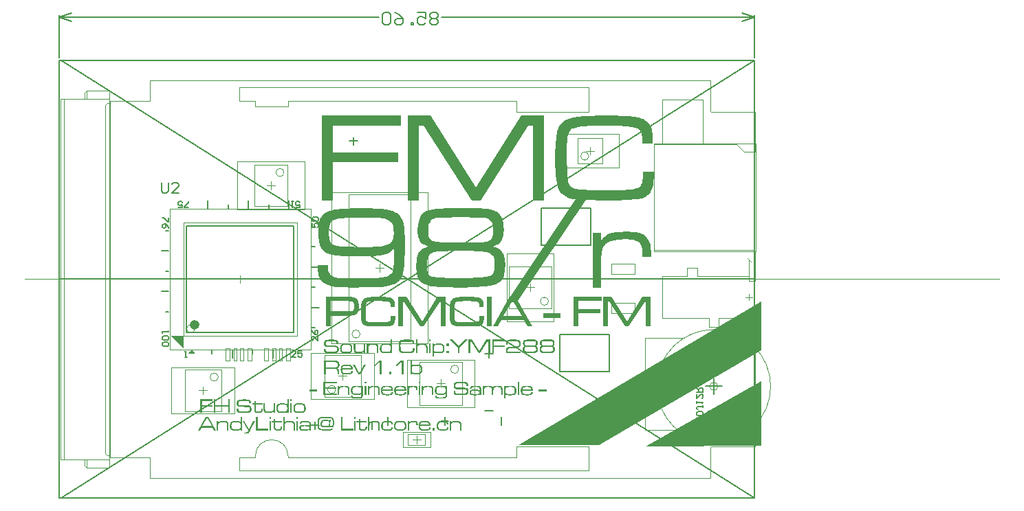
<source format=gbo>
G04*
G04 #@! TF.GenerationSoftware,Altium Limited,Altium Designer,18.0.7 (293)*
G04*
G04 Layer_Color=32896*
%FSLAX25Y25*%
%MOIN*%
G70*
G01*
G75*
%ADD11C,0.02362*%
%ADD14C,0.00591*%
%ADD15C,0.00591*%
%ADD16C,0.00800*%
%ADD18C,0.00394*%
%ADD19C,0.00197*%
%ADD20C,0.00600*%
%ADD85C,0.00500*%
G36*
X-383998Y-35925D02*
X-381635D01*
X-382817Y-34744D01*
X-383998Y-35925D01*
D02*
G37*
G36*
X-224348Y-80500D02*
X-185345D01*
X-106595Y-34572D01*
X-106594Y-10959D01*
X-224348Y-80500D01*
D02*
G37*
G36*
X-162514Y-81052D02*
X-106595Y-80921D01*
X-106595Y-49392D01*
X-162514Y-81052D01*
D02*
G37*
G36*
X-386754Y-33559D02*
Y-27559D01*
X-392754D01*
X-386754Y-33559D01*
D02*
G37*
G36*
X-278094Y38225D02*
X-272601D01*
X-272601Y74332D01*
X-270257D01*
X-247114Y38225D01*
X-242646D01*
X-219722Y74332D01*
X-217452D01*
X-217452Y38225D01*
X-211959D01*
X-211959Y79386D01*
X-223018D01*
X-244843Y44523D01*
X-267108Y79386D01*
X-278094D01*
X-278094Y38225D01*
D02*
G37*
G36*
X-185006Y79386D02*
X-186764D01*
X-188449Y79312D01*
X-189987Y79239D01*
X-191378Y79166D01*
X-192623Y79093D01*
X-193795Y79019D01*
X-194747Y78873D01*
X-195626Y78800D01*
X-196432Y78727D01*
X-197018Y78653D01*
X-197457Y78580D01*
X-197823D01*
X-198043Y78507D01*
X-198116D01*
X-199142Y78287D01*
X-200094Y77994D01*
X-200973Y77628D01*
X-201705Y77188D01*
X-202437Y76676D01*
X-203023Y76163D01*
X-203536Y75650D01*
X-203975Y75138D01*
X-204634Y74112D01*
X-205147Y73233D01*
X-205294Y72940D01*
X-205367Y72648D01*
X-205440Y72501D01*
Y72428D01*
X-205660Y71549D01*
X-205806Y70524D01*
X-205953Y69498D01*
X-206099Y68326D01*
X-206319Y65983D01*
X-206466Y63639D01*
X-206539Y62540D01*
Y61515D01*
Y60563D01*
X-206612Y59757D01*
Y59098D01*
Y58586D01*
Y58293D01*
Y58146D01*
Y56315D01*
X-206539Y54631D01*
X-206466Y53019D01*
X-206392Y51628D01*
X-206246Y50309D01*
X-206099Y49137D01*
X-205953Y48112D01*
X-205806Y47233D01*
X-205733Y46428D01*
X-205587Y45768D01*
X-205440Y45183D01*
X-205294Y44743D01*
X-205220Y44377D01*
X-205147Y44157D01*
X-205074Y44011D01*
Y43938D01*
X-204342Y42619D01*
X-203389Y41521D01*
X-202364Y40715D01*
X-201339Y40056D01*
X-200387Y39616D01*
X-199581Y39323D01*
X-199288Y39250D01*
X-199068Y39177D01*
X-198922Y39104D01*
X-198849D01*
X-197896Y38957D01*
X-196743Y38813D01*
X-228370Y-8565D01*
X-228779D01*
X-236777Y-22936D01*
X-234314Y-22961D01*
X-232638Y-19990D01*
X-221644Y-19990D01*
X-219968Y-22936D01*
X-217582Y-22961D01*
X-224495Y-10478D01*
X-191643Y38480D01*
X-190865Y38445D01*
X-187789Y38371D01*
X-186325Y38298D01*
X-184860D01*
X-183615Y38225D01*
X-178341D01*
X-176584Y38298D01*
X-174972D01*
X-173507Y38371D01*
X-172189Y38445D01*
X-170944Y38518D01*
X-169845Y38591D01*
X-168893Y38664D01*
X-168088Y38737D01*
X-167355Y38811D01*
X-166769D01*
X-166257Y38884D01*
X-165891Y38957D01*
X-165671Y39030D01*
X-165451D01*
X-164572Y39250D01*
X-163693Y39616D01*
X-162961Y39983D01*
X-162302Y40349D01*
X-161789Y40861D01*
X-161276Y41301D01*
X-160471Y42253D01*
X-159958Y43205D01*
X-159592Y43938D01*
X-159519Y44230D01*
X-159445Y44450D01*
X-159372Y44597D01*
Y44670D01*
X-159299Y45109D01*
X-159152Y45622D01*
X-159006Y46647D01*
X-158933Y47087D01*
X-158860Y47453D01*
Y47673D01*
Y47746D01*
X-158713Y49284D01*
Y50090D01*
X-158640Y50749D01*
Y51408D01*
Y51847D01*
Y52140D01*
Y52287D01*
X-163986D01*
Y51481D01*
Y50749D01*
X-164060Y50090D01*
Y49577D01*
X-164133Y49137D01*
Y48771D01*
X-164206Y48552D01*
Y48478D01*
X-164279Y47892D01*
Y47453D01*
X-164353Y47087D01*
X-164426Y46794D01*
Y46574D01*
X-164499Y46428D01*
Y46354D01*
X-164938Y45549D01*
X-165451Y44963D01*
X-165891Y44597D01*
X-165964Y44450D01*
X-166037D01*
X-166550Y44230D01*
X-167062Y44084D01*
X-168161Y43791D01*
X-168674Y43718D01*
X-169113Y43644D01*
X-169406Y43571D01*
X-169479D01*
X-170212Y43498D01*
X-170944Y43425D01*
X-171237Y43352D01*
X-171750D01*
X-172848Y43278D01*
X-177023Y43278D01*
X-177609Y43205D01*
X-179220D01*
X-179953Y43132D01*
X-186251D01*
X-187423Y43205D01*
X-189547D01*
X-190719Y43278D01*
X-191744Y43352D01*
X-192770D01*
X-193575Y43425D01*
X-194308Y43498D01*
X-194820Y43571D01*
X-195260D01*
X-196139Y43718D01*
X-196944Y43938D01*
X-197530Y44084D01*
X-198116Y44377D01*
X-198482Y44523D01*
X-198775Y44743D01*
X-198922Y44816D01*
X-198995Y44890D01*
X-199361Y45329D01*
X-199654Y45915D01*
X-200167Y47014D01*
X-200313Y47526D01*
X-200387Y47966D01*
X-200460Y48259D01*
Y48332D01*
X-200606Y49284D01*
X-200680Y50016D01*
Y50309D01*
X-200753Y50529D01*
Y50676D01*
Y50749D01*
Y51188D01*
X-200826Y51701D01*
Y52726D01*
Y53166D01*
Y53532D01*
Y53752D01*
Y53825D01*
Y54923D01*
X-200899Y55802D01*
Y56169D01*
X-200973Y56462D01*
Y56608D01*
Y56681D01*
X-201046Y57780D01*
Y58659D01*
Y59318D01*
X-201119Y59757D01*
Y60050D01*
Y60270D01*
Y60343D01*
Y62248D01*
X-201046Y63932D01*
X-200973Y65397D01*
X-200826Y66569D01*
X-200753Y67521D01*
X-200679Y68180D01*
X-200606Y68619D01*
Y68766D01*
X-200387Y69791D01*
X-200094Y70670D01*
X-199801Y71329D01*
X-199508Y71842D01*
X-199215Y72281D01*
X-199068Y72501D01*
X-198922Y72648D01*
X-198849Y72721D01*
X-198263Y73087D01*
X-197530Y73307D01*
X-196651Y73600D01*
X-195773Y73746D01*
X-194894Y73893D01*
X-194234Y74039D01*
X-193941D01*
X-193722Y74112D01*
X-193575D01*
X-192770Y74186D01*
X-191891Y74259D01*
X-189913Y74405D01*
X-187936Y74479D01*
X-185958D01*
X-185006Y74552D01*
X-179440D01*
X-177609Y74479D01*
X-175998Y74405D01*
X-174533Y74332D01*
X-173215Y74259D01*
X-172043Y74186D01*
X-171017Y74039D01*
X-170139Y73966D01*
X-169406Y73819D01*
X-168747Y73673D01*
X-168234Y73600D01*
X-167868Y73526D01*
X-167575Y73453D01*
X-167355Y73380D01*
X-167209Y73307D01*
X-166623Y73014D01*
X-166110Y72721D01*
X-165744Y72428D01*
X-165451Y72135D01*
X-165231Y71842D01*
X-165085Y71622D01*
X-164938Y71476D01*
Y71403D01*
X-164719Y70890D01*
X-164572Y70231D01*
X-164426Y68839D01*
X-164353Y68180D01*
Y67667D01*
Y67301D01*
Y67155D01*
X-164279Y65763D01*
X-159226D01*
Y66715D01*
X-159226Y67521D01*
X-159299Y68253D01*
Y68912D01*
Y69425D01*
X-159372Y69864D01*
Y70084D01*
Y70157D01*
X-159445Y70816D01*
X-159519Y71403D01*
Y71842D01*
X-159592Y72281D01*
X-159665Y72574D01*
Y72794D01*
X-159738Y72867D01*
Y72940D01*
X-159958Y73673D01*
X-160324Y74332D01*
X-160690Y74918D01*
X-161057Y75431D01*
X-161350Y75870D01*
X-161643Y76163D01*
X-161862Y76310D01*
X-161936Y76383D01*
X-162595Y76895D01*
X-163254Y77335D01*
X-163913Y77701D01*
X-164499Y77921D01*
X-165012Y78140D01*
X-165451Y78287D01*
X-165744Y78360D01*
X-165817D01*
X-166769Y78580D01*
X-167795Y78727D01*
X-168893Y78873D01*
X-170139Y79019D01*
X-172629Y79166D01*
X-175192Y79312D01*
X-176364Y79386D01*
X-177462Y79386D01*
X-178488Y79459D01*
X-183102D01*
X-185006Y79386D01*
D02*
G37*
G36*
X-319695Y38225D02*
X-314202D01*
Y56681D01*
X-282635Y56681D01*
Y61515D01*
X-314202Y61515D01*
X-314201Y74552D01*
X-281170Y74552D01*
Y79386D01*
X-319694Y79386D01*
X-319695Y38225D01*
D02*
G37*
G36*
X-304539Y34390D02*
X-305496D01*
X-306247Y34322D01*
X-306863D01*
X-307204Y34253D01*
X-307341D01*
X-308366Y34185D01*
X-309323Y34117D01*
X-310212D01*
X-310964Y34048D01*
X-311579Y33980D01*
X-312057D01*
X-312331Y33911D01*
X-312467D01*
X-313629Y33706D01*
X-314586Y33501D01*
X-315475Y33296D01*
X-316158Y33091D01*
X-316705Y32886D01*
X-317115Y32681D01*
X-317389Y32613D01*
X-317457Y32544D01*
X-318072Y32134D01*
X-318619Y31724D01*
X-319097Y31246D01*
X-319507Y30767D01*
X-319781Y30357D01*
X-319986Y30016D01*
X-320123Y29811D01*
X-320191Y29742D01*
X-320601Y28785D01*
X-320874Y27623D01*
X-321148Y26530D01*
X-321285Y25368D01*
X-321353Y24411D01*
X-321421Y23591D01*
Y23249D01*
Y23044D01*
Y22907D01*
Y22839D01*
X-321353Y21335D01*
X-321285Y20036D01*
X-321079Y18875D01*
X-320874Y17918D01*
X-320738Y17166D01*
X-320533Y16619D01*
X-320464Y16277D01*
X-320396Y16140D01*
X-319986Y15320D01*
X-319439Y14568D01*
X-318961Y13953D01*
X-318414Y13475D01*
X-318004Y13133D01*
X-317594Y12860D01*
X-317320Y12723D01*
X-317252Y12655D01*
X-316500Y12381D01*
X-315680Y12108D01*
X-314860Y11903D01*
X-314039Y11698D01*
X-313356Y11561D01*
X-312741Y11493D01*
X-312399Y11424D01*
X-312262D01*
X-311647Y11356D01*
X-310895D01*
X-310075Y11288D01*
X-309255D01*
X-307409Y11219D01*
X-305632D01*
X-304744Y11151D01*
X-298319D01*
X-297567Y11219D01*
X-295106D01*
X-294355Y11288D01*
X-293671D01*
X-293124Y11356D01*
X-292714Y11356D01*
X-292372Y11424D01*
X-292099D01*
X-291074Y11561D01*
X-290322Y11698D01*
X-290049Y11766D01*
X-289844D01*
X-289707Y11834D01*
X-289638D01*
X-288955Y12039D01*
X-288340Y12245D01*
X-287998Y12381D01*
X-287861Y12450D01*
X-287041Y12928D01*
X-286358Y13407D01*
X-285811Y13885D01*
X-285332Y14363D01*
X-284991Y14773D01*
X-284717Y15115D01*
X-284580Y15320D01*
X-284512Y15389D01*
Y13748D01*
Y12313D01*
X-284580Y11629D01*
Y11083D01*
Y10536D01*
X-284649Y10194D01*
Y9921D01*
Y9852D01*
Y9169D01*
X-284717Y8622D01*
Y8075D01*
X-284786Y7597D01*
Y7255D01*
X-284854Y6982D01*
Y6845D01*
Y6776D01*
X-284922Y5956D01*
X-285059Y5341D01*
X-285127Y4726D01*
X-285264Y4316D01*
X-285332Y3974D01*
X-285401Y3701D01*
X-285469Y3564D01*
Y3496D01*
X-285879Y2812D01*
X-286426Y2334D01*
X-286836Y2060D01*
X-286904Y1924D01*
X-286973D01*
X-287656Y1582D01*
X-288408Y1309D01*
X-289297Y1103D01*
X-290185Y898D01*
X-291005Y762D01*
X-291689Y693D01*
X-291962D01*
X-292167Y625D01*
X-292304D01*
X-293124Y557D01*
X-293945Y488D01*
X-294765Y420D01*
X-296200D01*
X-296747Y352D01*
X-298319D01*
X-299481Y283D01*
X-306794D01*
X-307546Y352D01*
X-308913D01*
X-310007Y420D01*
X-310827Y488D01*
X-311374D01*
X-311716Y557D01*
X-311852D01*
X-312672Y693D01*
X-313356Y898D01*
X-313903Y1172D01*
X-314381Y1377D01*
X-314791Y1582D01*
X-315065Y1787D01*
X-315201Y1855D01*
X-315270Y1924D01*
X-315816Y2471D01*
X-316158Y3017D01*
X-316363Y3427D01*
X-316432Y3564D01*
Y3632D01*
X-316500Y4111D01*
X-316568Y4589D01*
X-316637Y5683D01*
X-316705Y6161D01*
Y6572D01*
Y6845D01*
Y6913D01*
X-321695Y6982D01*
Y5751D01*
X-321626Y5273D01*
Y4794D01*
Y4453D01*
X-321558Y4179D01*
Y3974D01*
Y3906D01*
X-321421Y3017D01*
X-321353Y2334D01*
X-321285Y1924D01*
Y1855D01*
Y1787D01*
X-321079Y1172D01*
X-320806Y625D01*
X-320533Y147D01*
X-320191Y-264D01*
X-319917Y-605D01*
X-319712Y-879D01*
X-319576Y-1015D01*
X-319507Y-1084D01*
X-318756Y-1699D01*
X-318004Y-2177D01*
X-317183Y-2587D01*
X-316432Y-2929D01*
X-315748Y-3203D01*
X-315133Y-3339D01*
X-314791Y-3476D01*
X-314654D01*
X-314039Y-3544D01*
X-313356Y-3681D01*
X-311716Y-3818D01*
X-310007Y-3886D01*
X-308298Y-3954D01*
X-307478D01*
X-306726Y-4023D01*
X-301941D01*
X-301190Y-3954D01*
X-296952D01*
X-296132Y-3886D01*
X-294560D01*
X-293671Y-3818D01*
X-292851Y-3818D01*
X-292167Y-3749D01*
X-290595D01*
X-288887Y-3544D01*
X-287451Y-3271D01*
X-286289Y-2929D01*
X-285264Y-2656D01*
X-284512Y-2382D01*
X-283965Y-2109D01*
X-283692Y-1972D01*
X-283555Y-1904D01*
X-282735Y-1289D01*
X-282052Y-605D01*
X-281505Y78D01*
X-281095Y830D01*
X-280821Y1514D01*
X-280548Y2060D01*
X-280480Y2402D01*
X-280411Y2539D01*
X-280206Y3222D01*
X-280069Y4111D01*
X-279933Y5068D01*
X-279796Y6093D01*
X-279728Y7255D01*
X-279659Y8417D01*
X-279523Y10809D01*
X-279454Y11971D01*
Y13065D01*
X-279386Y14022D01*
Y14910D01*
Y15594D01*
Y16140D01*
Y16482D01*
Y16619D01*
Y17849D01*
Y19011D01*
X-279454Y19968D01*
Y20788D01*
Y21472D01*
X-279523Y21950D01*
Y22292D01*
Y22360D01*
X-279591Y23180D01*
X-279659Y23932D01*
Y24547D01*
X-279728Y25094D01*
X-279796Y25573D01*
Y25846D01*
X-279864Y26051D01*
Y26120D01*
X-280069Y27145D01*
X-280343Y28033D01*
X-280616Y28785D01*
X-280958Y29469D01*
X-281231Y29947D01*
X-281436Y30289D01*
X-281573Y30494D01*
X-281641Y30562D01*
X-282462Y31383D01*
X-283419Y32066D01*
X-284307Y32613D01*
X-285196Y33023D01*
X-285947Y33296D01*
X-286563Y33501D01*
X-286973Y33638D01*
X-287109D01*
X-287998Y33775D01*
X-288886Y33911D01*
X-289843Y34048D01*
X-290732Y34117D01*
X-291552Y34185D01*
X-292167D01*
X-292646Y34253D01*
X-292782D01*
X-294149Y34322D01*
X-295516Y34390D01*
X-296884D01*
X-298182Y34458D01*
X-303445D01*
X-304539Y34390D01*
D02*
G37*
G36*
X-258266Y34458D02*
X-260043Y34390D01*
X-261683Y34253D01*
X-263119Y34185D01*
X-264417Y34048D01*
X-265511Y33911D01*
X-266399Y33775D01*
X-267220Y33570D01*
X-267903Y33433D01*
X-268382Y33296D01*
X-268792Y33228D01*
X-269133Y33091D01*
X-269338Y33023D01*
X-269407Y32955D01*
X-269475D01*
X-270159Y32544D01*
X-270706Y31998D01*
X-271184Y31383D01*
X-271662Y30767D01*
X-272346Y29264D01*
X-272756Y27760D01*
X-273029Y26256D01*
X-273098Y25641D01*
X-273166Y25094D01*
X-273234Y24616D01*
Y24274D01*
Y24001D01*
Y23932D01*
X-273166Y22634D01*
X-273029Y21472D01*
X-272893Y20515D01*
X-272619Y19695D01*
X-272414Y19080D01*
X-272277Y18669D01*
X-272141Y18396D01*
X-272073Y18328D01*
X-271526Y17713D01*
X-270911Y17234D01*
X-270159Y16824D01*
X-269475Y16482D01*
X-268792Y16277D01*
X-268245Y16140D01*
X-267903Y16004D01*
X-267766D01*
X-268997Y15662D01*
X-270022Y15184D01*
X-270911Y14705D01*
X-271526Y14295D01*
X-272004Y13817D01*
X-272346Y13475D01*
X-272551Y13201D01*
X-272619Y13133D01*
X-273029Y12245D01*
X-273303Y11219D01*
X-273576Y10126D01*
X-273713Y9032D01*
X-273781Y8007D01*
X-273850Y7187D01*
Y6913D01*
Y6640D01*
Y6503D01*
Y6435D01*
Y5273D01*
X-273781Y4179D01*
X-273644Y3291D01*
X-273508Y2539D01*
X-273440Y1924D01*
X-273303Y1514D01*
X-273234Y1240D01*
Y1172D01*
X-272961Y488D01*
X-272619Y-58D01*
X-272209Y-537D01*
X-271867Y-1015D01*
X-271526Y-1289D01*
X-271321Y-1562D01*
X-271116Y-1699D01*
X-271047Y-1767D01*
X-270295Y-2246D01*
X-269475Y-2587D01*
X-268518Y-2929D01*
X-267493Y-3134D01*
X-266673Y-3339D01*
X-265921Y-3476D01*
X-265648D01*
X-265442Y-3544D01*
X-265237D01*
X-264417Y-3613D01*
X-263529Y-3681D01*
X-261547Y-3818D01*
X-259428Y-3886D01*
X-257446Y-3954D01*
X-256489D01*
X-255600Y-4023D01*
X-250269D01*
X-248013Y-3954D01*
X-246031Y-3886D01*
X-244186Y-3749D01*
X-242545Y-3613D01*
X-241110Y-3476D01*
X-239880Y-3339D01*
X-238786Y-3203D01*
X-237897Y-3066D01*
X-237077Y-2929D01*
X-236462Y-2792D01*
X-235984Y-2656D01*
X-235574Y-2519D01*
X-235368Y-2451D01*
X-235232Y-2382D01*
X-235163D01*
X-234343Y-1972D01*
X-233660Y-1494D01*
X-233113Y-1015D01*
X-232634Y-469D01*
X-232293Y-58D01*
X-232019Y352D01*
X-231883Y625D01*
X-231814Y693D01*
X-231473Y1582D01*
X-231199Y2539D01*
X-231063Y3564D01*
X-230926Y4589D01*
X-230857Y5410D01*
X-230789Y6161D01*
Y6435D01*
Y6640D01*
Y6708D01*
Y6776D01*
Y7802D01*
X-230857Y8690D01*
X-230994Y9510D01*
X-231131Y10262D01*
X-231267Y10946D01*
X-231473Y11561D01*
X-231678Y12108D01*
X-231814Y12518D01*
X-232224Y13270D01*
X-232566Y13817D01*
X-232840Y14090D01*
X-232908Y14158D01*
X-233386Y14500D01*
X-234001Y14842D01*
X-235232Y15457D01*
X-235847Y15662D01*
X-236325Y15799D01*
X-236667Y15935D01*
X-236804D01*
X-236052Y16209D01*
X-235368Y16482D01*
X-234822Y16687D01*
X-234412Y16892D01*
X-234138Y17097D01*
X-233865Y17166D01*
X-233797Y17302D01*
X-233728D01*
X-233318Y17713D01*
X-232976Y18123D01*
X-232430Y19148D01*
X-232019Y20310D01*
X-231746Y21472D01*
X-231609Y22565D01*
X-231541Y23044D01*
X-231473Y23454D01*
Y23796D01*
Y24069D01*
Y24206D01*
Y24274D01*
X-231541Y25914D01*
X-231746Y27281D01*
X-232088Y28444D01*
X-232361Y29469D01*
X-232703Y30221D01*
X-233045Y30767D01*
X-233250Y31041D01*
X-233318Y31177D01*
X-234070Y31998D01*
X-234958Y32681D01*
X-235915Y33160D01*
X-236804Y33570D01*
X-237692Y33843D01*
X-238376Y33980D01*
X-238649Y34048D01*
X-238786Y34117D01*
X-238991D01*
X-239674Y34185D01*
X-240495Y34253D01*
X-241452Y34322D01*
X-242545Y34390D01*
X-243776D01*
X-245006Y34458D01*
X-247603D01*
X-248833Y34527D01*
X-256215D01*
X-258266Y34458D01*
D02*
G37*
G36*
X-174469Y22975D02*
X-175494D01*
X-176314Y22907D01*
X-176998Y22839D01*
X-177476D01*
X-177750Y22770D01*
X-177818D01*
X-178501Y22634D01*
X-179116Y22497D01*
X-179663Y22360D01*
X-180142Y22224D01*
X-180483Y22087D01*
X-180757Y22019D01*
X-180894Y21882D01*
X-180962D01*
X-181645Y21472D01*
X-182261Y20993D01*
X-182807Y20515D01*
X-183218Y20105D01*
X-183559Y19695D01*
X-183764Y19353D01*
X-183901Y19148D01*
X-183969Y19080D01*
X-184243D01*
Y22634D01*
X-188480D01*
Y-4023D01*
X-184243D01*
Y8280D01*
Y9579D01*
X-184174Y10741D01*
X-184106Y11698D01*
X-183969Y12518D01*
X-183901Y13201D01*
X-183833Y13680D01*
X-183764Y14022D01*
Y14090D01*
X-183559Y14910D01*
X-183286Y15525D01*
X-183012Y16072D01*
X-182739Y16551D01*
X-182466Y16892D01*
X-182329Y17097D01*
X-182192Y17234D01*
X-182124Y17302D01*
X-181645Y17644D01*
X-181099Y17986D01*
X-180415Y18259D01*
X-179732Y18464D01*
X-178091Y18875D01*
X-176451Y19080D01*
X-174879Y19216D01*
X-174195Y19285D01*
X-173580Y19353D01*
X-171461D01*
X-170641Y19285D01*
X-169889Y19216D01*
X-169206Y19148D01*
X-168591Y19011D01*
X-168044Y18875D01*
X-167155Y18601D01*
X-166472Y18328D01*
X-166062Y18054D01*
X-165788Y17918D01*
X-165720Y17849D01*
X-165241Y17234D01*
X-164900Y16619D01*
X-164831Y16345D01*
X-164763Y16140D01*
X-164695Y16004D01*
Y15935D01*
X-164558Y15457D01*
X-164490Y14978D01*
X-164421Y13885D01*
X-164353Y13338D01*
Y12928D01*
Y12655D01*
Y12586D01*
Y10672D01*
X-160047D01*
Y13475D01*
X-160184Y15320D01*
X-160457Y16824D01*
X-160935Y18123D01*
X-161414Y19216D01*
X-161892Y19968D01*
X-162371Y20583D01*
X-162644Y20857D01*
X-162781Y20993D01*
X-163328Y21403D01*
X-163874Y21745D01*
X-164900Y22224D01*
X-165378Y22360D01*
X-165720Y22497D01*
X-165993Y22565D01*
X-166062D01*
X-166882Y22702D01*
X-167770Y22839D01*
X-168727Y22907D01*
X-169684Y22975D01*
X-170573Y23044D01*
X-173307D01*
X-174469Y22975D01*
D02*
G37*
G36*
X-212478Y-18873D02*
X-203846D01*
Y-16664D01*
X-212478D01*
Y-18873D01*
D02*
G37*
G36*
X-282580Y-22961D02*
X-280295D01*
Y-10698D01*
X-279838D01*
X-271942Y-22961D01*
X-270190D01*
X-262395Y-10698D01*
X-261938D01*
Y-22961D01*
X-259653D01*
Y-8565D01*
X-263741D01*
X-271078Y-20448D01*
X-278543Y-8565D01*
X-282580D01*
Y-22961D01*
D02*
G37*
G36*
X-183229Y-22961D02*
X-180944D01*
Y-10698D01*
X-180487D01*
X-172591Y-22961D01*
X-170839D01*
X-163044Y-10698D01*
X-162587D01*
Y-22961D01*
X-160302D01*
Y-8565D01*
X-164390D01*
X-171727Y-20448D01*
X-179192Y-8565D01*
X-183229D01*
Y-22961D01*
D02*
G37*
G36*
X-293244Y-8565D02*
X-293853D01*
X-294412Y-8590D01*
X-294945Y-8616D01*
X-295427Y-8641D01*
X-295859Y-8666D01*
X-296240Y-8692D01*
X-296596Y-8743D01*
X-296900Y-8768D01*
X-297154Y-8794D01*
X-297383Y-8819D01*
X-297535Y-8844D01*
X-297662D01*
X-297738Y-8870D01*
X-297763D01*
X-298144Y-8946D01*
X-298474Y-9047D01*
X-298779Y-9174D01*
X-299033Y-9327D01*
X-299287Y-9479D01*
X-299490Y-9657D01*
X-299668Y-9834D01*
X-299820Y-10012D01*
X-300074Y-10368D01*
X-300226Y-10647D01*
X-300277Y-10774D01*
X-300302Y-10850D01*
X-300328Y-10901D01*
Y-10926D01*
X-300404Y-11256D01*
X-300480Y-11612D01*
X-300582Y-12424D01*
X-300683Y-13262D01*
X-300734Y-14075D01*
Y-14456D01*
X-300759Y-14811D01*
Y-15141D01*
X-300785Y-15420D01*
Y-15649D01*
Y-15826D01*
Y-15928D01*
Y-15979D01*
Y-16614D01*
X-300759Y-17223D01*
X-300734Y-17756D01*
X-300709Y-18239D01*
X-300658Y-18696D01*
X-300607Y-19102D01*
X-300556Y-19457D01*
X-300505Y-19787D01*
X-300455Y-20067D01*
X-300404Y-20295D01*
X-300353Y-20498D01*
X-300302Y-20651D01*
X-300277Y-20778D01*
X-300252Y-20854D01*
X-300226Y-20904D01*
Y-20930D01*
X-299972Y-21412D01*
X-299642Y-21793D01*
X-299261Y-22098D01*
X-298906Y-22326D01*
X-298551Y-22479D01*
X-298271Y-22580D01*
X-298170Y-22606D01*
X-298094Y-22631D01*
X-298043Y-22656D01*
X-298017D01*
X-297662Y-22707D01*
X-297256Y-22758D01*
X-296824Y-22809D01*
X-296316Y-22834D01*
X-295808Y-22860D01*
X-295275Y-22885D01*
X-294209Y-22910D01*
X-293676Y-22936D01*
X-293219D01*
X-292762Y-22961D01*
X-290959D01*
X-290375Y-22936D01*
X-289816D01*
X-289309Y-22910D01*
X-288851Y-22885D01*
X-288420Y-22860D01*
X-288039Y-22834D01*
X-287709Y-22809D01*
X-287430Y-22783D01*
X-287176Y-22758D01*
X-286947D01*
X-286795Y-22733D01*
X-286668Y-22707D01*
X-286566Y-22682D01*
X-286490D01*
X-286160Y-22580D01*
X-285881Y-22479D01*
X-285602Y-22352D01*
X-285373Y-22199D01*
X-285170Y-22047D01*
X-284992Y-21869D01*
X-284713Y-21514D01*
X-284510Y-21209D01*
X-284383Y-20930D01*
X-284358Y-20828D01*
X-284332Y-20752D01*
X-284307Y-20701D01*
Y-20676D01*
X-284230Y-20295D01*
X-284180Y-19940D01*
X-284154Y-19762D01*
X-284129Y-19635D01*
Y-19559D01*
Y-19534D01*
X-284104Y-19254D01*
X-284078Y-18949D01*
Y-18670D01*
X-284053Y-18365D01*
Y-18137D01*
Y-17934D01*
Y-17807D01*
Y-17756D01*
X-286287D01*
Y-18086D01*
Y-18391D01*
X-286313Y-18645D01*
Y-18848D01*
X-286338Y-19000D01*
Y-19127D01*
X-286363Y-19203D01*
Y-19229D01*
X-286389Y-19407D01*
Y-19559D01*
X-286414Y-19686D01*
X-286439Y-19787D01*
X-286465Y-19914D01*
Y-19940D01*
X-286592Y-20168D01*
X-286719Y-20321D01*
X-286846Y-20422D01*
X-286871Y-20448D01*
X-286896D01*
X-287049Y-20524D01*
X-287227Y-20574D01*
X-287582Y-20651D01*
X-287760Y-20701D01*
X-287887D01*
X-287988Y-20727D01*
X-288014D01*
X-288242Y-20752D01*
X-288496Y-20778D01*
X-288598Y-20803D01*
X-288750D01*
X-289105Y-20828D01*
X-290426D01*
X-290603Y-20854D01*
X-291187D01*
X-291441Y-20879D01*
X-293726D01*
X-294107Y-20854D01*
X-294818D01*
X-295199Y-20828D01*
X-295529Y-20803D01*
X-295859D01*
X-296113Y-20778D01*
X-296342Y-20752D01*
X-296519Y-20727D01*
X-296672D01*
X-296951Y-20676D01*
X-297205Y-20625D01*
X-297408Y-20574D01*
X-297560Y-20498D01*
X-297687Y-20448D01*
X-297763Y-20397D01*
X-297814Y-20346D01*
X-297840D01*
X-297941Y-20219D01*
X-298043Y-20041D01*
X-298170Y-19711D01*
X-298220Y-19559D01*
X-298246Y-19432D01*
X-298271Y-19356D01*
Y-19330D01*
X-298322Y-19000D01*
X-298347Y-18746D01*
Y-18645D01*
X-298373Y-18569D01*
Y-18543D01*
Y-18518D01*
Y-18365D01*
X-298398Y-18188D01*
Y-17858D01*
Y-17705D01*
Y-17578D01*
Y-17477D01*
Y-17451D01*
Y-17147D01*
Y-16817D01*
X-298424Y-16690D01*
Y-16588D01*
Y-16512D01*
Y-16487D01*
Y-16131D01*
X-298449Y-15852D01*
Y-15623D01*
Y-15471D01*
Y-15370D01*
Y-15293D01*
Y-15243D01*
Y-14608D01*
X-298424Y-14024D01*
X-298398Y-13567D01*
X-298347Y-13161D01*
X-298322Y-12856D01*
X-298297Y-12627D01*
X-298271Y-12500D01*
Y-12450D01*
X-298195Y-12120D01*
X-298119Y-11840D01*
X-298043Y-11637D01*
X-297941Y-11459D01*
X-297865Y-11332D01*
X-297814Y-11256D01*
X-297789Y-11231D01*
X-297763Y-11206D01*
X-297586Y-11104D01*
X-297357Y-11002D01*
X-297078Y-10926D01*
X-296773Y-10875D01*
X-296494Y-10825D01*
X-296265Y-10799D01*
X-296113Y-10774D01*
X-296062D01*
X-295783Y-10748D01*
X-295504Y-10723D01*
X-294844Y-10672D01*
X-294158Y-10647D01*
X-293498D01*
X-293193Y-10622D01*
X-291314D01*
X-290705Y-10647D01*
X-290146Y-10672D01*
X-289664Y-10698D01*
X-289207Y-10723D01*
X-288826Y-10748D01*
X-288496Y-10799D01*
X-288191Y-10825D01*
X-287963Y-10875D01*
X-287734Y-10926D01*
X-287582Y-10952D01*
X-287455Y-10977D01*
X-287353Y-11002D01*
X-287277Y-11028D01*
X-287227Y-11053D01*
X-287049Y-11129D01*
X-286896Y-11206D01*
X-286795Y-11307D01*
X-286693Y-11409D01*
X-286592Y-11561D01*
X-286566Y-11586D01*
Y-11612D01*
X-286516Y-11764D01*
X-286465Y-11967D01*
X-286414Y-12399D01*
X-286389Y-12602D01*
Y-12780D01*
Y-12881D01*
Y-12932D01*
Y-13618D01*
X-284230D01*
Y-13237D01*
Y-12907D01*
X-284256Y-12627D01*
Y-12374D01*
Y-12170D01*
X-284281Y-12043D01*
Y-11942D01*
Y-11917D01*
X-284307Y-11663D01*
X-284332Y-11460D01*
X-284358Y-11282D01*
X-284383Y-11155D01*
X-284408Y-11053D01*
Y-10952D01*
X-284434Y-10926D01*
Y-10901D01*
X-284535Y-10622D01*
X-284662Y-10393D01*
X-284789Y-10165D01*
X-284967Y-9987D01*
X-285094Y-9809D01*
X-285221Y-9708D01*
X-285322Y-9631D01*
X-285348Y-9606D01*
X-285551Y-9428D01*
X-285754Y-9276D01*
X-285957Y-9174D01*
X-286160Y-9073D01*
X-286338Y-8997D01*
X-286490Y-8946D01*
X-286592Y-8920D01*
X-286617D01*
X-286947Y-8844D01*
X-287303Y-8794D01*
X-287709Y-8743D01*
X-288115Y-8692D01*
X-288979Y-8641D01*
X-289867Y-8590D01*
X-290273Y-8565D01*
X-290654D01*
X-290984Y-8540D01*
X-292584D01*
X-293244Y-8565D01*
D02*
G37*
G36*
X-250233Y-8565D02*
X-250843D01*
X-251401Y-8590D01*
X-251935Y-8616D01*
X-252417Y-8641D01*
X-252849Y-8667D01*
X-253229Y-8692D01*
X-253585Y-8743D01*
X-253889Y-8768D01*
X-254143Y-8794D01*
X-254372Y-8819D01*
X-254524Y-8844D01*
X-254651D01*
X-254727Y-8870D01*
X-254753D01*
X-255134Y-8946D01*
X-255464Y-9047D01*
X-255768Y-9174D01*
X-256022Y-9327D01*
X-256276Y-9479D01*
X-256479Y-9657D01*
X-256657Y-9834D01*
X-256809Y-10012D01*
X-257063Y-10368D01*
X-257216Y-10647D01*
X-257266Y-10774D01*
X-257292Y-10850D01*
X-257317Y-10901D01*
Y-10926D01*
X-257393Y-11256D01*
X-257470Y-11612D01*
X-257571Y-12424D01*
X-257673Y-13262D01*
X-257723Y-14075D01*
Y-14456D01*
X-257749Y-14811D01*
Y-15141D01*
X-257774Y-15420D01*
Y-15649D01*
Y-15826D01*
Y-15928D01*
Y-15979D01*
Y-16614D01*
X-257749Y-17223D01*
X-257723Y-17756D01*
X-257698Y-18239D01*
X-257647Y-18696D01*
X-257596Y-19102D01*
X-257546Y-19457D01*
X-257495Y-19787D01*
X-257444Y-20067D01*
X-257393Y-20295D01*
X-257343Y-20498D01*
X-257292Y-20651D01*
X-257266Y-20778D01*
X-257241Y-20854D01*
X-257216Y-20904D01*
Y-20930D01*
X-256962Y-21412D01*
X-256632Y-21793D01*
X-256251Y-22098D01*
X-255895Y-22326D01*
X-255540Y-22479D01*
X-255261Y-22580D01*
X-255159Y-22606D01*
X-255083Y-22631D01*
X-255032Y-22657D01*
X-255007D01*
X-254651Y-22707D01*
X-254245Y-22758D01*
X-253813Y-22809D01*
X-253306Y-22834D01*
X-252798Y-22860D01*
X-252264Y-22885D01*
X-251198Y-22910D01*
X-250665Y-22936D01*
X-250208D01*
X-249751Y-22961D01*
X-247948D01*
X-247364Y-22936D01*
X-246806D01*
X-246298Y-22910D01*
X-245841Y-22885D01*
X-245409Y-22860D01*
X-245028Y-22834D01*
X-244698Y-22809D01*
X-244419Y-22783D01*
X-244165Y-22758D01*
X-243937D01*
X-243784Y-22733D01*
X-243657Y-22707D01*
X-243556Y-22682D01*
X-243480D01*
X-243149Y-22580D01*
X-242870Y-22479D01*
X-242591Y-22352D01*
X-242362Y-22199D01*
X-242159Y-22047D01*
X-241982Y-21869D01*
X-241702Y-21514D01*
X-241499Y-21209D01*
X-241372Y-20930D01*
X-241347Y-20828D01*
X-241321Y-20752D01*
X-241296Y-20701D01*
Y-20676D01*
X-241220Y-20295D01*
X-241169Y-19940D01*
X-241144Y-19762D01*
X-241118Y-19635D01*
Y-19559D01*
Y-19534D01*
X-241093Y-19254D01*
X-241068Y-18949D01*
Y-18670D01*
X-241042Y-18365D01*
Y-18137D01*
Y-17934D01*
Y-17807D01*
Y-17756D01*
X-243277D01*
Y-18086D01*
Y-18391D01*
X-243302Y-18645D01*
Y-18848D01*
X-243327Y-19000D01*
Y-19127D01*
X-243353Y-19203D01*
Y-19229D01*
X-243378Y-19407D01*
Y-19559D01*
X-243403Y-19686D01*
X-243429Y-19787D01*
X-243454Y-19914D01*
Y-19940D01*
X-243581Y-20168D01*
X-243708Y-20321D01*
X-243835Y-20422D01*
X-243860Y-20448D01*
X-243886D01*
X-244038Y-20524D01*
X-244216Y-20574D01*
X-244571Y-20651D01*
X-244749Y-20701D01*
X-244876D01*
X-244978Y-20727D01*
X-245003D01*
X-245232Y-20752D01*
X-245485Y-20778D01*
X-245587Y-20803D01*
X-245739D01*
X-246095Y-20828D01*
X-247415D01*
X-247593Y-20854D01*
X-248177D01*
X-248431Y-20879D01*
X-250716D01*
X-251097Y-20854D01*
X-251807D01*
X-252188Y-20828D01*
X-252518Y-20803D01*
X-252849D01*
X-253102Y-20778D01*
X-253331Y-20752D01*
X-253509Y-20727D01*
X-253661D01*
X-253940Y-20676D01*
X-254194Y-20625D01*
X-254397Y-20574D01*
X-254550Y-20498D01*
X-254677Y-20448D01*
X-254753Y-20397D01*
X-254803Y-20346D01*
X-254829D01*
X-254930Y-20219D01*
X-255032Y-20041D01*
X-255159Y-19711D01*
X-255210Y-19559D01*
X-255235Y-19432D01*
X-255261Y-19356D01*
Y-19330D01*
X-255311Y-19000D01*
X-255337Y-18746D01*
Y-18645D01*
X-255362Y-18569D01*
Y-18543D01*
Y-18518D01*
Y-18365D01*
X-255387Y-18188D01*
Y-17858D01*
Y-17705D01*
Y-17579D01*
Y-17477D01*
Y-17451D01*
Y-17147D01*
Y-16817D01*
X-255413Y-16690D01*
Y-16588D01*
Y-16512D01*
Y-16487D01*
Y-16131D01*
X-255438Y-15852D01*
Y-15623D01*
Y-15471D01*
Y-15370D01*
Y-15293D01*
Y-15243D01*
Y-14608D01*
X-255413Y-14024D01*
X-255387Y-13567D01*
X-255337Y-13161D01*
X-255311Y-12856D01*
X-255286Y-12627D01*
X-255261Y-12500D01*
Y-12450D01*
X-255184Y-12120D01*
X-255108Y-11840D01*
X-255032Y-11637D01*
X-254930Y-11460D01*
X-254854Y-11332D01*
X-254803Y-11256D01*
X-254778Y-11231D01*
X-254753Y-11206D01*
X-254575Y-11104D01*
X-254346Y-11002D01*
X-254067Y-10926D01*
X-253763Y-10875D01*
X-253483Y-10825D01*
X-253255Y-10799D01*
X-253102Y-10774D01*
X-253052D01*
X-252772Y-10748D01*
X-252493Y-10723D01*
X-251833Y-10672D01*
X-251147Y-10647D01*
X-250487D01*
X-250183Y-10622D01*
X-248304D01*
X-247694Y-10647D01*
X-247136Y-10672D01*
X-246653Y-10698D01*
X-246196Y-10723D01*
X-245815Y-10748D01*
X-245485Y-10799D01*
X-245181Y-10825D01*
X-244952Y-10875D01*
X-244724Y-10926D01*
X-244571Y-10952D01*
X-244444Y-10977D01*
X-244343Y-11002D01*
X-244267Y-11028D01*
X-244216Y-11053D01*
X-244038Y-11129D01*
X-243886Y-11206D01*
X-243784Y-11307D01*
X-243683Y-11409D01*
X-243581Y-11561D01*
X-243556Y-11586D01*
Y-11612D01*
X-243505Y-11764D01*
X-243454Y-11967D01*
X-243403Y-12399D01*
X-243378Y-12602D01*
Y-12780D01*
Y-12881D01*
Y-12932D01*
Y-13618D01*
X-241220D01*
Y-13237D01*
Y-12907D01*
X-241245Y-12627D01*
Y-12374D01*
Y-12170D01*
X-241271Y-12043D01*
Y-11942D01*
Y-11917D01*
X-241296Y-11663D01*
X-241321Y-11460D01*
X-241347Y-11282D01*
X-241372Y-11155D01*
X-241398Y-11053D01*
Y-10952D01*
X-241423Y-10926D01*
Y-10901D01*
X-241525Y-10622D01*
X-241652Y-10393D01*
X-241778Y-10165D01*
X-241956Y-9987D01*
X-242083Y-9809D01*
X-242210Y-9708D01*
X-242312Y-9631D01*
X-242337Y-9606D01*
X-242540Y-9428D01*
X-242743Y-9276D01*
X-242946Y-9174D01*
X-243149Y-9073D01*
X-243327Y-8997D01*
X-243480Y-8946D01*
X-243581Y-8920D01*
X-243606D01*
X-243937Y-8844D01*
X-244292Y-8794D01*
X-244698Y-8743D01*
X-245105Y-8692D01*
X-245968Y-8641D01*
X-246856Y-8590D01*
X-247263Y-8565D01*
X-247644D01*
X-247974Y-8540D01*
X-249573D01*
X-250233Y-8565D01*
D02*
G37*
G36*
X-317695Y-22961D02*
X-315409D01*
Y-17680D01*
X-305609D01*
X-305431Y-17655D01*
X-305127D01*
X-305025Y-17629D01*
X-304949D01*
X-304619Y-17578D01*
X-304339Y-17528D01*
X-304212Y-17502D01*
X-304136D01*
X-304085Y-17477D01*
X-304060D01*
X-303832Y-17375D01*
X-303603Y-17274D01*
X-303400Y-17172D01*
X-303222Y-17045D01*
X-303070Y-16944D01*
X-302943Y-16842D01*
X-302867Y-16791D01*
X-302841Y-16766D01*
X-302638Y-16563D01*
X-302461Y-16334D01*
X-302308Y-16106D01*
X-302181Y-15877D01*
X-302080Y-15700D01*
X-302029Y-15547D01*
X-301978Y-15420D01*
Y-15395D01*
X-301902Y-15039D01*
X-301826Y-14684D01*
X-301775Y-14303D01*
X-301750Y-13922D01*
X-301724Y-13592D01*
Y-13338D01*
Y-13237D01*
Y-13161D01*
Y-13135D01*
Y-13110D01*
X-301750Y-12450D01*
X-301800Y-11891D01*
X-301902Y-11383D01*
X-301978Y-10952D01*
X-302080Y-10622D01*
X-302181Y-10393D01*
X-302232Y-10241D01*
X-302257Y-10190D01*
X-302384Y-9987D01*
X-302511Y-9809D01*
X-302791Y-9530D01*
X-302918Y-9403D01*
X-303019Y-9327D01*
X-303095Y-9276D01*
X-303121Y-9251D01*
X-303349Y-9124D01*
X-303552Y-8997D01*
X-303755Y-8920D01*
X-303933Y-8844D01*
X-304085Y-8819D01*
X-304212Y-8794D01*
X-304289Y-8768D01*
X-304314D01*
X-304542Y-8743D01*
X-304822Y-8692D01*
X-305101Y-8666D01*
X-305380Y-8641D01*
X-305609D01*
X-305812Y-8616D01*
X-305990D01*
X-306421Y-8590D01*
X-306853D01*
X-307310Y-8565D01*
X-317695D01*
Y-22961D01*
D02*
G37*
G36*
X-239569Y-22961D02*
X-237284D01*
Y-8565D01*
X-239569D01*
Y-22961D01*
D02*
G37*
G36*
X-197676Y-22961D02*
X-195391D01*
Y-16664D01*
X-184651D01*
Y-14633D01*
X-195391D01*
Y-10596D01*
X-184143D01*
Y-8565D01*
X-197676D01*
Y-22961D01*
D02*
G37*
G36*
X-298855Y-50588D02*
X-298129D01*
Y-49733D01*
X-298855D01*
Y-50588D01*
D02*
G37*
G36*
X-272765Y-50588D02*
X-272039D01*
Y-49733D01*
X-272765D01*
Y-50588D01*
D02*
G37*
G36*
X-303129Y-51688D02*
X-303375Y-51700D01*
X-303574D01*
X-303727Y-51712D01*
X-303832Y-51723D01*
X-303902Y-51735D01*
X-303926D01*
X-304090Y-51759D01*
X-304242Y-51794D01*
X-304371Y-51829D01*
X-304476Y-51852D01*
X-304570Y-51887D01*
X-304628Y-51911D01*
X-304675Y-51923D01*
X-304687Y-51934D01*
X-304851Y-52028D01*
X-304991Y-52145D01*
X-305120Y-52285D01*
X-305225Y-52426D01*
X-305308Y-52590D01*
X-305389Y-52754D01*
X-305448Y-52918D01*
X-305495Y-53082D01*
X-305530Y-53246D01*
X-305565Y-53398D01*
X-305589Y-53539D01*
X-305600Y-53656D01*
Y-53761D01*
X-305612Y-53831D01*
Y-53878D01*
Y-53901D01*
X-305600Y-54147D01*
X-305589Y-54382D01*
X-305565Y-54581D01*
X-305530Y-54745D01*
X-305495Y-54873D01*
X-305471Y-54979D01*
X-305460Y-55037D01*
X-305448Y-55061D01*
X-305378Y-55225D01*
X-305284Y-55365D01*
X-305202Y-55482D01*
X-305108Y-55588D01*
X-305026Y-55670D01*
X-304956Y-55740D01*
X-304909Y-55775D01*
X-304898Y-55787D01*
X-304792Y-55857D01*
X-304663Y-55916D01*
X-304535Y-55963D01*
X-304406Y-55998D01*
X-304300Y-56021D01*
X-304207Y-56044D01*
X-304148Y-56056D01*
X-304125D01*
X-303914Y-56091D01*
X-303820Y-56103D01*
X-303715D01*
X-303633Y-56115D01*
X-303563Y-56126D01*
X-303504D01*
X-303223Y-56138D01*
X-302298D01*
X-302146Y-56126D01*
X-301900D01*
X-301818Y-56115D01*
X-301748D01*
X-301607Y-56103D01*
X-301490Y-56091D01*
X-301396Y-56080D01*
X-301314Y-56068D01*
X-301244Y-56056D01*
X-301197Y-56044D01*
X-301174Y-56033D01*
X-301162D01*
X-301010Y-55974D01*
X-300881Y-55904D01*
X-300764Y-55834D01*
X-300659Y-55752D01*
X-300577Y-55670D01*
X-300506Y-55611D01*
X-300471Y-55564D01*
X-300460Y-55553D01*
X-300401Y-55541D01*
Y-55728D01*
X-300413Y-55822D01*
Y-55892D01*
Y-55951D01*
X-300424Y-55998D01*
Y-56033D01*
Y-56044D01*
X-300436Y-56208D01*
X-300460Y-56349D01*
X-300471Y-56407D01*
Y-56454D01*
X-300483Y-56478D01*
Y-56489D01*
X-300541Y-56677D01*
X-300577Y-56747D01*
X-300600Y-56817D01*
X-300635Y-56876D01*
X-300659Y-56911D01*
X-300670Y-56934D01*
X-300682Y-56946D01*
X-300764Y-57028D01*
X-300869Y-57098D01*
X-300975Y-57157D01*
X-301092Y-57192D01*
X-301185Y-57227D01*
X-301268Y-57251D01*
X-301326Y-57274D01*
X-301349D01*
X-301443Y-57286D01*
X-301549Y-57309D01*
X-301771Y-57332D01*
X-302017Y-57344D01*
X-302263Y-57356D01*
X-302485Y-57368D01*
X-303047D01*
X-303246Y-57356D01*
X-303422Y-57344D01*
X-303586Y-57332D01*
X-303727Y-57321D01*
X-303867Y-57297D01*
X-303973Y-57274D01*
X-304078Y-57251D01*
X-304160Y-57239D01*
X-304230Y-57215D01*
X-304289Y-57192D01*
X-304335Y-57180D01*
X-304394Y-57157D01*
X-304417Y-57145D01*
X-304523Y-57063D01*
X-304605Y-56993D01*
X-304652Y-56934D01*
X-304663Y-56911D01*
X-304687Y-56852D01*
X-304710Y-56794D01*
X-304734Y-56665D01*
X-304745Y-56607D01*
X-304757Y-56560D01*
Y-56524D01*
Y-56513D01*
X-305495Y-56524D01*
Y-56642D01*
Y-56735D01*
Y-56782D01*
Y-56806D01*
X-305483Y-56888D01*
X-305471Y-56946D01*
X-305460Y-56993D01*
Y-57005D01*
X-305413Y-57122D01*
X-305354Y-57239D01*
X-305331Y-57274D01*
X-305308Y-57309D01*
X-305284Y-57332D01*
Y-57344D01*
X-305167Y-57473D01*
X-305038Y-57578D01*
X-304909Y-57660D01*
X-304769Y-57731D01*
X-304652Y-57789D01*
X-304558Y-57824D01*
X-304488Y-57836D01*
X-304476Y-57848D01*
X-304464D01*
X-304347Y-57871D01*
X-304230Y-57895D01*
X-303961Y-57930D01*
X-303680Y-57965D01*
X-303399Y-57977D01*
X-303153Y-57988D01*
X-303047Y-58000D01*
X-302392D01*
X-302216Y-57988D01*
X-302064D01*
X-301911Y-57977D01*
X-301783D01*
X-301666Y-57965D01*
X-301560Y-57953D01*
X-301467D01*
X-301385Y-57941D01*
X-301314D01*
X-301256Y-57930D01*
X-301221D01*
X-301185Y-57918D01*
X-301162D01*
X-300975Y-57883D01*
X-300811Y-57836D01*
X-300670Y-57789D01*
X-300553Y-57742D01*
X-300460Y-57696D01*
X-300389Y-57660D01*
X-300354Y-57637D01*
X-300342Y-57625D01*
X-300190Y-57497D01*
X-300073Y-57356D01*
X-299968Y-57215D01*
X-299897Y-57075D01*
X-299851Y-56958D01*
X-299816Y-56852D01*
X-299792Y-56794D01*
Y-56770D01*
X-299769Y-56665D01*
X-299757Y-56548D01*
X-299722Y-56302D01*
X-299698Y-56033D01*
X-299687Y-55763D01*
X-299675Y-55529D01*
Y-55424D01*
Y-55330D01*
Y-55260D01*
Y-55201D01*
Y-55166D01*
Y-55155D01*
Y-51747D01*
X-300401D01*
X-300389Y-52332D01*
X-300436D01*
X-300506Y-52227D01*
X-300577Y-52145D01*
X-300659Y-52075D01*
X-300729Y-52004D01*
X-300799Y-51958D01*
X-300846Y-51923D01*
X-300881Y-51911D01*
X-300893Y-51899D01*
X-300987Y-51852D01*
X-301080Y-51817D01*
X-301268Y-51759D01*
X-301338Y-51747D01*
X-301408Y-51735D01*
X-301455Y-51723D01*
X-301467D01*
X-301607Y-51712D01*
X-301771Y-51700D01*
X-301958Y-51688D01*
X-302122Y-51677D01*
X-302848D01*
X-303129Y-51688D01*
D02*
G37*
G36*
X-262425Y-51688D02*
X-262671Y-51700D01*
X-262870D01*
X-263023Y-51712D01*
X-263128Y-51723D01*
X-263198Y-51735D01*
X-263222D01*
X-263386Y-51759D01*
X-263538Y-51794D01*
X-263667Y-51829D01*
X-263772Y-51852D01*
X-263866Y-51887D01*
X-263924Y-51911D01*
X-263971Y-51923D01*
X-263983Y-51934D01*
X-264147Y-52028D01*
X-264287Y-52145D01*
X-264416Y-52285D01*
X-264522Y-52426D01*
X-264603Y-52590D01*
X-264686Y-52754D01*
X-264744Y-52918D01*
X-264791Y-53082D01*
X-264826Y-53246D01*
X-264861Y-53398D01*
X-264884Y-53539D01*
X-264896Y-53656D01*
Y-53761D01*
X-264908Y-53831D01*
Y-53878D01*
Y-53901D01*
X-264896Y-54147D01*
X-264884Y-54382D01*
X-264861Y-54581D01*
X-264826Y-54745D01*
X-264791Y-54873D01*
X-264767Y-54979D01*
X-264756Y-55037D01*
X-264744Y-55061D01*
X-264674Y-55225D01*
X-264580Y-55365D01*
X-264498Y-55482D01*
X-264404Y-55588D01*
X-264322Y-55670D01*
X-264252Y-55740D01*
X-264205Y-55775D01*
X-264194Y-55787D01*
X-264088Y-55857D01*
X-263959Y-55916D01*
X-263831Y-55963D01*
X-263702Y-55998D01*
X-263596Y-56021D01*
X-263503Y-56044D01*
X-263444Y-56056D01*
X-263421D01*
X-263210Y-56091D01*
X-263116Y-56103D01*
X-263011D01*
X-262929Y-56115D01*
X-262859Y-56126D01*
X-262800D01*
X-262519Y-56138D01*
X-261594D01*
X-261442Y-56126D01*
X-261196D01*
X-261114Y-56115D01*
X-261044D01*
X-260903Y-56103D01*
X-260786Y-56091D01*
X-260692Y-56080D01*
X-260610Y-56068D01*
X-260540Y-56056D01*
X-260493Y-56044D01*
X-260470Y-56033D01*
X-260458D01*
X-260306Y-55974D01*
X-260177Y-55904D01*
X-260060Y-55834D01*
X-259955Y-55752D01*
X-259873Y-55670D01*
X-259802Y-55611D01*
X-259767Y-55564D01*
X-259755Y-55553D01*
X-259697Y-55541D01*
Y-55728D01*
X-259709Y-55822D01*
Y-55892D01*
Y-55951D01*
X-259720Y-55998D01*
Y-56033D01*
Y-56044D01*
X-259732Y-56208D01*
X-259755Y-56349D01*
X-259767Y-56407D01*
Y-56454D01*
X-259779Y-56478D01*
Y-56489D01*
X-259838Y-56677D01*
X-259873Y-56747D01*
X-259896Y-56817D01*
X-259931Y-56876D01*
X-259955Y-56911D01*
X-259966Y-56934D01*
X-259978Y-56946D01*
X-260060Y-57028D01*
X-260165Y-57098D01*
X-260271Y-57157D01*
X-260388Y-57192D01*
X-260482Y-57227D01*
X-260563Y-57251D01*
X-260622Y-57274D01*
X-260646D01*
X-260739Y-57286D01*
X-260845Y-57309D01*
X-261067Y-57332D01*
X-261313Y-57344D01*
X-261559Y-57356D01*
X-261781Y-57368D01*
X-262344D01*
X-262543Y-57356D01*
X-262718Y-57344D01*
X-262882Y-57332D01*
X-263023Y-57321D01*
X-263163Y-57297D01*
X-263269Y-57274D01*
X-263374Y-57251D01*
X-263456Y-57239D01*
X-263526Y-57215D01*
X-263585Y-57192D01*
X-263632Y-57180D01*
X-263690Y-57157D01*
X-263714Y-57145D01*
X-263819Y-57063D01*
X-263901Y-56993D01*
X-263948Y-56934D01*
X-263959Y-56911D01*
X-263983Y-56852D01*
X-264006Y-56794D01*
X-264030Y-56665D01*
X-264041Y-56607D01*
X-264053Y-56560D01*
Y-56524D01*
Y-56513D01*
X-264791Y-56524D01*
Y-56642D01*
Y-56735D01*
Y-56782D01*
Y-56806D01*
X-264779Y-56888D01*
X-264767Y-56946D01*
X-264756Y-56993D01*
Y-57005D01*
X-264709Y-57122D01*
X-264650Y-57239D01*
X-264627Y-57274D01*
X-264603Y-57309D01*
X-264580Y-57332D01*
Y-57344D01*
X-264463Y-57473D01*
X-264334Y-57578D01*
X-264205Y-57660D01*
X-264065Y-57731D01*
X-263948Y-57789D01*
X-263854Y-57824D01*
X-263784Y-57836D01*
X-263772Y-57848D01*
X-263760D01*
X-263643Y-57871D01*
X-263526Y-57895D01*
X-263257Y-57930D01*
X-262976Y-57965D01*
X-262695Y-57977D01*
X-262449Y-57988D01*
X-262344Y-58000D01*
X-261688D01*
X-261512Y-57988D01*
X-261360D01*
X-261208Y-57977D01*
X-261079D01*
X-260962Y-57965D01*
X-260856Y-57953D01*
X-260763D01*
X-260681Y-57942D01*
X-260610D01*
X-260552Y-57930D01*
X-260517D01*
X-260482Y-57918D01*
X-260458D01*
X-260271Y-57883D01*
X-260107Y-57836D01*
X-259966Y-57789D01*
X-259849Y-57742D01*
X-259755Y-57696D01*
X-259685Y-57660D01*
X-259650Y-57637D01*
X-259639Y-57625D01*
X-259486Y-57497D01*
X-259369Y-57356D01*
X-259264Y-57215D01*
X-259193Y-57075D01*
X-259147Y-56958D01*
X-259111Y-56852D01*
X-259088Y-56794D01*
Y-56770D01*
X-259065Y-56665D01*
X-259053Y-56548D01*
X-259018Y-56302D01*
X-258994Y-56033D01*
X-258983Y-55763D01*
X-258971Y-55529D01*
Y-55424D01*
Y-55330D01*
Y-55260D01*
Y-55201D01*
Y-55166D01*
Y-55155D01*
Y-51747D01*
X-259697D01*
X-259685Y-52332D01*
X-259732D01*
X-259802Y-52227D01*
X-259873Y-52145D01*
X-259955Y-52075D01*
X-260025Y-52004D01*
X-260095Y-51958D01*
X-260142Y-51923D01*
X-260177Y-51911D01*
X-260189Y-51899D01*
X-260282Y-51852D01*
X-260376Y-51817D01*
X-260563Y-51759D01*
X-260634Y-51747D01*
X-260704Y-51735D01*
X-260751Y-51723D01*
X-260763D01*
X-260903Y-51712D01*
X-261067Y-51700D01*
X-261254Y-51688D01*
X-261418Y-51677D01*
X-262144D01*
X-262425Y-51688D01*
D02*
G37*
G36*
X-239626Y-51700D02*
X-239825Y-51712D01*
X-239989Y-51735D01*
X-240118Y-51759D01*
X-240200Y-51782D01*
X-240258Y-51794D01*
X-240270Y-51805D01*
X-240399Y-51864D01*
X-240516Y-51946D01*
X-240633Y-52028D01*
X-240739Y-52122D01*
X-240821Y-52204D01*
X-240891Y-52274D01*
X-240938Y-52321D01*
X-240949Y-52344D01*
Y-51747D01*
X-241675D01*
Y-56314D01*
X-240949D01*
Y-54510D01*
Y-54347D01*
Y-54194D01*
Y-54065D01*
X-240938Y-53960D01*
Y-53866D01*
Y-53808D01*
Y-53761D01*
Y-53749D01*
Y-53632D01*
X-240926Y-53539D01*
Y-53456D01*
X-240914Y-53386D01*
Y-53339D01*
X-240902Y-53304D01*
Y-53281D01*
Y-53269D01*
X-240879Y-53152D01*
X-240844Y-53047D01*
X-240797Y-52953D01*
X-240762Y-52871D01*
X-240727Y-52812D01*
X-240692Y-52766D01*
X-240680Y-52742D01*
X-240668Y-52731D01*
X-240586Y-52649D01*
X-240493Y-52578D01*
X-240399Y-52520D01*
X-240305Y-52473D01*
X-240223Y-52450D01*
X-240165Y-52426D01*
X-240118Y-52403D01*
X-240106D01*
X-239954Y-52368D01*
X-239790Y-52344D01*
X-239614Y-52332D01*
X-239439Y-52321D01*
X-239286Y-52309D01*
X-238830D01*
X-238631Y-52321D01*
X-238455Y-52344D01*
X-238291Y-52356D01*
X-238151Y-52391D01*
X-238022Y-52414D01*
X-237916Y-52450D01*
X-237823Y-52473D01*
X-237741Y-52508D01*
X-237670Y-52543D01*
X-237612Y-52567D01*
X-237565Y-52590D01*
X-237507Y-52637D01*
X-237495Y-52649D01*
X-237401Y-52766D01*
X-237343Y-52883D01*
X-237319Y-52930D01*
X-237308Y-52976D01*
X-237296Y-53000D01*
Y-53012D01*
X-237272Y-53105D01*
X-237261Y-53222D01*
X-237249Y-53456D01*
X-237237Y-53562D01*
Y-53656D01*
Y-53714D01*
Y-53726D01*
Y-53738D01*
Y-56314D01*
X-236511D01*
Y-54510D01*
Y-54218D01*
X-236500Y-53972D01*
X-236488Y-53773D01*
X-236476Y-53609D01*
Y-53480D01*
X-236464Y-53386D01*
X-236453Y-53328D01*
Y-53316D01*
X-236418Y-53175D01*
X-236382Y-53058D01*
X-236336Y-52953D01*
X-236300Y-52871D01*
X-236254Y-52801D01*
X-236230Y-52754D01*
X-236207Y-52731D01*
X-236195Y-52719D01*
X-236113Y-52637D01*
X-236031Y-52578D01*
X-235855Y-52473D01*
X-235773Y-52450D01*
X-235715Y-52426D01*
X-235668Y-52403D01*
X-235656D01*
X-235504Y-52368D01*
X-235340Y-52344D01*
X-235165Y-52332D01*
X-234989Y-52321D01*
X-234837Y-52309D01*
X-234392D01*
X-234193Y-52321D01*
X-234017Y-52344D01*
X-233853Y-52356D01*
X-233713Y-52391D01*
X-233584Y-52414D01*
X-233478Y-52450D01*
X-233385Y-52473D01*
X-233303Y-52508D01*
X-233232Y-52543D01*
X-233186Y-52567D01*
X-233139Y-52590D01*
X-233080Y-52637D01*
X-233068Y-52649D01*
X-233022Y-52695D01*
X-232986Y-52766D01*
X-232916Y-52918D01*
X-232869Y-53105D01*
X-232846Y-53281D01*
X-232823Y-53456D01*
X-232811Y-53597D01*
Y-53656D01*
Y-53702D01*
Y-53726D01*
Y-53738D01*
Y-56314D01*
X-232085D01*
Y-53913D01*
Y-53632D01*
X-232097Y-53398D01*
X-232108Y-53211D01*
X-232120Y-53058D01*
X-232132Y-52941D01*
X-232143Y-52859D01*
X-232155Y-52812D01*
Y-52801D01*
X-232190Y-52684D01*
X-232225Y-52578D01*
X-232284Y-52485D01*
X-232331Y-52403D01*
X-232378Y-52332D01*
X-232413Y-52285D01*
X-232436Y-52250D01*
X-232448Y-52239D01*
X-232565Y-52133D01*
X-232694Y-52040D01*
X-232823Y-51958D01*
X-232940Y-51899D01*
X-233045Y-51864D01*
X-233127Y-51829D01*
X-233186Y-51805D01*
X-233209D01*
X-233396Y-51759D01*
X-233619Y-51735D01*
X-233841Y-51712D01*
X-234075Y-51688D01*
X-234275D01*
X-234357Y-51677D01*
X-234766D01*
X-234930Y-51688D01*
X-235094D01*
X-235235Y-51700D01*
X-235364Y-51712D01*
X-235481Y-51735D01*
X-235680Y-51759D01*
X-235844Y-51794D01*
X-235949Y-51829D01*
X-236019Y-51841D01*
X-236043Y-51852D01*
X-236207Y-51934D01*
X-236336Y-52028D01*
X-236453Y-52122D01*
X-236558Y-52227D01*
X-236628Y-52321D01*
X-236675Y-52403D01*
X-236710Y-52450D01*
X-236722Y-52473D01*
X-236827Y-52309D01*
X-236956Y-52180D01*
X-237085Y-52063D01*
X-237202Y-51981D01*
X-237308Y-51923D01*
X-237401Y-51876D01*
X-237460Y-51852D01*
X-237483Y-51841D01*
X-237577Y-51817D01*
X-237694Y-51782D01*
X-237940Y-51747D01*
X-238197Y-51712D01*
X-238467Y-51700D01*
X-238701Y-51688D01*
X-238806Y-51677D01*
X-239380D01*
X-239626Y-51700D01*
D02*
G37*
G36*
X-245797Y-51688D02*
X-246020Y-51700D01*
X-246231Y-51723D01*
X-246406Y-51735D01*
X-246582Y-51759D01*
X-246722Y-51782D01*
X-246851Y-51805D01*
X-246968Y-51841D01*
X-247062Y-51864D01*
X-247132Y-51887D01*
X-247202Y-51899D01*
X-247249Y-51923D01*
X-247284Y-51934D01*
X-247296Y-51946D01*
X-247308D01*
X-247401Y-52004D01*
X-247483Y-52063D01*
X-247624Y-52204D01*
X-247718Y-52368D01*
X-247776Y-52531D01*
X-247823Y-52684D01*
X-247835Y-52801D01*
X-247847Y-52848D01*
Y-52883D01*
Y-52906D01*
Y-52918D01*
X-247823Y-53117D01*
X-247074D01*
Y-53047D01*
X-247062Y-52883D01*
X-247027Y-52754D01*
X-246968Y-52649D01*
X-246910Y-52567D01*
X-246851Y-52520D01*
X-246793Y-52473D01*
X-246758Y-52461D01*
X-246746Y-52450D01*
X-246675Y-52426D01*
X-246582Y-52403D01*
X-246476Y-52379D01*
X-246359Y-52368D01*
X-246113Y-52344D01*
X-245856Y-52321D01*
X-245610D01*
X-245504Y-52309D01*
X-244907D01*
X-244650Y-52321D01*
X-244427Y-52332D01*
X-244251Y-52356D01*
X-244111Y-52368D01*
X-244017Y-52391D01*
X-243970Y-52403D01*
X-243947D01*
X-243807Y-52438D01*
X-243689Y-52485D01*
X-243584Y-52543D01*
X-243502Y-52590D01*
X-243443Y-52637D01*
X-243397Y-52684D01*
X-243373Y-52707D01*
X-243361Y-52719D01*
X-243291Y-52836D01*
X-243233Y-52965D01*
X-243198Y-53105D01*
X-243162Y-53258D01*
X-243151Y-53386D01*
X-243139Y-53492D01*
Y-53562D01*
Y-53574D01*
Y-53585D01*
Y-54065D01*
X-243209D01*
X-243303Y-53960D01*
X-243408Y-53866D01*
X-243526Y-53796D01*
X-243631Y-53749D01*
X-243736Y-53714D01*
X-243818Y-53679D01*
X-243865Y-53667D01*
X-243888D01*
X-243982Y-53656D01*
X-244088Y-53644D01*
X-244216Y-53632D01*
X-244357Y-53620D01*
X-244661Y-53609D01*
X-244966Y-53597D01*
X-245106D01*
X-245247Y-53585D01*
X-245961D01*
X-246172Y-53597D01*
X-246371D01*
X-246547Y-53609D01*
X-246711Y-53620D01*
X-246851Y-53632D01*
X-246968Y-53656D01*
X-247074Y-53667D01*
X-247167Y-53679D01*
X-247238Y-53702D01*
X-247296Y-53714D01*
X-247343Y-53726D01*
X-247378Y-53738D01*
X-247401D01*
X-247425Y-53749D01*
X-247542Y-53808D01*
X-247636Y-53878D01*
X-247718Y-53948D01*
X-247776Y-54007D01*
X-247835Y-54077D01*
X-247870Y-54124D01*
X-247882Y-54159D01*
X-247893Y-54171D01*
X-247940Y-54288D01*
X-247975Y-54417D01*
X-247999Y-54546D01*
X-248010Y-54674D01*
X-248022Y-54791D01*
X-248034Y-54897D01*
Y-54955D01*
Y-54967D01*
Y-54979D01*
Y-55131D01*
X-248022Y-55260D01*
X-248010Y-55377D01*
X-247987Y-55471D01*
X-247975Y-55553D01*
X-247964Y-55611D01*
X-247952Y-55646D01*
Y-55658D01*
X-247905Y-55740D01*
X-247858Y-55822D01*
X-247741Y-55951D01*
X-247694Y-56009D01*
X-247647Y-56044D01*
X-247624Y-56068D01*
X-247612Y-56080D01*
X-247519Y-56138D01*
X-247401Y-56185D01*
X-247167Y-56255D01*
X-247074Y-56279D01*
X-246992Y-56290D01*
X-246933Y-56302D01*
X-246910D01*
X-246816Y-56314D01*
X-246699Y-56326D01*
X-246441Y-56337D01*
X-246172Y-56349D01*
X-245903D01*
X-245645Y-56361D01*
X-245059D01*
X-244896Y-56349D01*
X-244743D01*
X-244615Y-56337D01*
X-244509D01*
X-244427Y-56326D01*
X-244369D01*
X-244240Y-56314D01*
X-244134Y-56302D01*
X-244029Y-56290D01*
X-243959Y-56279D01*
X-243900Y-56267D01*
X-243853D01*
X-243830Y-56255D01*
X-243818D01*
X-243678Y-56197D01*
X-243549Y-56126D01*
X-243443Y-56044D01*
X-243350Y-55963D01*
X-243280Y-55892D01*
X-243221Y-55822D01*
X-243186Y-55775D01*
X-243174Y-55763D01*
X-243127D01*
X-243139Y-56302D01*
X-242425D01*
Y-53901D01*
Y-53620D01*
X-242437Y-53375D01*
X-242448Y-53175D01*
X-242460Y-53023D01*
X-242483Y-52906D01*
X-242495Y-52812D01*
X-242507Y-52766D01*
Y-52754D01*
X-242542Y-52637D01*
X-242589Y-52531D01*
X-242635Y-52426D01*
X-242694Y-52344D01*
X-242741Y-52285D01*
X-242776Y-52239D01*
X-242799Y-52204D01*
X-242811Y-52192D01*
X-242928Y-52087D01*
X-243069Y-52004D01*
X-243198Y-51923D01*
X-243326Y-51876D01*
X-243443Y-51829D01*
X-243537Y-51805D01*
X-243596Y-51782D01*
X-243619D01*
X-243713Y-51759D01*
X-243830Y-51747D01*
X-244088Y-51723D01*
X-244357Y-51700D01*
X-244638Y-51688D01*
X-244884Y-51677D01*
X-245551D01*
X-245797Y-51688D01*
D02*
G37*
G36*
X-325695Y-54393D02*
X-321842D01*
Y-53539D01*
X-325695D01*
Y-54393D01*
D02*
G37*
G36*
X-214672Y-54393D02*
X-210820D01*
Y-53539D01*
X-214672D01*
Y-54393D01*
D02*
G37*
G36*
X-288586Y-51688D02*
X-288773D01*
X-288949Y-51700D01*
X-289101Y-51712D01*
X-289253Y-51735D01*
X-289382Y-51747D01*
X-289487Y-51759D01*
X-289593Y-51782D01*
X-289675Y-51794D01*
X-289745Y-51805D01*
X-289803Y-51829D01*
X-289850Y-51841D01*
X-289885D01*
X-289897Y-51852D01*
X-289909D01*
X-290096Y-51934D01*
X-290260Y-52028D01*
X-290389Y-52133D01*
X-290506Y-52250D01*
X-290588Y-52344D01*
X-290658Y-52426D01*
X-290693Y-52485D01*
X-290705Y-52508D01*
X-290752Y-52613D01*
X-290799Y-52719D01*
X-290869Y-52965D01*
X-290928Y-53222D01*
X-290963Y-53468D01*
X-290986Y-53691D01*
Y-53784D01*
X-290998Y-53878D01*
Y-53948D01*
Y-53995D01*
Y-54030D01*
Y-54042D01*
X-290986Y-54300D01*
X-290963Y-54534D01*
X-290939Y-54756D01*
X-290892Y-54955D01*
X-290834Y-55131D01*
X-290775Y-55283D01*
X-290717Y-55424D01*
X-290647Y-55553D01*
X-290588Y-55658D01*
X-290529Y-55740D01*
X-290471Y-55810D01*
X-290412Y-55869D01*
X-290366Y-55916D01*
X-290342Y-55951D01*
X-290319Y-55963D01*
X-290307Y-55974D01*
X-290178Y-56056D01*
X-290038Y-56115D01*
X-289885Y-56173D01*
X-289745Y-56208D01*
X-289604Y-56243D01*
X-289499Y-56267D01*
X-289429Y-56279D01*
X-289405D01*
X-289288Y-56290D01*
X-289159Y-56302D01*
X-288878Y-56326D01*
X-288597Y-56337D01*
X-288316Y-56349D01*
X-288187D01*
X-288059Y-56361D01*
X-287426D01*
X-287192Y-56349D01*
X-286981Y-56326D01*
X-286782Y-56314D01*
X-286607Y-56279D01*
X-286454Y-56255D01*
X-286302Y-56232D01*
X-286185Y-56197D01*
X-286068Y-56161D01*
X-285974Y-56138D01*
X-285904Y-56103D01*
X-285834Y-56080D01*
X-285787Y-56068D01*
X-285752Y-56044D01*
X-285740Y-56033D01*
X-285728D01*
X-285623Y-55963D01*
X-285541Y-55892D01*
X-285459Y-55810D01*
X-285401Y-55717D01*
X-285295Y-55529D01*
X-285225Y-55342D01*
X-285190Y-55166D01*
X-285166Y-55026D01*
X-285155Y-54979D01*
Y-54932D01*
Y-54909D01*
Y-54897D01*
X-285916D01*
X-285927Y-55026D01*
X-285951Y-55131D01*
X-285986Y-55213D01*
X-286009Y-55283D01*
X-286033Y-55342D01*
X-286056Y-55377D01*
X-286068Y-55389D01*
X-286080Y-55400D01*
X-286150Y-55471D01*
X-286244Y-55518D01*
X-286419Y-55599D01*
X-286501Y-55623D01*
X-286572Y-55646D01*
X-286618Y-55658D01*
X-286630D01*
X-286782Y-55681D01*
X-286958Y-55693D01*
X-287145Y-55717D01*
X-287333D01*
X-287496Y-55728D01*
X-288269D01*
X-288398Y-55717D01*
X-288644D01*
X-288773Y-55705D01*
X-288878Y-55693D01*
X-288984D01*
X-289066Y-55681D01*
X-289136Y-55670D01*
X-289183Y-55658D01*
X-289230D01*
X-289394Y-55623D01*
X-289534Y-55576D01*
X-289651Y-55529D01*
X-289733Y-55471D01*
X-289803Y-55424D01*
X-289862Y-55389D01*
X-289885Y-55365D01*
X-289897Y-55353D01*
X-289956Y-55283D01*
X-290002Y-55213D01*
X-290073Y-55061D01*
X-290108Y-55002D01*
X-290131Y-54944D01*
X-290143Y-54909D01*
Y-54897D01*
X-290166Y-54780D01*
X-290190Y-54663D01*
X-290201Y-54546D01*
X-290213Y-54428D01*
X-290225Y-54335D01*
Y-54253D01*
Y-54206D01*
Y-54183D01*
X-285143D01*
Y-54030D01*
Y-53901D01*
X-285155Y-53784D01*
Y-53679D01*
X-285166Y-53597D01*
Y-53527D01*
X-285178Y-53492D01*
Y-53480D01*
X-285201Y-53281D01*
X-285213Y-53199D01*
X-285225Y-53129D01*
X-285237Y-53070D01*
Y-53023D01*
X-285248Y-53000D01*
Y-52988D01*
X-285295Y-52836D01*
X-285354Y-52707D01*
X-285412Y-52590D01*
X-285471Y-52485D01*
X-285529Y-52403D01*
X-285564Y-52332D01*
X-285599Y-52297D01*
X-285611Y-52285D01*
X-285728Y-52168D01*
X-285869Y-52063D01*
X-286009Y-51981D01*
X-286138Y-51911D01*
X-286255Y-51864D01*
X-286361Y-51829D01*
X-286419Y-51805D01*
X-286443D01*
X-286548Y-51782D01*
X-286665Y-51759D01*
X-286782Y-51747D01*
X-286888Y-51735D01*
X-286981Y-51723D01*
X-287063Y-51712D01*
X-287134D01*
X-287298Y-51700D01*
X-287461Y-51688D01*
X-287637D01*
X-287801Y-51677D01*
X-288375D01*
X-288586Y-51688D01*
D02*
G37*
G36*
X-282180D02*
X-282368D01*
X-282543Y-51700D01*
X-282695Y-51712D01*
X-282848Y-51735D01*
X-282977Y-51747D01*
X-283082Y-51759D01*
X-283187Y-51782D01*
X-283269Y-51794D01*
X-283340Y-51805D01*
X-283398Y-51829D01*
X-283445Y-51841D01*
X-283480D01*
X-283492Y-51852D01*
X-283503D01*
X-283691Y-51934D01*
X-283855Y-52028D01*
X-283983Y-52133D01*
X-284101Y-52250D01*
X-284183Y-52344D01*
X-284253Y-52426D01*
X-284288Y-52485D01*
X-284300Y-52508D01*
X-284347Y-52613D01*
X-284393Y-52719D01*
X-284464Y-52965D01*
X-284522Y-53222D01*
X-284557Y-53468D01*
X-284581Y-53691D01*
Y-53784D01*
X-284593Y-53878D01*
Y-53948D01*
Y-53995D01*
Y-54030D01*
Y-54042D01*
X-284581Y-54300D01*
X-284557Y-54534D01*
X-284534Y-54756D01*
X-284487Y-54955D01*
X-284429Y-55131D01*
X-284370Y-55283D01*
X-284311Y-55424D01*
X-284241Y-55553D01*
X-284183Y-55658D01*
X-284124Y-55740D01*
X-284066Y-55810D01*
X-284007Y-55869D01*
X-283960Y-55916D01*
X-283937Y-55951D01*
X-283913Y-55963D01*
X-283902Y-55974D01*
X-283773Y-56056D01*
X-283632Y-56115D01*
X-283480Y-56173D01*
X-283340Y-56208D01*
X-283199Y-56243D01*
X-283094Y-56267D01*
X-283023Y-56279D01*
X-283000D01*
X-282883Y-56290D01*
X-282754Y-56302D01*
X-282473Y-56326D01*
X-282192Y-56337D01*
X-281911Y-56349D01*
X-281782D01*
X-281653Y-56361D01*
X-281021D01*
X-280787Y-56349D01*
X-280576Y-56326D01*
X-280377Y-56314D01*
X-280201Y-56279D01*
X-280049Y-56255D01*
X-279897Y-56232D01*
X-279780Y-56197D01*
X-279663Y-56161D01*
X-279569Y-56138D01*
X-279499Y-56103D01*
X-279428Y-56080D01*
X-279381Y-56068D01*
X-279346Y-56044D01*
X-279335Y-56033D01*
X-279323D01*
X-279218Y-55963D01*
X-279136Y-55892D01*
X-279054Y-55810D01*
X-278995Y-55717D01*
X-278890Y-55529D01*
X-278819Y-55342D01*
X-278784Y-55166D01*
X-278761Y-55026D01*
X-278749Y-54979D01*
Y-54932D01*
Y-54909D01*
Y-54897D01*
X-279510D01*
X-279522Y-55026D01*
X-279545Y-55131D01*
X-279581Y-55213D01*
X-279604Y-55283D01*
X-279627Y-55342D01*
X-279651Y-55377D01*
X-279663Y-55389D01*
X-279674Y-55400D01*
X-279745Y-55471D01*
X-279838Y-55518D01*
X-280014Y-55599D01*
X-280096Y-55623D01*
X-280166Y-55646D01*
X-280213Y-55658D01*
X-280225D01*
X-280377Y-55681D01*
X-280553Y-55693D01*
X-280740Y-55717D01*
X-280927D01*
X-281091Y-55728D01*
X-281864D01*
X-281993Y-55717D01*
X-282239D01*
X-282368Y-55705D01*
X-282473Y-55693D01*
X-282578D01*
X-282660Y-55681D01*
X-282731Y-55670D01*
X-282777Y-55658D01*
X-282824D01*
X-282988Y-55623D01*
X-283129Y-55576D01*
X-283246Y-55529D01*
X-283328Y-55471D01*
X-283398Y-55424D01*
X-283457Y-55389D01*
X-283480Y-55365D01*
X-283492Y-55353D01*
X-283550Y-55283D01*
X-283597Y-55213D01*
X-283667Y-55061D01*
X-283702Y-55002D01*
X-283726Y-54944D01*
X-283738Y-54909D01*
Y-54897D01*
X-283761Y-54780D01*
X-283785Y-54663D01*
X-283796Y-54546D01*
X-283808Y-54428D01*
X-283820Y-54335D01*
Y-54253D01*
Y-54206D01*
Y-54183D01*
X-278737D01*
Y-54030D01*
Y-53901D01*
X-278749Y-53784D01*
Y-53679D01*
X-278761Y-53597D01*
Y-53527D01*
X-278773Y-53492D01*
Y-53480D01*
X-278796Y-53281D01*
X-278808Y-53199D01*
X-278819Y-53129D01*
X-278831Y-53070D01*
Y-53023D01*
X-278843Y-53000D01*
Y-52988D01*
X-278890Y-52836D01*
X-278948Y-52707D01*
X-279007Y-52590D01*
X-279065Y-52485D01*
X-279124Y-52403D01*
X-279159Y-52332D01*
X-279194Y-52297D01*
X-279206Y-52285D01*
X-279323Y-52168D01*
X-279464Y-52063D01*
X-279604Y-51981D01*
X-279733Y-51911D01*
X-279850Y-51864D01*
X-279955Y-51829D01*
X-280014Y-51805D01*
X-280037D01*
X-280143Y-51782D01*
X-280260Y-51759D01*
X-280377Y-51747D01*
X-280482Y-51735D01*
X-280576Y-51723D01*
X-280658Y-51712D01*
X-280728D01*
X-280892Y-51700D01*
X-281056Y-51688D01*
X-281232D01*
X-281396Y-51677D01*
X-281969D01*
X-282180Y-51688D01*
D02*
G37*
G36*
X-220831Y-51688D02*
X-221019D01*
X-221195Y-51700D01*
X-221347Y-51712D01*
X-221499Y-51735D01*
X-221628Y-51747D01*
X-221733Y-51759D01*
X-221839Y-51782D01*
X-221920Y-51794D01*
X-221991Y-51805D01*
X-222049Y-51829D01*
X-222096Y-51841D01*
X-222131D01*
X-222143Y-51852D01*
X-222155D01*
X-222342Y-51934D01*
X-222506Y-52028D01*
X-222635Y-52133D01*
X-222752Y-52250D01*
X-222834Y-52344D01*
X-222904Y-52426D01*
X-222939Y-52485D01*
X-222951Y-52508D01*
X-222998Y-52613D01*
X-223045Y-52719D01*
X-223115Y-52965D01*
X-223173Y-53222D01*
X-223209Y-53468D01*
X-223232Y-53691D01*
Y-53784D01*
X-223244Y-53878D01*
Y-53948D01*
Y-53995D01*
Y-54030D01*
Y-54042D01*
X-223232Y-54300D01*
X-223209Y-54534D01*
X-223185Y-54756D01*
X-223138Y-54955D01*
X-223080Y-55131D01*
X-223021Y-55283D01*
X-222963Y-55424D01*
X-222892Y-55553D01*
X-222834Y-55658D01*
X-222775Y-55740D01*
X-222717Y-55810D01*
X-222658Y-55869D01*
X-222611Y-55916D01*
X-222588Y-55951D01*
X-222565Y-55963D01*
X-222553Y-55974D01*
X-222424Y-56056D01*
X-222284Y-56115D01*
X-222131Y-56173D01*
X-221991Y-56208D01*
X-221850Y-56243D01*
X-221745Y-56267D01*
X-221675Y-56279D01*
X-221651D01*
X-221534Y-56290D01*
X-221405Y-56302D01*
X-221124Y-56326D01*
X-220843Y-56337D01*
X-220562Y-56349D01*
X-220433D01*
X-220305Y-56361D01*
X-219672D01*
X-219438Y-56349D01*
X-219227Y-56326D01*
X-219028Y-56314D01*
X-218852Y-56279D01*
X-218700Y-56255D01*
X-218548Y-56232D01*
X-218431Y-56197D01*
X-218314Y-56161D01*
X-218220Y-56138D01*
X-218150Y-56103D01*
X-218080Y-56080D01*
X-218033Y-56068D01*
X-217998Y-56044D01*
X-217986Y-56033D01*
X-217974D01*
X-217869Y-55963D01*
X-217787Y-55892D01*
X-217705Y-55810D01*
X-217646Y-55717D01*
X-217541Y-55529D01*
X-217471Y-55342D01*
X-217436Y-55166D01*
X-217412Y-55026D01*
X-217401Y-54979D01*
Y-54932D01*
Y-54909D01*
Y-54897D01*
X-218162D01*
X-218173Y-55026D01*
X-218197Y-55131D01*
X-218232Y-55213D01*
X-218255Y-55283D01*
X-218279Y-55342D01*
X-218302Y-55377D01*
X-218314Y-55389D01*
X-218326Y-55400D01*
X-218396Y-55471D01*
X-218490Y-55518D01*
X-218665Y-55599D01*
X-218747Y-55623D01*
X-218817Y-55646D01*
X-218864Y-55658D01*
X-218876D01*
X-219028Y-55681D01*
X-219204Y-55693D01*
X-219391Y-55717D01*
X-219579D01*
X-219742Y-55728D01*
X-220515D01*
X-220644Y-55717D01*
X-220890D01*
X-221019Y-55705D01*
X-221124Y-55693D01*
X-221230D01*
X-221312Y-55681D01*
X-221382Y-55670D01*
X-221429Y-55658D01*
X-221476D01*
X-221639Y-55623D01*
X-221780Y-55576D01*
X-221897Y-55529D01*
X-221979Y-55471D01*
X-222049Y-55424D01*
X-222108Y-55389D01*
X-222131Y-55365D01*
X-222143Y-55354D01*
X-222202Y-55283D01*
X-222248Y-55213D01*
X-222319Y-55061D01*
X-222354Y-55002D01*
X-222377Y-54944D01*
X-222389Y-54909D01*
Y-54897D01*
X-222412Y-54780D01*
X-222436Y-54663D01*
X-222447Y-54546D01*
X-222459Y-54428D01*
X-222471Y-54335D01*
Y-54253D01*
Y-54206D01*
Y-54183D01*
X-217389D01*
Y-54030D01*
Y-53901D01*
X-217401Y-53784D01*
Y-53679D01*
X-217412Y-53597D01*
Y-53527D01*
X-217424Y-53492D01*
Y-53480D01*
X-217447Y-53281D01*
X-217459Y-53199D01*
X-217471Y-53129D01*
X-217482Y-53070D01*
Y-53023D01*
X-217494Y-53000D01*
Y-52988D01*
X-217541Y-52836D01*
X-217600Y-52707D01*
X-217658Y-52590D01*
X-217717Y-52485D01*
X-217775Y-52403D01*
X-217810Y-52332D01*
X-217846Y-52297D01*
X-217857Y-52285D01*
X-217974Y-52168D01*
X-218115Y-52063D01*
X-218255Y-51981D01*
X-218384Y-51911D01*
X-218501Y-51864D01*
X-218607Y-51829D01*
X-218665Y-51805D01*
X-218689D01*
X-218794Y-51782D01*
X-218911Y-51759D01*
X-219028Y-51747D01*
X-219134Y-51735D01*
X-219227Y-51723D01*
X-219309Y-51712D01*
X-219379D01*
X-219543Y-51700D01*
X-219707Y-51688D01*
X-219883D01*
X-220047Y-51677D01*
X-220621D01*
X-220831Y-51688D01*
D02*
G37*
G36*
X-318879Y-56314D02*
X-312451D01*
Y-55541D01*
X-318001D01*
Y-53281D01*
X-312685D01*
Y-52508D01*
X-318001D01*
Y-50506D01*
X-312451D01*
Y-49733D01*
X-318879D01*
Y-56314D01*
D02*
G37*
G36*
X-309230Y-51688D02*
X-309406D01*
X-309570Y-51700D01*
X-309710Y-51712D01*
X-309851Y-51723D01*
X-309968Y-51747D01*
X-310062Y-51759D01*
X-310155Y-51770D01*
X-310237Y-51794D01*
X-310308Y-51805D01*
X-310354Y-51817D01*
X-310401Y-51829D01*
X-310425D01*
X-310436Y-51841D01*
X-310448D01*
X-310612Y-51911D01*
X-310753Y-52004D01*
X-310881Y-52098D01*
X-310975Y-52204D01*
X-311057Y-52297D01*
X-311104Y-52368D01*
X-311139Y-52414D01*
X-311151Y-52438D01*
X-311198D01*
Y-51747D01*
X-311924D01*
Y-56314D01*
X-311198D01*
Y-54194D01*
Y-53972D01*
X-311186Y-53796D01*
Y-53644D01*
X-311174Y-53515D01*
X-311162Y-53421D01*
Y-53351D01*
X-311151Y-53316D01*
Y-53304D01*
X-311092Y-53117D01*
X-311057Y-53047D01*
X-311022Y-52976D01*
X-310987Y-52918D01*
X-310963Y-52871D01*
X-310952Y-52848D01*
X-310940Y-52836D01*
X-310835Y-52742D01*
X-310729Y-52660D01*
X-310612Y-52590D01*
X-310495Y-52531D01*
X-310390Y-52485D01*
X-310308Y-52461D01*
X-310261Y-52438D01*
X-310237D01*
X-310050Y-52391D01*
X-309874Y-52368D01*
X-309804Y-52356D01*
X-309734Y-52344D01*
X-309687D01*
X-309441Y-52321D01*
X-309312D01*
X-309195Y-52309D01*
X-308680D01*
X-308457Y-52321D01*
X-308270Y-52344D01*
X-308106Y-52356D01*
X-307989Y-52379D01*
X-307895Y-52403D01*
X-307849Y-52414D01*
X-307825D01*
X-307685Y-52450D01*
X-307568Y-52496D01*
X-307474Y-52543D01*
X-307392Y-52590D01*
X-307333Y-52637D01*
X-307286Y-52672D01*
X-307263Y-52695D01*
X-307251Y-52707D01*
X-307158Y-52859D01*
X-307099Y-53000D01*
X-307076Y-53070D01*
X-307064Y-53117D01*
X-307052Y-53152D01*
Y-53164D01*
X-307029Y-53269D01*
X-307017Y-53410D01*
X-307005Y-53550D01*
Y-53691D01*
X-306994Y-53831D01*
Y-53937D01*
Y-53983D01*
Y-54019D01*
Y-54030D01*
Y-54042D01*
Y-56314D01*
X-306268D01*
Y-53738D01*
Y-53503D01*
X-306279Y-53304D01*
X-306291Y-53129D01*
X-306314Y-52988D01*
X-306326Y-52883D01*
X-306350Y-52801D01*
X-306361Y-52754D01*
Y-52742D01*
X-306397Y-52625D01*
X-306443Y-52508D01*
X-306490Y-52414D01*
X-306537Y-52332D01*
X-306584Y-52274D01*
X-306619Y-52215D01*
X-306642Y-52192D01*
X-306654Y-52180D01*
X-306760Y-52087D01*
X-306888Y-52004D01*
X-307005Y-51934D01*
X-307122Y-51876D01*
X-307228Y-51841D01*
X-307310Y-51817D01*
X-307368Y-51794D01*
X-307392D01*
X-307486Y-51770D01*
X-307579Y-51759D01*
X-307813Y-51723D01*
X-308048Y-51700D01*
X-308294Y-51688D01*
X-308504Y-51677D01*
X-309043D01*
X-309230Y-51688D01*
D02*
G37*
G36*
X-298855Y-56314D02*
X-298129D01*
Y-51747D01*
X-298855D01*
Y-56314D01*
D02*
G37*
G36*
X-294616Y-51688D02*
X-294792D01*
X-294956Y-51700D01*
X-295096Y-51712D01*
X-295237Y-51723D01*
X-295354Y-51747D01*
X-295448Y-51759D01*
X-295541Y-51770D01*
X-295623Y-51794D01*
X-295693Y-51805D01*
X-295740Y-51817D01*
X-295787Y-51829D01*
X-295811D01*
X-295822Y-51841D01*
X-295834D01*
X-295998Y-51911D01*
X-296139Y-52004D01*
X-296267Y-52098D01*
X-296361Y-52204D01*
X-296443Y-52297D01*
X-296490Y-52368D01*
X-296525Y-52414D01*
X-296537Y-52438D01*
X-296584D01*
Y-51747D01*
X-297309Y-51747D01*
Y-56314D01*
X-296584Y-56314D01*
Y-54194D01*
Y-53972D01*
X-296572Y-53796D01*
Y-53644D01*
X-296560Y-53515D01*
X-296548Y-53421D01*
Y-53351D01*
X-296537Y-53316D01*
Y-53304D01*
X-296478Y-53117D01*
X-296443Y-53047D01*
X-296408Y-52976D01*
X-296373Y-52918D01*
X-296349Y-52871D01*
X-296338Y-52848D01*
X-296326Y-52836D01*
X-296220Y-52742D01*
X-296115Y-52660D01*
X-295998Y-52590D01*
X-295881Y-52531D01*
X-295776Y-52485D01*
X-295693Y-52461D01*
X-295647Y-52438D01*
X-295623D01*
X-295436Y-52391D01*
X-295260Y-52368D01*
X-295190Y-52356D01*
X-295120Y-52344D01*
X-295073D01*
X-294827Y-52321D01*
X-294698D01*
X-294581Y-52309D01*
X-294066D01*
X-293843Y-52321D01*
X-293656Y-52344D01*
X-293492Y-52356D01*
X-293375Y-52379D01*
X-293281Y-52403D01*
X-293234Y-52414D01*
X-293211D01*
X-293071Y-52450D01*
X-292953Y-52496D01*
X-292860Y-52543D01*
X-292778Y-52590D01*
X-292719Y-52637D01*
X-292672Y-52672D01*
X-292649Y-52695D01*
X-292637Y-52707D01*
X-292544Y-52859D01*
X-292485Y-53000D01*
X-292462Y-53070D01*
X-292450Y-53117D01*
X-292438Y-53152D01*
Y-53164D01*
X-292415Y-53269D01*
X-292403Y-53410D01*
X-292391Y-53550D01*
Y-53691D01*
X-292380Y-53831D01*
Y-53937D01*
Y-53983D01*
Y-54019D01*
Y-54030D01*
Y-54042D01*
Y-56314D01*
X-291654D01*
Y-53738D01*
Y-53503D01*
X-291665Y-53304D01*
X-291677Y-53129D01*
X-291700Y-52988D01*
X-291712Y-52883D01*
X-291736Y-52801D01*
X-291747Y-52754D01*
Y-52742D01*
X-291782Y-52625D01*
X-291829Y-52508D01*
X-291876Y-52414D01*
X-291923Y-52332D01*
X-291970Y-52274D01*
X-292005Y-52215D01*
X-292028Y-52192D01*
X-292040Y-52180D01*
X-292145Y-52087D01*
X-292274Y-52004D01*
X-292391Y-51934D01*
X-292508Y-51876D01*
X-292614Y-51841D01*
X-292696Y-51817D01*
X-292754Y-51794D01*
X-292778D01*
X-292871Y-51770D01*
X-292965Y-51759D01*
X-293199Y-51723D01*
X-293433Y-51700D01*
X-293679Y-51688D01*
X-293890Y-51677D01*
X-294429D01*
X-294616Y-51688D01*
D02*
G37*
G36*
X-275693D02*
X-275869D01*
X-276009Y-51700D01*
X-276126Y-51712D01*
X-276208D01*
X-276255Y-51723D01*
X-276267D01*
X-276384Y-51747D01*
X-276489Y-51770D01*
X-276583Y-51794D01*
X-276665Y-51817D01*
X-276723Y-51841D01*
X-276770Y-51852D01*
X-276794Y-51876D01*
X-276805D01*
X-276922Y-51946D01*
X-277028Y-52028D01*
X-277121Y-52110D01*
X-277192Y-52180D01*
X-277250Y-52250D01*
X-277285Y-52309D01*
X-277309Y-52344D01*
X-277321Y-52356D01*
X-277367D01*
Y-51747D01*
X-278093D01*
Y-56314D01*
X-277367D01*
Y-54206D01*
Y-53983D01*
X-277356Y-53784D01*
X-277344Y-53620D01*
X-277321Y-53480D01*
X-277309Y-53363D01*
X-277297Y-53281D01*
X-277285Y-53222D01*
Y-53211D01*
X-277250Y-53070D01*
X-277203Y-52965D01*
X-277157Y-52871D01*
X-277110Y-52789D01*
X-277063Y-52731D01*
X-277040Y-52695D01*
X-277016Y-52672D01*
X-277004Y-52660D01*
X-276922Y-52602D01*
X-276829Y-52543D01*
X-276712Y-52496D01*
X-276594Y-52461D01*
X-276313Y-52391D01*
X-276032Y-52356D01*
X-275763Y-52332D01*
X-275646Y-52321D01*
X-275541Y-52309D01*
X-275178D01*
X-275037Y-52321D01*
X-274908Y-52332D01*
X-274791Y-52344D01*
X-274686Y-52368D01*
X-274592Y-52391D01*
X-274440Y-52438D01*
X-274323Y-52485D01*
X-274253Y-52531D01*
X-274206Y-52555D01*
X-274194Y-52567D01*
X-274112Y-52672D01*
X-274054Y-52777D01*
X-274042Y-52824D01*
X-274030Y-52859D01*
X-274018Y-52883D01*
Y-52894D01*
X-273995Y-52976D01*
X-273983Y-53058D01*
X-273972Y-53246D01*
X-273960Y-53339D01*
Y-53410D01*
Y-53456D01*
Y-53468D01*
Y-53796D01*
X-273222D01*
Y-53316D01*
X-273246Y-53000D01*
X-273292Y-52742D01*
X-273374Y-52520D01*
X-273456Y-52332D01*
X-273538Y-52204D01*
X-273620Y-52098D01*
X-273667Y-52051D01*
X-273691Y-52028D01*
X-273784Y-51958D01*
X-273878Y-51899D01*
X-274054Y-51817D01*
X-274135Y-51794D01*
X-274194Y-51770D01*
X-274241Y-51759D01*
X-274253D01*
X-274393Y-51735D01*
X-274545Y-51712D01*
X-274709Y-51700D01*
X-274873Y-51688D01*
X-275025Y-51677D01*
X-275494D01*
X-275693Y-51688D01*
D02*
G37*
G36*
X-272765Y-56314D02*
X-272039D01*
Y-51747D01*
X-272765D01*
Y-56314D01*
D02*
G37*
G36*
X-268526Y-51688D02*
X-268702D01*
X-268866Y-51700D01*
X-269006Y-51712D01*
X-269147Y-51723D01*
X-269264Y-51747D01*
X-269358Y-51759D01*
X-269451Y-51770D01*
X-269533Y-51794D01*
X-269604Y-51805D01*
X-269651Y-51817D01*
X-269697Y-51829D01*
X-269721D01*
X-269732Y-51841D01*
X-269744D01*
X-269908Y-51911D01*
X-270049Y-52004D01*
X-270177Y-52098D01*
X-270271Y-52204D01*
X-270353Y-52297D01*
X-270400Y-52368D01*
X-270435Y-52414D01*
X-270447Y-52438D01*
X-270494D01*
Y-51747D01*
X-271220D01*
Y-56314D01*
X-270494D01*
Y-54194D01*
Y-53972D01*
X-270482Y-53796D01*
Y-53644D01*
X-270470Y-53515D01*
X-270459Y-53421D01*
Y-53351D01*
X-270447Y-53316D01*
Y-53304D01*
X-270388Y-53117D01*
X-270353Y-53047D01*
X-270318Y-52976D01*
X-270283Y-52918D01*
X-270259Y-52871D01*
X-270248Y-52848D01*
X-270236Y-52836D01*
X-270131Y-52742D01*
X-270025Y-52660D01*
X-269908Y-52590D01*
X-269791Y-52531D01*
X-269686Y-52485D01*
X-269604Y-52461D01*
X-269557Y-52438D01*
X-269533D01*
X-269346Y-52391D01*
X-269170Y-52368D01*
X-269100Y-52356D01*
X-269030Y-52344D01*
X-268983D01*
X-268737Y-52321D01*
X-268608D01*
X-268491Y-52309D01*
X-267976D01*
X-267754Y-52321D01*
X-267566Y-52344D01*
X-267402Y-52356D01*
X-267285Y-52379D01*
X-267191Y-52403D01*
X-267145Y-52414D01*
X-267121D01*
X-266981Y-52450D01*
X-266863Y-52496D01*
X-266770Y-52543D01*
X-266688Y-52590D01*
X-266629Y-52637D01*
X-266582Y-52672D01*
X-266559Y-52695D01*
X-266547Y-52707D01*
X-266454Y-52859D01*
X-266395Y-53000D01*
X-266372Y-53070D01*
X-266360Y-53117D01*
X-266348Y-53152D01*
Y-53164D01*
X-266325Y-53269D01*
X-266313Y-53410D01*
X-266301Y-53550D01*
Y-53691D01*
X-266290Y-53831D01*
Y-53937D01*
Y-53983D01*
Y-54019D01*
Y-54030D01*
Y-54042D01*
Y-56314D01*
X-265564D01*
Y-53738D01*
Y-53503D01*
X-265575Y-53304D01*
X-265587Y-53129D01*
X-265611Y-52988D01*
X-265622Y-52883D01*
X-265646Y-52801D01*
X-265657Y-52754D01*
Y-52742D01*
X-265692Y-52625D01*
X-265739Y-52508D01*
X-265786Y-52414D01*
X-265833Y-52332D01*
X-265880Y-52274D01*
X-265915Y-52215D01*
X-265938Y-52192D01*
X-265950Y-52180D01*
X-266055Y-52087D01*
X-266184Y-52004D01*
X-266301Y-51934D01*
X-266419Y-51876D01*
X-266524Y-51841D01*
X-266606Y-51817D01*
X-266664Y-51794D01*
X-266688D01*
X-266782Y-51770D01*
X-266875Y-51759D01*
X-267109Y-51723D01*
X-267344Y-51700D01*
X-267589Y-51688D01*
X-267800Y-51677D01*
X-268339D01*
X-268526Y-51688D01*
D02*
G37*
G36*
X-252519Y-49733D02*
X-252694D01*
X-252835Y-49744D01*
X-252940D01*
X-253011Y-49756D01*
X-253034D01*
X-253221Y-49768D01*
X-253397Y-49780D01*
X-253561Y-49791D01*
X-253701Y-49803D01*
X-253819Y-49815D01*
X-253901Y-49826D01*
X-253947Y-49838D01*
X-253971D01*
X-254170Y-49862D01*
X-254334Y-49885D01*
X-254474Y-49920D01*
X-254603Y-49944D01*
X-254697Y-49967D01*
X-254755Y-49979D01*
X-254802Y-50002D01*
X-254814D01*
X-255013Y-50096D01*
X-255107Y-50143D01*
X-255177Y-50189D01*
X-255247Y-50225D01*
X-255294Y-50260D01*
X-255317Y-50283D01*
X-255329Y-50295D01*
X-255493Y-50459D01*
X-255610Y-50658D01*
X-255704Y-50880D01*
X-255762Y-51091D01*
X-255798Y-51279D01*
X-255809Y-51360D01*
Y-51442D01*
X-255821Y-51501D01*
Y-51548D01*
Y-51571D01*
Y-51583D01*
X-255809Y-51864D01*
X-255774Y-52110D01*
X-255727Y-52321D01*
X-255669Y-52485D01*
X-255610Y-52613D01*
X-255563Y-52707D01*
X-255528Y-52754D01*
X-255517Y-52777D01*
X-255411Y-52894D01*
X-255282Y-53000D01*
X-255153Y-53082D01*
X-255036Y-53152D01*
X-254919Y-53199D01*
X-254837Y-53234D01*
X-254779Y-53258D01*
X-254755Y-53269D01*
X-254556Y-53316D01*
X-254345Y-53351D01*
X-254123Y-53375D01*
X-253924Y-53386D01*
X-253737Y-53398D01*
X-253655Y-53410D01*
X-253456D01*
X-250575Y-53433D01*
X-250423D01*
X-250306Y-53445D01*
X-250259D01*
X-250224Y-53456D01*
X-250200D01*
X-250083Y-53480D01*
X-249978Y-53503D01*
X-249919Y-53515D01*
X-249896Y-53527D01*
X-249814Y-53562D01*
X-249732Y-53609D01*
X-249673Y-53656D01*
X-249626Y-53714D01*
X-249591Y-53761D01*
X-249568Y-53796D01*
X-249544Y-53820D01*
Y-53831D01*
X-249509Y-53913D01*
X-249486Y-54019D01*
X-249451Y-54229D01*
X-249439Y-54323D01*
Y-54393D01*
Y-54440D01*
Y-54464D01*
X-249451Y-54604D01*
X-249463Y-54745D01*
X-249498Y-54862D01*
X-249544Y-54955D01*
X-249591Y-55049D01*
X-249638Y-55131D01*
X-249755Y-55248D01*
X-249884Y-55330D01*
X-249978Y-55389D01*
X-250060Y-55412D01*
X-250071Y-55424D01*
X-250083D01*
X-250212Y-55447D01*
X-250352Y-55471D01*
X-250516Y-55494D01*
X-250680Y-55506D01*
X-251020Y-55529D01*
X-251371Y-55541D01*
X-251535Y-55553D01*
X-251687D01*
X-251816Y-55564D01*
X-252542D01*
X-252870Y-55553D01*
X-253151D01*
X-253409Y-55541D01*
X-253643Y-55529D01*
X-253830Y-55518D01*
X-254006Y-55506D01*
X-254147Y-55482D01*
X-254264Y-55471D01*
X-254357Y-55459D01*
X-254428Y-55447D01*
X-254486Y-55436D01*
X-254533Y-55424D01*
X-254556D01*
X-254580Y-55412D01*
X-254662Y-55365D01*
X-254720Y-55318D01*
X-254779Y-55272D01*
X-254814Y-55225D01*
X-254872Y-55155D01*
X-254884Y-55131D01*
Y-55119D01*
X-254908Y-55026D01*
X-254919Y-54920D01*
X-254943Y-54674D01*
X-254954Y-54557D01*
Y-54464D01*
Y-54405D01*
Y-54382D01*
Y-54241D01*
X-255809D01*
X-255821Y-54534D01*
X-255809Y-54756D01*
X-255798Y-54955D01*
X-255774Y-55119D01*
X-255751Y-55248D01*
X-255727Y-55353D01*
X-255704Y-55436D01*
X-255680Y-55482D01*
Y-55494D01*
X-255622Y-55611D01*
X-255540Y-55705D01*
X-255458Y-55799D01*
X-255376Y-55869D01*
X-255294Y-55927D01*
X-255236Y-55974D01*
X-255189Y-55998D01*
X-255177Y-56009D01*
X-255060Y-56068D01*
X-254931Y-56126D01*
X-254790Y-56161D01*
X-254662Y-56197D01*
X-254545Y-56220D01*
X-254451Y-56243D01*
X-254392Y-56255D01*
X-254369D01*
X-254264Y-56267D01*
X-254147Y-56279D01*
X-253901Y-56290D01*
X-253631Y-56302D01*
X-253362D01*
X-253128Y-56314D01*
X-252390D01*
X-252062Y-56302D01*
X-251629D01*
X-251512Y-56290D01*
X-251219D01*
X-251149Y-56279D01*
X-251020D01*
X-250762Y-56255D01*
X-250528Y-56243D01*
X-250341Y-56220D01*
X-250177Y-56197D01*
X-250060Y-56185D01*
X-249966Y-56173D01*
X-249919Y-56161D01*
X-249896D01*
X-249755Y-56126D01*
X-249615Y-56080D01*
X-249380Y-55986D01*
X-249193Y-55880D01*
X-249041Y-55775D01*
X-248936Y-55670D01*
X-248853Y-55588D01*
X-248807Y-55541D01*
X-248795Y-55518D01*
X-248713Y-55353D01*
X-248655Y-55166D01*
X-248608Y-54979D01*
X-248584Y-54791D01*
X-248561Y-54639D01*
X-248549Y-54510D01*
Y-54464D01*
Y-54428D01*
Y-54405D01*
Y-54393D01*
X-248561Y-54136D01*
X-248596Y-53901D01*
X-248643Y-53702D01*
X-248701Y-53539D01*
X-248760Y-53410D01*
X-248807Y-53316D01*
X-248842Y-53269D01*
X-248853Y-53246D01*
X-248947Y-53140D01*
X-249053Y-53047D01*
X-249158Y-52965D01*
X-249252Y-52906D01*
X-249345Y-52859D01*
X-249416Y-52824D01*
X-249463Y-52801D01*
X-249474D01*
X-249626Y-52754D01*
X-249790Y-52719D01*
X-249978Y-52695D01*
X-250153Y-52672D01*
X-250306D01*
X-250434Y-52660D01*
X-252917D01*
X-253116Y-52649D01*
X-253292D01*
X-253444Y-52637D01*
X-253573D01*
X-253666Y-52625D01*
X-253748D01*
X-253901Y-52602D01*
X-254041Y-52590D01*
X-254158Y-52567D01*
X-254252Y-52543D01*
X-254322Y-52531D01*
X-254369Y-52520D01*
X-254404Y-52508D01*
X-254416D01*
X-254521Y-52473D01*
X-254603Y-52426D01*
X-254673Y-52379D01*
X-254732Y-52332D01*
X-254779Y-52285D01*
X-254802Y-52262D01*
X-254826Y-52239D01*
Y-52227D01*
X-254861Y-52145D01*
X-254884Y-52040D01*
X-254919Y-51841D01*
Y-51747D01*
X-254931Y-51665D01*
Y-51618D01*
Y-51595D01*
X-254919Y-51419D01*
X-254896Y-51267D01*
X-254861Y-51150D01*
X-254826Y-51044D01*
X-254790Y-50974D01*
X-254755Y-50915D01*
X-254732Y-50892D01*
X-254720Y-50880D01*
X-254615Y-50798D01*
X-254486Y-50740D01*
X-254345Y-50681D01*
X-254205Y-50634D01*
X-254076Y-50611D01*
X-253971Y-50588D01*
X-253889Y-50564D01*
X-253865D01*
X-253737Y-50541D01*
X-253608Y-50529D01*
X-253303Y-50506D01*
X-252987Y-50482D01*
X-252671Y-50471D01*
X-252531D01*
X-252390Y-50459D01*
X-251582D01*
X-251430Y-50471D01*
X-251301D01*
X-251196Y-50482D01*
X-251114D01*
X-251055Y-50494D01*
X-251043D01*
X-250903Y-50506D01*
X-250786Y-50517D01*
X-250669Y-50529D01*
X-250587Y-50541D01*
X-250505Y-50552D01*
X-250458Y-50564D01*
X-250423Y-50576D01*
X-250411D01*
X-250235Y-50623D01*
X-250083Y-50681D01*
X-249966Y-50740D01*
X-249884Y-50798D01*
X-249814Y-50857D01*
X-249779Y-50904D01*
X-249755Y-50927D01*
X-249744Y-50939D01*
X-249708Y-51021D01*
X-249673Y-51114D01*
X-249638Y-51325D01*
X-249626Y-51431D01*
Y-51501D01*
Y-51560D01*
Y-51583D01*
Y-51688D01*
X-248748D01*
Y-51477D01*
X-248760Y-51384D01*
Y-51302D01*
X-248772Y-51243D01*
Y-51185D01*
X-248783Y-51161D01*
Y-51150D01*
X-248807Y-50986D01*
X-248842Y-50857D01*
X-248853Y-50810D01*
Y-50775D01*
X-248865Y-50763D01*
Y-50752D01*
X-248912Y-50646D01*
X-248971Y-50541D01*
X-249029Y-50447D01*
X-249099Y-50377D01*
X-249158Y-50306D01*
X-249205Y-50260D01*
X-249240Y-50236D01*
X-249252Y-50225D01*
X-249380Y-50131D01*
X-249533Y-50049D01*
X-249697Y-49979D01*
X-249837Y-49932D01*
X-249978Y-49885D01*
X-250083Y-49862D01*
X-250165Y-49838D01*
X-250188D01*
X-250306Y-49815D01*
X-250434Y-49803D01*
X-250715Y-49768D01*
X-250996Y-49744D01*
X-251277Y-49733D01*
X-251406D01*
X-251523Y-49721D01*
X-252331D01*
X-252519Y-49733D01*
D02*
G37*
G36*
X-224696Y-56314D02*
X-223970D01*
Y-49733D01*
X-224696D01*
Y-56314D01*
D02*
G37*
G36*
X-228946Y-51688D02*
X-229099Y-51700D01*
X-229239Y-51712D01*
X-229356Y-51723D01*
X-229473Y-51735D01*
X-229567Y-51747D01*
X-229649Y-51759D01*
X-229719Y-51770D01*
X-229790Y-51782D01*
X-229837Y-51794D01*
X-229895Y-51805D01*
X-229919Y-51817D01*
X-230071Y-51876D01*
X-230200Y-51946D01*
X-230317Y-52040D01*
X-230399Y-52122D01*
X-230481Y-52204D01*
X-230527Y-52274D01*
X-230562Y-52321D01*
X-230574Y-52332D01*
X-230609D01*
Y-51747D01*
X-231335D01*
Y-57942D01*
X-230609D01*
Y-55763D01*
X-230574D01*
X-230469Y-55892D01*
X-230363Y-55986D01*
X-230246Y-56080D01*
X-230141Y-56138D01*
X-230047Y-56185D01*
X-229965Y-56220D01*
X-229919Y-56232D01*
X-229895Y-56243D01*
X-229813Y-56267D01*
X-229708Y-56279D01*
X-229497Y-56314D01*
X-229263Y-56337D01*
X-229029Y-56349D01*
X-228818D01*
X-228724Y-56361D01*
X-228232D01*
X-228010Y-56349D01*
X-227799D01*
X-227612Y-56337D01*
X-227448Y-56326D01*
X-227284Y-56314D01*
X-227155Y-56302D01*
X-227026Y-56279D01*
X-226921Y-56267D01*
X-226839Y-56255D01*
X-226757Y-56243D01*
X-226698Y-56232D01*
X-226651Y-56220D01*
X-226616D01*
X-226605Y-56208D01*
X-226593D01*
X-226406Y-56138D01*
X-226230Y-56033D01*
X-226089Y-55927D01*
X-225960Y-55822D01*
X-225867Y-55717D01*
X-225797Y-55635D01*
X-225750Y-55576D01*
X-225738Y-55553D01*
X-225679Y-55447D01*
X-225633Y-55342D01*
X-225551Y-55108D01*
X-225492Y-54850D01*
X-225445Y-54604D01*
X-225422Y-54382D01*
Y-54276D01*
X-225410Y-54194D01*
Y-54124D01*
Y-54077D01*
Y-54042D01*
Y-54030D01*
X-225422Y-53738D01*
X-225433Y-53480D01*
X-225469Y-53258D01*
X-225504Y-53082D01*
X-225539Y-52930D01*
X-225562Y-52824D01*
X-225586Y-52766D01*
X-225598Y-52742D01*
X-225679Y-52567D01*
X-225773Y-52426D01*
X-225879Y-52297D01*
X-225984Y-52192D01*
X-226078Y-52098D01*
X-226160Y-52040D01*
X-226206Y-52004D01*
X-226230Y-51993D01*
X-226359Y-51934D01*
X-226487Y-51876D01*
X-226616Y-51841D01*
X-226733Y-51805D01*
X-226839Y-51782D01*
X-226921Y-51759D01*
X-226979Y-51747D01*
X-227003D01*
X-227202Y-51723D01*
X-227295Y-51712D01*
X-227389D01*
X-227471Y-51700D01*
X-227588D01*
X-227717Y-51688D01*
X-227857D01*
X-227986Y-51677D01*
X-228783D01*
X-228946Y-51688D01*
D02*
G37*
G36*
X-345138Y-67693D02*
X-344412D01*
Y-66838D01*
X-345138D01*
Y-67693D01*
D02*
G37*
G36*
X-331918D02*
X-331192D01*
Y-66838D01*
X-331918D01*
Y-67693D01*
D02*
G37*
G36*
X-304013D02*
X-303287D01*
Y-66838D01*
X-304013D01*
Y-67693D01*
D02*
G37*
G36*
X-338358Y-73419D02*
X-337632D01*
Y-71264D01*
Y-71042D01*
X-337620Y-70855D01*
Y-70714D01*
X-337609Y-70585D01*
X-337597Y-70492D01*
Y-70433D01*
X-337585Y-70398D01*
Y-70386D01*
X-337527Y-70199D01*
X-337480Y-70129D01*
X-337445Y-70058D01*
X-337410Y-70000D01*
X-337375Y-69953D01*
X-337363Y-69930D01*
X-337351Y-69918D01*
X-337246Y-69824D01*
X-337140Y-69754D01*
X-337023Y-69684D01*
X-336906Y-69637D01*
X-336801Y-69590D01*
X-336719Y-69567D01*
X-336672Y-69543D01*
X-336649D01*
X-336461Y-69496D01*
X-336250Y-69473D01*
X-336040Y-69450D01*
X-335829Y-69426D01*
X-335642D01*
X-335571Y-69414D01*
X-335103D01*
X-334998Y-69426D01*
X-334892D01*
X-334822Y-69438D01*
X-334763D01*
X-334728Y-69450D01*
X-334716D01*
X-334529Y-69473D01*
X-334447D01*
X-334377Y-69485D01*
X-334318Y-69496D01*
X-334283D01*
X-334260Y-69508D01*
X-334248D01*
X-334107Y-69543D01*
X-334002Y-69590D01*
X-333909Y-69648D01*
X-333826Y-69695D01*
X-333768Y-69742D01*
X-333733Y-69777D01*
X-333709Y-69801D01*
X-333698Y-69813D01*
X-333639Y-69894D01*
X-333592Y-69965D01*
X-333522Y-70117D01*
X-333499Y-70187D01*
X-333487Y-70234D01*
X-333475Y-70269D01*
Y-70281D01*
X-333464Y-70398D01*
X-333452Y-70550D01*
X-333440Y-70714D01*
X-333428Y-70878D01*
Y-71019D01*
Y-71147D01*
Y-71194D01*
Y-71229D01*
Y-71253D01*
Y-71264D01*
Y-73419D01*
X-332702D01*
Y-71042D01*
Y-70890D01*
Y-70749D01*
X-332714Y-70632D01*
Y-70527D01*
Y-70445D01*
X-332726Y-70386D01*
Y-70351D01*
Y-70339D01*
X-332749Y-70152D01*
Y-70070D01*
X-332761Y-70000D01*
X-332773Y-69953D01*
Y-69918D01*
X-332784Y-69894D01*
Y-69883D01*
X-332819Y-69754D01*
X-332866Y-69637D01*
X-332913Y-69531D01*
X-332972Y-69450D01*
X-333018Y-69379D01*
X-333054Y-69332D01*
X-333077Y-69297D01*
X-333089Y-69286D01*
X-333194Y-69192D01*
X-333311Y-69110D01*
X-333440Y-69040D01*
X-333557Y-68981D01*
X-333663Y-68946D01*
X-333745Y-68923D01*
X-333803Y-68899D01*
X-333826D01*
X-334026Y-68864D01*
X-334248Y-68829D01*
X-334494Y-68805D01*
X-334728Y-68794D01*
X-334939Y-68782D01*
X-335466D01*
X-335653Y-68794D01*
X-335829D01*
X-335981Y-68805D01*
X-336133Y-68817D01*
X-336262Y-68829D01*
X-336379Y-68852D01*
X-336485Y-68864D01*
X-336578Y-68876D01*
X-336660Y-68899D01*
X-336719Y-68911D01*
X-336777Y-68923D01*
X-336812Y-68934D01*
X-336848D01*
X-336859Y-68946D01*
X-336871D01*
X-337035Y-69016D01*
X-337187Y-69098D01*
X-337304Y-69192D01*
X-337410Y-69286D01*
X-337480Y-69379D01*
X-337539Y-69450D01*
X-337574Y-69496D01*
X-337585Y-69520D01*
X-337632D01*
Y-66838D01*
X-338358D01*
Y-73419D01*
D02*
G37*
G36*
X-297233D02*
X-296507D01*
Y-71264D01*
Y-71042D01*
X-296495Y-70855D01*
Y-70714D01*
X-296483Y-70585D01*
X-296472Y-70492D01*
Y-70433D01*
X-296460Y-70398D01*
Y-70386D01*
X-296401Y-70199D01*
X-296355Y-70129D01*
X-296319Y-70058D01*
X-296284Y-70000D01*
X-296249Y-69953D01*
X-296237Y-69930D01*
X-296226Y-69918D01*
X-296120Y-69824D01*
X-296015Y-69754D01*
X-295898Y-69684D01*
X-295781Y-69637D01*
X-295675Y-69590D01*
X-295593Y-69567D01*
X-295547Y-69543D01*
X-295523D01*
X-295336Y-69496D01*
X-295125Y-69473D01*
X-294914Y-69450D01*
X-294703Y-69426D01*
X-294516D01*
X-294446Y-69414D01*
X-293977D01*
X-293872Y-69426D01*
X-293767D01*
X-293696Y-69438D01*
X-293638D01*
X-293603Y-69450D01*
X-293591D01*
X-293404Y-69473D01*
X-293322D01*
X-293251Y-69485D01*
X-293193Y-69496D01*
X-293158D01*
X-293134Y-69508D01*
X-293123D01*
X-292982Y-69543D01*
X-292877Y-69590D01*
X-292783Y-69649D01*
X-292701Y-69695D01*
X-292642Y-69742D01*
X-292607Y-69777D01*
X-292584Y-69801D01*
X-292572Y-69813D01*
X-292514Y-69894D01*
X-292467Y-69965D01*
X-292396Y-70117D01*
X-292373Y-70187D01*
X-292361Y-70234D01*
X-292350Y-70269D01*
Y-70281D01*
X-292338Y-70398D01*
X-292326Y-70550D01*
X-292315Y-70714D01*
X-292303Y-70878D01*
Y-71019D01*
Y-71147D01*
Y-71194D01*
Y-71229D01*
Y-71253D01*
Y-71264D01*
Y-73419D01*
X-291577D01*
Y-71042D01*
Y-70890D01*
Y-70749D01*
X-291588Y-70632D01*
Y-70527D01*
Y-70445D01*
X-291600Y-70386D01*
Y-70351D01*
Y-70339D01*
X-291624Y-70152D01*
Y-70070D01*
X-291635Y-70000D01*
X-291647Y-69953D01*
Y-69918D01*
X-291659Y-69894D01*
Y-69883D01*
X-291694Y-69754D01*
X-291741Y-69637D01*
X-291788Y-69531D01*
X-291846Y-69450D01*
X-291893Y-69379D01*
X-291928Y-69332D01*
X-291951Y-69297D01*
X-291963Y-69286D01*
X-292069Y-69192D01*
X-292186Y-69110D01*
X-292315Y-69040D01*
X-292432Y-68981D01*
X-292537Y-68946D01*
X-292619Y-68923D01*
X-292678Y-68899D01*
X-292701D01*
X-292900Y-68864D01*
X-293123Y-68829D01*
X-293368Y-68805D01*
X-293603Y-68794D01*
X-293813Y-68782D01*
X-294340Y-68782D01*
X-294528Y-68794D01*
X-294703D01*
X-294856Y-68805D01*
X-295008Y-68817D01*
X-295137Y-68829D01*
X-295254Y-68852D01*
X-295359Y-68864D01*
X-295453Y-68876D01*
X-295535Y-68899D01*
X-295593Y-68911D01*
X-295652Y-68923D01*
X-295687Y-68934D01*
X-295722D01*
X-295734Y-68946D01*
X-295746D01*
X-295910Y-69016D01*
X-296062Y-69098D01*
X-296179Y-69192D01*
X-296284Y-69286D01*
X-296355Y-69379D01*
X-296413Y-69450D01*
X-296448Y-69496D01*
X-296460Y-69520D01*
X-296507D01*
Y-66838D01*
X-297233D01*
Y-73419D01*
D02*
G37*
G36*
X-328299Y-68794D02*
X-328522Y-68805D01*
X-328733Y-68829D01*
X-328908Y-68840D01*
X-329084Y-68864D01*
X-329224Y-68887D01*
X-329353Y-68911D01*
X-329470Y-68946D01*
X-329564Y-68969D01*
X-329634Y-68993D01*
X-329705Y-69004D01*
X-329751Y-69028D01*
X-329786Y-69040D01*
X-329798Y-69051D01*
X-329810D01*
X-329904Y-69110D01*
X-329986Y-69168D01*
X-330126Y-69309D01*
X-330220Y-69473D01*
X-330278Y-69637D01*
X-330325Y-69789D01*
X-330337Y-69906D01*
X-330349Y-69953D01*
Y-69988D01*
Y-70012D01*
Y-70023D01*
X-330325Y-70222D01*
X-329576D01*
Y-70152D01*
X-329564Y-69988D01*
X-329529Y-69859D01*
X-329470Y-69754D01*
X-329412Y-69672D01*
X-329353Y-69625D01*
X-329295Y-69578D01*
X-329260Y-69567D01*
X-329248Y-69555D01*
X-329178Y-69531D01*
X-329084Y-69508D01*
X-328978Y-69485D01*
X-328861Y-69473D01*
X-328615Y-69450D01*
X-328358Y-69426D01*
X-328112D01*
X-328007Y-69414D01*
X-327409D01*
X-327152Y-69426D01*
X-326929Y-69438D01*
X-326754Y-69461D01*
X-326613Y-69473D01*
X-326519Y-69496D01*
X-326473Y-69508D01*
X-326449D01*
X-326309Y-69543D01*
X-326192Y-69590D01*
X-326086Y-69648D01*
X-326004Y-69695D01*
X-325946Y-69742D01*
X-325899Y-69789D01*
X-325875Y-69813D01*
X-325864Y-69824D01*
X-325793Y-69941D01*
X-325735Y-70070D01*
X-325700Y-70211D01*
X-325665Y-70363D01*
X-325653Y-70492D01*
X-325641Y-70597D01*
Y-70667D01*
Y-70679D01*
Y-70691D01*
Y-71171D01*
X-325711D01*
X-325805Y-71065D01*
X-325910Y-70972D01*
X-326028Y-70902D01*
X-326133Y-70855D01*
X-326238Y-70819D01*
X-326320Y-70784D01*
X-326367Y-70773D01*
X-326391D01*
X-326484Y-70761D01*
X-326590Y-70749D01*
X-326718Y-70738D01*
X-326859Y-70726D01*
X-327164Y-70714D01*
X-327468Y-70702D01*
X-327608D01*
X-327749Y-70691D01*
X-328463D01*
X-328674Y-70702D01*
X-328873D01*
X-329049Y-70714D01*
X-329213Y-70726D01*
X-329353Y-70738D01*
X-329470Y-70761D01*
X-329576Y-70773D01*
X-329669Y-70784D01*
X-329740Y-70808D01*
X-329798Y-70819D01*
X-329845Y-70831D01*
X-329880Y-70843D01*
X-329904D01*
X-329927Y-70855D01*
X-330044Y-70913D01*
X-330138Y-70983D01*
X-330220Y-71054D01*
X-330278Y-71112D01*
X-330337Y-71183D01*
X-330372Y-71229D01*
X-330384Y-71264D01*
X-330396Y-71276D01*
X-330442Y-71393D01*
X-330477Y-71522D01*
X-330501Y-71651D01*
X-330513Y-71780D01*
X-330524Y-71897D01*
X-330536Y-72002D01*
Y-72061D01*
Y-72072D01*
Y-72084D01*
Y-72237D01*
X-330524Y-72365D01*
X-330513Y-72482D01*
X-330489Y-72576D01*
X-330477Y-72658D01*
X-330466Y-72717D01*
X-330454Y-72752D01*
Y-72763D01*
X-330407Y-72845D01*
X-330360Y-72927D01*
X-330243Y-73056D01*
X-330196Y-73115D01*
X-330150Y-73150D01*
X-330126Y-73173D01*
X-330114Y-73185D01*
X-330021Y-73243D01*
X-329904Y-73290D01*
X-329669Y-73361D01*
X-329576Y-73384D01*
X-329494Y-73396D01*
X-329435Y-73407D01*
X-329412D01*
X-329318Y-73419D01*
X-329201Y-73431D01*
X-328943Y-73443D01*
X-328674Y-73454D01*
X-328405D01*
X-328147Y-73466D01*
X-327562D01*
X-327398Y-73454D01*
X-327245D01*
X-327117Y-73443D01*
X-327011D01*
X-326929Y-73431D01*
X-326871D01*
X-326742Y-73419D01*
X-326637Y-73407D01*
X-326531Y-73396D01*
X-326461Y-73384D01*
X-326402Y-73372D01*
X-326356D01*
X-326332Y-73361D01*
X-326320D01*
X-326180Y-73302D01*
X-326051Y-73232D01*
X-325946Y-73150D01*
X-325852Y-73068D01*
X-325782Y-72998D01*
X-325723Y-72927D01*
X-325688Y-72881D01*
X-325676Y-72869D01*
X-325629D01*
X-325641Y-73407D01*
X-324927D01*
Y-71007D01*
Y-70726D01*
X-324939Y-70480D01*
X-324950Y-70281D01*
X-324962Y-70129D01*
X-324985Y-70012D01*
X-324997Y-69918D01*
X-325009Y-69871D01*
Y-69859D01*
X-325044Y-69742D01*
X-325091Y-69637D01*
X-325138Y-69531D01*
X-325196Y-69450D01*
X-325243Y-69391D01*
X-325278Y-69344D01*
X-325302Y-69309D01*
X-325313Y-69297D01*
X-325430Y-69192D01*
X-325571Y-69110D01*
X-325700Y-69028D01*
X-325829Y-68981D01*
X-325946Y-68934D01*
X-326039Y-68911D01*
X-326098Y-68887D01*
X-326121D01*
X-326215Y-68864D01*
X-326332Y-68852D01*
X-326590Y-68829D01*
X-326859Y-68805D01*
X-327140Y-68794D01*
X-327386Y-68782D01*
X-328053D01*
X-328299Y-68794D01*
D02*
G37*
G36*
X-318486Y-66850D02*
X-318779Y-66862D01*
X-319037Y-66873D01*
X-319271D01*
X-319470Y-66885D01*
X-319646Y-66897D01*
X-319798Y-66908D01*
X-319927Y-66920D01*
X-320032Y-66932D01*
X-320102Y-66944D01*
X-320173Y-66955D01*
X-320208D01*
X-320231Y-66967D01*
X-320243D01*
X-320430Y-67014D01*
X-320606Y-67072D01*
X-320758Y-67143D01*
X-320899Y-67225D01*
X-321016Y-67318D01*
X-321133Y-67400D01*
X-321227Y-67506D01*
X-321308Y-67599D01*
X-321391Y-67693D01*
X-321449Y-67775D01*
X-321496Y-67857D01*
X-321531Y-67939D01*
X-321566Y-67997D01*
X-321589Y-68044D01*
X-321601Y-68068D01*
Y-68079D01*
X-321636Y-68196D01*
X-321672Y-68337D01*
X-321695Y-68489D01*
X-321718Y-68653D01*
X-321754Y-68981D01*
X-321777Y-69321D01*
X-321789Y-69473D01*
Y-69625D01*
Y-69754D01*
X-321800Y-69871D01*
Y-69965D01*
Y-70047D01*
Y-70094D01*
Y-70105D01*
Y-70398D01*
X-321789Y-70656D01*
X-321777Y-70902D01*
X-321754Y-71124D01*
X-321742Y-71335D01*
X-321718Y-71510D01*
X-321695Y-71686D01*
X-321660Y-71827D01*
X-321636Y-71955D01*
X-321613Y-72061D01*
X-321589Y-72154D01*
X-321578Y-72225D01*
X-321554Y-72283D01*
X-321543Y-72318D01*
X-321531Y-72342D01*
Y-72354D01*
X-321402Y-72576D01*
X-321250Y-72763D01*
X-321074Y-72916D01*
X-320899Y-73033D01*
X-320746Y-73126D01*
X-320606Y-73185D01*
X-320559Y-73208D01*
X-320524Y-73220D01*
X-320500Y-73232D01*
X-320489D01*
X-320348Y-73267D01*
X-320196Y-73290D01*
X-320009Y-73314D01*
X-319810Y-73337D01*
X-319388Y-73372D01*
X-318955Y-73396D01*
X-318756Y-73407D01*
X-318381D01*
X-318229Y-73419D01*
X-317386D01*
X-317233Y-73407D01*
X-316730D01*
X-316566Y-73396D01*
X-316203D01*
X-316121Y-73384D01*
X-315852D01*
X-315641Y-73361D01*
X-315465Y-73337D01*
X-315313Y-73302D01*
X-315196Y-73267D01*
X-315102Y-73243D01*
X-315032Y-73220D01*
X-314985Y-73197D01*
X-314973D01*
X-314845Y-73126D01*
X-314739Y-73044D01*
X-314657Y-72962D01*
X-314575Y-72869D01*
X-314517Y-72799D01*
X-314482Y-72728D01*
X-314458Y-72681D01*
X-314446Y-72670D01*
X-315055Y-72365D01*
X-315102Y-72435D01*
X-315149Y-72506D01*
X-315196Y-72553D01*
X-315243Y-72588D01*
X-315313Y-72623D01*
X-315336Y-72635D01*
X-315348D01*
X-315442Y-72658D01*
X-315571Y-72681D01*
X-315711Y-72693D01*
X-315863Y-72705D01*
X-316039Y-72717D01*
X-316215Y-72728D01*
X-316578Y-72752D01*
X-316917D01*
X-317070Y-72763D01*
X-318217D01*
X-318428Y-72752D01*
X-318615D01*
X-318791Y-72740D01*
X-318943D01*
X-319084Y-72728D01*
X-319318D01*
X-319400Y-72717D01*
X-319470D01*
X-319529Y-72705D01*
X-319599D01*
X-319821Y-72681D01*
X-320009Y-72646D01*
X-320173Y-72611D01*
X-320301Y-72576D01*
X-320395Y-72541D01*
X-320465Y-72518D01*
X-320500Y-72506D01*
X-320512Y-72494D01*
X-320641Y-72400D01*
X-320746Y-72283D01*
X-320828Y-72166D01*
X-320899Y-72037D01*
X-320946Y-71920D01*
X-320981Y-71827D01*
X-320992Y-71768D01*
X-321004Y-71745D01*
X-321027Y-71639D01*
X-321051Y-71510D01*
X-321074Y-71241D01*
X-321098Y-70948D01*
X-321121Y-70656D01*
Y-70515D01*
Y-70386D01*
X-321133Y-70269D01*
Y-70164D01*
Y-70082D01*
Y-70023D01*
Y-69976D01*
Y-69965D01*
Y-69648D01*
X-321121Y-69367D01*
X-321098Y-69122D01*
X-321086Y-68923D01*
X-321063Y-68759D01*
X-321051Y-68630D01*
Y-68595D01*
X-321039Y-68559D01*
Y-68548D01*
Y-68536D01*
X-321004Y-68372D01*
X-320957Y-68243D01*
X-320910Y-68126D01*
X-320852Y-68033D01*
X-320805Y-67962D01*
X-320770Y-67915D01*
X-320746Y-67892D01*
X-320735Y-67880D01*
X-320641Y-67810D01*
X-320536Y-67740D01*
X-320301Y-67646D01*
X-320208Y-67611D01*
X-320126Y-67588D01*
X-320067Y-67576D01*
X-320044D01*
X-319938Y-67564D01*
X-319798Y-67541D01*
X-319622Y-67529D01*
X-319435Y-67517D01*
X-319224D01*
X-319013Y-67506D01*
X-318568Y-67494D01*
X-318346D01*
X-318135Y-67482D01*
X-316742D01*
X-316543Y-67494D01*
X-316367D01*
X-316203Y-67506D01*
X-315934D01*
X-315828Y-67517D01*
X-315723D01*
X-315653Y-67529D01*
X-315582D01*
X-315535Y-67541D01*
X-315477D01*
X-315336Y-67564D01*
X-315219Y-67588D01*
X-315102Y-67634D01*
X-315008Y-67670D01*
X-314915Y-67728D01*
X-314845Y-67775D01*
X-314727Y-67880D01*
X-314646Y-67986D01*
X-314587Y-68068D01*
X-314563Y-68126D01*
X-314552Y-68138D01*
Y-68150D01*
X-314528Y-68220D01*
X-314505Y-68314D01*
X-314482Y-68524D01*
X-314458Y-68759D01*
X-314435Y-68993D01*
Y-69215D01*
X-314423Y-69309D01*
Y-69391D01*
Y-69461D01*
Y-69520D01*
Y-69555D01*
Y-69567D01*
Y-69719D01*
Y-69871D01*
X-314435Y-70000D01*
Y-70129D01*
Y-70234D01*
X-314446Y-70328D01*
X-314458Y-70492D01*
X-314470Y-70609D01*
X-314482Y-70702D01*
X-314493Y-70749D01*
Y-70761D01*
X-314517Y-70866D01*
X-314552Y-70948D01*
X-314587Y-71019D01*
X-314622Y-71077D01*
X-314646Y-71112D01*
X-314669Y-71136D01*
X-314681Y-71159D01*
X-314692D01*
X-314751Y-71194D01*
X-314809Y-71218D01*
X-314938Y-71241D01*
X-314985Y-71253D01*
X-315173D01*
X-315254Y-71229D01*
X-315313Y-71218D01*
X-315360Y-71194D01*
X-315395Y-71171D01*
X-315418Y-71159D01*
X-315442Y-71136D01*
X-315477Y-71077D01*
X-315500Y-71019D01*
X-315524Y-70866D01*
X-315535Y-70796D01*
Y-70738D01*
Y-70702D01*
Y-70691D01*
Y-70597D01*
X-315336Y-68325D01*
X-316016D01*
X-316051Y-68677D01*
X-316086D01*
X-316168Y-68595D01*
X-316250Y-68524D01*
X-316332Y-68466D01*
X-316402Y-68419D01*
X-316472Y-68384D01*
X-316519Y-68360D01*
X-316554Y-68349D01*
X-316566D01*
X-316683Y-68325D01*
X-316835Y-68302D01*
X-316999Y-68290D01*
X-317163Y-68278D01*
X-317304Y-68267D01*
X-317924D01*
X-318076Y-68278D01*
X-318205D01*
X-318311Y-68290D01*
X-318393D01*
X-318451Y-68302D01*
X-318463D01*
X-318592Y-68314D01*
X-318709Y-68325D01*
X-318814D01*
X-318896Y-68337D01*
X-318967Y-68349D01*
X-319013D01*
X-319037Y-68360D01*
X-319049D01*
X-319201Y-68407D01*
X-319341Y-68466D01*
X-319458Y-68524D01*
X-319564Y-68583D01*
X-319646Y-68642D01*
X-319704Y-68688D01*
X-319739Y-68723D01*
X-319751Y-68735D01*
X-319845Y-68840D01*
X-319927Y-68969D01*
X-320067Y-69239D01*
X-320161Y-69531D01*
X-320219Y-69836D01*
X-320243Y-69976D01*
X-320266Y-70105D01*
X-320278Y-70222D01*
Y-70328D01*
X-320290Y-70421D01*
Y-70480D01*
Y-70527D01*
Y-70539D01*
X-320278Y-70738D01*
X-320243Y-70902D01*
X-320196Y-71065D01*
X-320138Y-71194D01*
X-320067Y-71323D01*
X-319985Y-71429D01*
X-319903Y-71510D01*
X-319810Y-71592D01*
X-319728Y-71651D01*
X-319646Y-71710D01*
X-319493Y-71780D01*
X-319423Y-71803D01*
X-319376Y-71815D01*
X-319353Y-71827D01*
X-319341D01*
X-319166Y-71850D01*
X-318955Y-71873D01*
X-318732Y-71885D01*
X-318521Y-71897D01*
X-318322Y-71909D01*
X-317678D01*
X-317538Y-71897D01*
X-317409Y-71885D01*
X-317280D01*
X-317175Y-71873D01*
X-317081Y-71862D01*
X-316999Y-71850D01*
X-316870Y-71827D01*
X-316788Y-71815D01*
X-316730Y-71791D01*
X-316718D01*
X-316601Y-71745D01*
X-316507Y-71686D01*
X-316437Y-71639D01*
X-316379Y-71581D01*
X-316332Y-71546D01*
X-316308Y-71510D01*
X-316285Y-71487D01*
Y-71475D01*
X-316250Y-71464D01*
X-316203Y-71557D01*
X-316144Y-71627D01*
X-316086Y-71686D01*
X-316027Y-71733D01*
X-315969Y-71768D01*
X-315922Y-71791D01*
X-315898Y-71815D01*
X-315887D01*
X-315781Y-71838D01*
X-315641Y-71862D01*
X-315512Y-71873D01*
X-315371Y-71885D01*
X-315243Y-71897D01*
X-314903D01*
X-314774Y-71885D01*
X-314669Y-71862D01*
X-314587Y-71850D01*
X-314517Y-71827D01*
X-314458Y-71815D01*
X-314435Y-71803D01*
X-314423D01*
X-314341Y-71756D01*
X-314271Y-71710D01*
X-314154Y-71604D01*
X-314119Y-71557D01*
X-314083Y-71510D01*
X-314060Y-71487D01*
Y-71475D01*
X-314001Y-71370D01*
X-313966Y-71241D01*
X-313919Y-71112D01*
X-313896Y-70983D01*
X-313873Y-70878D01*
X-313849Y-70784D01*
X-313838Y-70726D01*
Y-70702D01*
X-313814Y-70503D01*
X-313791Y-70293D01*
X-313779Y-70082D01*
X-313767Y-69883D01*
X-313755Y-69707D01*
Y-69625D01*
Y-69567D01*
Y-69508D01*
Y-69473D01*
Y-69450D01*
Y-69438D01*
Y-69227D01*
X-313767Y-69028D01*
X-313779Y-68852D01*
X-313791Y-68688D01*
X-313814Y-68524D01*
X-313838Y-68396D01*
X-313861Y-68267D01*
X-313873Y-68150D01*
X-313896Y-68056D01*
X-313919Y-67974D01*
X-313943Y-67904D01*
X-313966Y-67845D01*
X-313978Y-67798D01*
X-313990Y-67763D01*
X-314001Y-67751D01*
Y-67740D01*
X-314107Y-67552D01*
X-314236Y-67400D01*
X-314376Y-67271D01*
X-314517Y-67166D01*
X-314646Y-67096D01*
X-314751Y-67037D01*
X-314821Y-67014D01*
X-314833Y-67002D01*
X-314845D01*
X-314962Y-66979D01*
X-315102Y-66944D01*
X-315243Y-66932D01*
X-315395Y-66908D01*
X-315535Y-66897D01*
X-315641D01*
X-315688Y-66885D01*
X-315746D01*
X-315992Y-66873D01*
X-316273Y-66862D01*
X-316543Y-66850D01*
X-316812Y-66838D01*
X-318159D01*
X-318486Y-66850D01*
D02*
G37*
G36*
X-355467Y-73407D02*
X-355221D01*
X-355338Y-73606D01*
X-355455Y-73770D01*
X-355560Y-73911D01*
X-355654Y-74005D01*
X-355736Y-74087D01*
X-355795Y-74133D01*
X-355841Y-74157D01*
X-355853Y-74169D01*
X-355982Y-74227D01*
X-356134Y-74274D01*
X-356298Y-74309D01*
X-356462Y-74332D01*
X-356614Y-74344D01*
X-356743Y-74356D01*
X-356860D01*
X-357188Y-74344D01*
Y-75000D01*
X-356591D01*
X-356415Y-74988D01*
X-356263Y-74977D01*
X-356146Y-74965D01*
X-356052Y-74953D01*
X-355982Y-74941D01*
X-355935Y-74930D01*
X-355923D01*
X-355701Y-74859D01*
X-355607Y-74824D01*
X-355513Y-74778D01*
X-355443Y-74742D01*
X-355396Y-74707D01*
X-355361Y-74695D01*
X-355349Y-74684D01*
X-355150Y-74508D01*
X-355068Y-74426D01*
X-354987Y-74344D01*
X-354928Y-74274D01*
X-354881Y-74215D01*
X-354858Y-74180D01*
X-354846Y-74169D01*
X-354752Y-74028D01*
X-354647Y-73852D01*
X-354541Y-73677D01*
X-354448Y-73501D01*
X-354354Y-73337D01*
X-354284Y-73208D01*
X-354260Y-73162D01*
X-354237Y-73126D01*
X-354225Y-73103D01*
Y-73091D01*
X-352000Y-68840D01*
X-352855Y-68852D01*
X-354905Y-72822D01*
X-354987D01*
X-357188Y-68840D01*
X-358031D01*
X-355467Y-73407D01*
D02*
G37*
G36*
X-342890Y-68840D02*
X-344014D01*
Y-69461D01*
X-342890D01*
Y-71686D01*
Y-71873D01*
Y-71955D01*
X-342878Y-72026D01*
Y-72084D01*
Y-72131D01*
Y-72154D01*
Y-72166D01*
X-342867Y-72307D01*
X-342855Y-72400D01*
X-342843Y-72471D01*
Y-72482D01*
Y-72494D01*
X-342785Y-72670D01*
X-342750Y-72752D01*
X-342726Y-72822D01*
X-342691Y-72881D01*
X-342668Y-72927D01*
X-342644Y-72951D01*
Y-72962D01*
X-342562Y-73056D01*
X-342457Y-73138D01*
X-342351Y-73208D01*
X-342258Y-73255D01*
X-342164Y-73302D01*
X-342094Y-73326D01*
X-342047Y-73337D01*
X-342023Y-73349D01*
X-341848Y-73384D01*
X-341660Y-73419D01*
X-341473Y-73443D01*
X-341286Y-73454D01*
X-341122D01*
X-340981Y-73466D01*
X-340864D01*
X-340607Y-73454D01*
X-340384Y-73443D01*
X-340185Y-73419D01*
X-340033Y-73396D01*
X-339904Y-73372D01*
X-339810Y-73361D01*
X-339763Y-73337D01*
X-339740D01*
X-339599Y-73279D01*
X-339482Y-73220D01*
X-339377Y-73150D01*
X-339295Y-73080D01*
X-339225Y-73009D01*
X-339178Y-72962D01*
X-339155Y-72927D01*
X-339143Y-72916D01*
X-339049Y-72752D01*
X-338991Y-72600D01*
X-338979Y-72541D01*
X-338967Y-72494D01*
X-338955Y-72459D01*
Y-72447D01*
X-338932Y-72330D01*
X-338920Y-72201D01*
X-338909Y-72072D01*
Y-71944D01*
X-338897Y-71827D01*
Y-71733D01*
Y-71663D01*
Y-71639D01*
Y-71346D01*
X-339611D01*
Y-71639D01*
Y-71780D01*
Y-71909D01*
X-339623Y-72002D01*
Y-72096D01*
X-339635Y-72154D01*
Y-72201D01*
X-339646Y-72225D01*
Y-72237D01*
X-339670Y-72354D01*
X-339705Y-72447D01*
X-339740Y-72506D01*
X-339752Y-72529D01*
X-339857Y-72646D01*
X-339974Y-72717D01*
X-340021Y-72740D01*
X-340068Y-72763D01*
X-340091Y-72775D01*
X-340103D01*
X-340197Y-72799D01*
X-340279Y-72810D01*
X-340349Y-72822D01*
X-340384D01*
X-340513Y-72834D01*
X-340981D01*
X-341145Y-72822D01*
X-341274Y-72810D01*
X-341391Y-72799D01*
X-341473D01*
X-341543Y-72787D01*
X-341579Y-72775D01*
X-341590D01*
X-341684Y-72740D01*
X-341778Y-72705D01*
X-341848Y-72670D01*
X-341895Y-72623D01*
X-341941Y-72588D01*
X-341977Y-72564D01*
X-341988Y-72553D01*
X-342000Y-72541D01*
X-342070Y-72435D01*
X-342117Y-72354D01*
X-342129Y-72307D01*
X-342141Y-72283D01*
X-342152Y-72178D01*
Y-72072D01*
X-342164Y-72026D01*
Y-71991D01*
Y-71967D01*
Y-71955D01*
Y-71791D01*
Y-71627D01*
Y-71557D01*
Y-71499D01*
Y-71464D01*
Y-71452D01*
Y-69461D01*
X-338991D01*
Y-68840D01*
X-342164D01*
Y-67716D01*
X-342890D01*
Y-68840D01*
D02*
G37*
G36*
X-301764D02*
X-302889D01*
Y-69461D01*
X-301764D01*
Y-71686D01*
Y-71873D01*
Y-71955D01*
X-301753Y-72026D01*
Y-72084D01*
Y-72131D01*
Y-72154D01*
Y-72166D01*
X-301741Y-72307D01*
X-301729Y-72400D01*
X-301718Y-72471D01*
Y-72482D01*
Y-72494D01*
X-301659Y-72670D01*
X-301624Y-72752D01*
X-301601Y-72822D01*
X-301565Y-72881D01*
X-301542Y-72927D01*
X-301519Y-72951D01*
Y-72962D01*
X-301437Y-73056D01*
X-301331Y-73138D01*
X-301226Y-73208D01*
X-301132Y-73255D01*
X-301039Y-73302D01*
X-300968Y-73326D01*
X-300921Y-73337D01*
X-300898Y-73349D01*
X-300722Y-73384D01*
X-300535Y-73419D01*
X-300348Y-73443D01*
X-300160Y-73454D01*
X-299996D01*
X-299856Y-73466D01*
X-299739D01*
X-299481Y-73454D01*
X-299259Y-73443D01*
X-299060Y-73419D01*
X-298907Y-73396D01*
X-298779Y-73372D01*
X-298685Y-73361D01*
X-298638Y-73337D01*
X-298615D01*
X-298474Y-73279D01*
X-298357Y-73220D01*
X-298252Y-73150D01*
X-298169Y-73080D01*
X-298099Y-73009D01*
X-298052Y-72962D01*
X-298029Y-72927D01*
X-298017Y-72916D01*
X-297924Y-72752D01*
X-297865Y-72600D01*
X-297853Y-72541D01*
X-297842Y-72494D01*
X-297830Y-72459D01*
Y-72447D01*
X-297807Y-72330D01*
X-297795Y-72201D01*
X-297783Y-72072D01*
Y-71944D01*
X-297771Y-71827D01*
Y-71733D01*
Y-71663D01*
Y-71639D01*
Y-71346D01*
X-298486D01*
Y-71639D01*
Y-71780D01*
Y-71909D01*
X-298497Y-72002D01*
Y-72096D01*
X-298509Y-72154D01*
Y-72201D01*
X-298521Y-72225D01*
Y-72237D01*
X-298544Y-72354D01*
X-298579Y-72447D01*
X-298615Y-72506D01*
X-298626Y-72529D01*
X-298732Y-72646D01*
X-298849Y-72717D01*
X-298896Y-72740D01*
X-298942Y-72763D01*
X-298966Y-72775D01*
X-298977D01*
X-299071Y-72799D01*
X-299153Y-72810D01*
X-299223Y-72822D01*
X-299259D01*
X-299387Y-72834D01*
X-299856D01*
X-300020Y-72822D01*
X-300149Y-72810D01*
X-300266Y-72799D01*
X-300348D01*
X-300418Y-72787D01*
X-300453Y-72775D01*
X-300465D01*
X-300558Y-72740D01*
X-300652Y-72705D01*
X-300722Y-72670D01*
X-300769Y-72623D01*
X-300816Y-72588D01*
X-300851Y-72564D01*
X-300863Y-72553D01*
X-300874Y-72541D01*
X-300945Y-72435D01*
X-300992Y-72354D01*
X-301003Y-72307D01*
X-301015Y-72283D01*
X-301027Y-72178D01*
Y-72072D01*
X-301039Y-72026D01*
Y-71991D01*
Y-71967D01*
Y-71955D01*
Y-71791D01*
Y-71627D01*
Y-71557D01*
Y-71499D01*
Y-71464D01*
Y-71452D01*
Y-69461D01*
X-297865D01*
Y-68840D01*
X-301039D01*
Y-67716D01*
X-301764D01*
Y-68840D01*
D02*
G37*
G36*
X-288497Y-68794D02*
X-288684D01*
X-288848Y-68805D01*
X-289012Y-68829D01*
X-289153Y-68841D01*
X-289282Y-68852D01*
X-289399Y-68876D01*
X-289492Y-68887D01*
X-289586Y-68911D01*
X-289656Y-68923D01*
X-289715Y-68934D01*
X-289762Y-68946D01*
X-289797Y-68958D01*
X-289809Y-68969D01*
X-289820D01*
X-290008Y-69051D01*
X-290172Y-69145D01*
X-290312Y-69262D01*
X-290429Y-69379D01*
X-290523Y-69485D01*
X-290581Y-69567D01*
X-290628Y-69625D01*
X-290640Y-69637D01*
Y-69649D01*
X-290687Y-69742D01*
X-290734Y-69859D01*
X-290804Y-70094D01*
X-290851Y-70339D01*
X-290886Y-70585D01*
X-290909Y-70808D01*
Y-70902D01*
X-290921Y-70983D01*
Y-71054D01*
Y-71101D01*
Y-71136D01*
Y-71147D01*
X-290909Y-71405D01*
X-290898Y-71639D01*
X-290862Y-71850D01*
X-290816Y-72049D01*
X-290769Y-72225D01*
X-290710Y-72377D01*
X-290652Y-72518D01*
X-290581Y-72635D01*
X-290523Y-72740D01*
X-290464Y-72834D01*
X-290406Y-72904D01*
X-290359Y-72962D01*
X-290312Y-73009D01*
X-290277Y-73044D01*
X-290265Y-73056D01*
X-290254Y-73068D01*
X-290137Y-73150D01*
X-289996Y-73220D01*
X-289855Y-73267D01*
X-289715Y-73314D01*
X-289586Y-73349D01*
X-289481Y-73372D01*
X-289410Y-73384D01*
X-289387D01*
X-289270Y-73396D01*
X-289141Y-73408D01*
X-288872Y-73431D01*
X-288579Y-73443D01*
X-288298Y-73454D01*
X-288169D01*
X-288040Y-73466D01*
X-287338D01*
X-287069Y-73454D01*
X-286846Y-73431D01*
X-286659Y-73408D01*
X-286506Y-73396D01*
X-286401Y-73372D01*
X-286342Y-73361D01*
X-286319D01*
X-286155Y-73314D01*
X-286003Y-73255D01*
X-285886Y-73197D01*
X-285780Y-73126D01*
X-285698Y-73068D01*
X-285640Y-73021D01*
X-285605Y-72986D01*
X-285593Y-72974D01*
X-285464Y-72810D01*
X-285382Y-72658D01*
X-285347Y-72588D01*
X-285324Y-72529D01*
X-285312Y-72494D01*
Y-72482D01*
X-285253Y-72237D01*
X-285230Y-72119D01*
X-285218Y-72002D01*
X-285207Y-71909D01*
Y-71827D01*
Y-71780D01*
Y-71756D01*
X-285944D01*
Y-71873D01*
X-285956Y-71991D01*
X-285979Y-72084D01*
X-285991Y-72166D01*
X-286015Y-72225D01*
X-286038Y-72283D01*
X-286050Y-72307D01*
Y-72318D01*
X-286132Y-72459D01*
X-286214Y-72553D01*
X-286284Y-72611D01*
X-286307Y-72635D01*
X-286319D01*
X-286389Y-72670D01*
X-286483Y-72705D01*
X-286588Y-72728D01*
X-286694Y-72752D01*
X-286940Y-72787D01*
X-287186Y-72810D01*
X-287408Y-72822D01*
X-287513D01*
X-287607Y-72834D01*
X-288029D01*
X-288263Y-72822D01*
X-288462Y-72810D01*
X-288649Y-72799D01*
X-288813Y-72787D01*
X-288966Y-72775D01*
X-289094Y-72752D01*
X-289211Y-72728D01*
X-289305Y-72717D01*
X-289387Y-72693D01*
X-289446Y-72681D01*
X-289504Y-72670D01*
X-289539Y-72658D01*
X-289563Y-72646D01*
X-289586Y-72635D01*
X-289691Y-72564D01*
X-289774Y-72494D01*
X-289855Y-72412D01*
X-289914Y-72330D01*
X-289961Y-72260D01*
X-289996Y-72201D01*
X-290008Y-72154D01*
X-290019Y-72143D01*
X-290066Y-72002D01*
X-290090Y-71850D01*
X-290113Y-71686D01*
X-290137Y-71534D01*
Y-71405D01*
X-290148Y-71288D01*
Y-71218D01*
Y-71206D01*
Y-71194D01*
Y-70972D01*
X-290137Y-70773D01*
X-290113Y-70609D01*
X-290090Y-70468D01*
X-290078Y-70351D01*
X-290054Y-70269D01*
X-290043Y-70211D01*
Y-70199D01*
X-289996Y-70070D01*
X-289937Y-69953D01*
X-289879Y-69871D01*
X-289820Y-69789D01*
X-289762Y-69742D01*
X-289715Y-69695D01*
X-289691Y-69684D01*
X-289680Y-69672D01*
X-289598Y-69625D01*
X-289504Y-69590D01*
X-289387Y-69555D01*
X-289258Y-69520D01*
X-289001Y-69473D01*
X-288731Y-69450D01*
X-288474Y-69426D01*
X-288357D01*
X-288263Y-69414D01*
X-287841D01*
X-287631Y-69426D01*
X-287455Y-69438D01*
X-287303D01*
X-287186Y-69450D01*
X-287092Y-69461D01*
X-287045Y-69473D01*
X-287022D01*
X-286881Y-69496D01*
X-286752Y-69520D01*
X-286647Y-69543D01*
X-286565Y-69567D01*
X-286495Y-69590D01*
X-286448Y-69613D01*
X-286424Y-69625D01*
X-286413D01*
X-286272Y-69731D01*
X-286167Y-69848D01*
X-286085Y-69988D01*
X-286038Y-70129D01*
X-286003Y-70258D01*
X-285991Y-70363D01*
X-285979Y-70445D01*
Y-70456D01*
Y-70468D01*
X-285230D01*
Y-70316D01*
X-285242Y-70199D01*
X-285253Y-70152D01*
Y-70117D01*
X-285265Y-70105D01*
Y-70094D01*
X-285289Y-69965D01*
X-285324Y-69859D01*
X-285335Y-69789D01*
X-285347Y-69777D01*
Y-69766D01*
X-285429Y-69578D01*
X-285476Y-69496D01*
X-285523Y-69426D01*
X-285558Y-69379D01*
X-285593Y-69332D01*
X-285616Y-69309D01*
X-285628Y-69297D01*
X-285745Y-69192D01*
X-285874Y-69110D01*
X-286015Y-69040D01*
X-286143Y-68993D01*
X-286261Y-68946D01*
X-286354Y-68923D01*
X-286424Y-68899D01*
X-286448D01*
X-286553Y-68876D01*
X-286670Y-68864D01*
X-286928Y-68829D01*
X-287197Y-68805D01*
X-287455Y-68794D01*
X-287701Y-68782D01*
X-288286D01*
X-288497Y-68794D01*
D02*
G37*
G36*
X-270370D02*
X-270557D01*
X-270733Y-68805D01*
X-270885Y-68817D01*
X-271038Y-68841D01*
X-271166Y-68852D01*
X-271272Y-68864D01*
X-271377Y-68887D01*
X-271459Y-68899D01*
X-271529Y-68911D01*
X-271588Y-68934D01*
X-271635Y-68946D01*
X-271670D01*
X-271681Y-68958D01*
X-271693D01*
X-271881Y-69040D01*
X-272044Y-69133D01*
X-272173Y-69239D01*
X-272290Y-69356D01*
X-272372Y-69450D01*
X-272443Y-69531D01*
X-272478Y-69590D01*
X-272490Y-69613D01*
X-272536Y-69719D01*
X-272583Y-69824D01*
X-272654Y-70070D01*
X-272712Y-70328D01*
X-272747Y-70574D01*
X-272771Y-70796D01*
Y-70890D01*
X-272782Y-70983D01*
Y-71054D01*
Y-71101D01*
Y-71136D01*
Y-71147D01*
X-272771Y-71405D01*
X-272747Y-71639D01*
X-272724Y-71862D01*
X-272677Y-72061D01*
X-272618Y-72237D01*
X-272560Y-72389D01*
X-272501Y-72529D01*
X-272431Y-72658D01*
X-272372Y-72763D01*
X-272314Y-72845D01*
X-272255Y-72916D01*
X-272197Y-72974D01*
X-272150Y-73021D01*
X-272127Y-73056D01*
X-272103Y-73068D01*
X-272091Y-73080D01*
X-271963Y-73162D01*
X-271822Y-73220D01*
X-271670Y-73279D01*
X-271529Y-73314D01*
X-271389Y-73349D01*
X-271283Y-73372D01*
X-271213Y-73384D01*
X-271190D01*
X-271073Y-73396D01*
X-270944Y-73408D01*
X-270663Y-73431D01*
X-270382Y-73443D01*
X-270101Y-73454D01*
X-269972D01*
X-269843Y-73466D01*
X-269211D01*
X-268976Y-73454D01*
X-268766Y-73431D01*
X-268567Y-73419D01*
X-268391Y-73384D01*
X-268239Y-73361D01*
X-268087Y-73337D01*
X-267969Y-73302D01*
X-267852Y-73267D01*
X-267759Y-73243D01*
X-267688Y-73208D01*
X-267618Y-73185D01*
X-267571Y-73173D01*
X-267536Y-73150D01*
X-267525Y-73138D01*
X-267513D01*
X-267407Y-73068D01*
X-267325Y-72998D01*
X-267243Y-72916D01*
X-267185Y-72822D01*
X-267079Y-72635D01*
X-267009Y-72447D01*
X-266974Y-72272D01*
X-266951Y-72131D01*
X-266939Y-72084D01*
Y-72037D01*
Y-72014D01*
Y-72002D01*
X-267700D01*
X-267712Y-72131D01*
X-267735Y-72237D01*
X-267770Y-72318D01*
X-267794Y-72389D01*
X-267817Y-72447D01*
X-267841Y-72482D01*
X-267852Y-72494D01*
X-267864Y-72506D01*
X-267934Y-72576D01*
X-268028Y-72623D01*
X-268204Y-72705D01*
X-268286Y-72728D01*
X-268356Y-72752D01*
X-268403Y-72763D01*
X-268414D01*
X-268567Y-72787D01*
X-268742Y-72799D01*
X-268930Y-72822D01*
X-269117D01*
X-269281Y-72834D01*
X-270054D01*
X-270183Y-72822D01*
X-270428D01*
X-270557Y-72810D01*
X-270663Y-72799D01*
X-270768D01*
X-270850Y-72787D01*
X-270920Y-72775D01*
X-270967Y-72763D01*
X-271014D01*
X-271178Y-72728D01*
X-271319Y-72681D01*
X-271436Y-72635D01*
X-271518Y-72576D01*
X-271588Y-72529D01*
X-271646Y-72494D01*
X-271670Y-72471D01*
X-271681Y-72459D01*
X-271740Y-72389D01*
X-271787Y-72318D01*
X-271857Y-72166D01*
X-271892Y-72108D01*
X-271916Y-72049D01*
X-271927Y-72014D01*
Y-72002D01*
X-271951Y-71885D01*
X-271974Y-71768D01*
X-271986Y-71651D01*
X-271998Y-71534D01*
X-272009Y-71440D01*
Y-71358D01*
Y-71311D01*
Y-71288D01*
X-266927D01*
Y-71136D01*
Y-71007D01*
X-266939Y-70890D01*
Y-70784D01*
X-266951Y-70702D01*
Y-70632D01*
X-266962Y-70597D01*
Y-70585D01*
X-266986Y-70386D01*
X-266998Y-70304D01*
X-267009Y-70234D01*
X-267021Y-70175D01*
Y-70129D01*
X-267033Y-70105D01*
Y-70094D01*
X-267079Y-69941D01*
X-267138Y-69813D01*
X-267197Y-69695D01*
X-267255Y-69590D01*
X-267314Y-69508D01*
X-267349Y-69438D01*
X-267384Y-69403D01*
X-267396Y-69391D01*
X-267513Y-69274D01*
X-267653Y-69168D01*
X-267794Y-69086D01*
X-267923Y-69016D01*
X-268040Y-68969D01*
X-268145Y-68934D01*
X-268204Y-68911D01*
X-268227D01*
X-268333Y-68887D01*
X-268450Y-68864D01*
X-268567Y-68852D01*
X-268672Y-68841D01*
X-268766Y-68829D01*
X-268848Y-68817D01*
X-268918D01*
X-269082Y-68805D01*
X-269246Y-68794D01*
X-269422D01*
X-269585Y-68782D01*
X-270159D01*
X-270370Y-68794D01*
D02*
G37*
G36*
X-261576D02*
X-261763D01*
X-261927Y-68805D01*
X-262091Y-68829D01*
X-262232Y-68841D01*
X-262360Y-68852D01*
X-262477Y-68876D01*
X-262571Y-68887D01*
X-262665Y-68911D01*
X-262735Y-68923D01*
X-262794Y-68934D01*
X-262841Y-68946D01*
X-262876Y-68958D01*
X-262887Y-68969D01*
X-262899D01*
X-263086Y-69051D01*
X-263250Y-69145D01*
X-263391Y-69262D01*
X-263508Y-69379D01*
X-263602Y-69485D01*
X-263660Y-69567D01*
X-263707Y-69625D01*
X-263719Y-69637D01*
Y-69649D01*
X-263766Y-69742D01*
X-263812Y-69859D01*
X-263883Y-70094D01*
X-263930Y-70339D01*
X-263965Y-70585D01*
X-263988Y-70808D01*
Y-70902D01*
X-264000Y-70983D01*
Y-71054D01*
Y-71101D01*
Y-71136D01*
Y-71147D01*
X-263988Y-71405D01*
X-263976Y-71639D01*
X-263941Y-71850D01*
X-263894Y-72049D01*
X-263847Y-72225D01*
X-263789Y-72377D01*
X-263730Y-72518D01*
X-263660Y-72635D01*
X-263602Y-72740D01*
X-263543Y-72834D01*
X-263485Y-72904D01*
X-263438Y-72962D01*
X-263391Y-73009D01*
X-263356Y-73044D01*
X-263344Y-73056D01*
X-263332Y-73068D01*
X-263215Y-73150D01*
X-263075Y-73220D01*
X-262934Y-73267D01*
X-262794Y-73314D01*
X-262665Y-73349D01*
X-262559Y-73372D01*
X-262489Y-73384D01*
X-262466D01*
X-262349Y-73396D01*
X-262220Y-73408D01*
X-261950Y-73431D01*
X-261658Y-73443D01*
X-261377Y-73454D01*
X-261248D01*
X-261119Y-73466D01*
X-260417D01*
X-260147Y-73454D01*
X-259925Y-73431D01*
X-259737Y-73408D01*
X-259585Y-73396D01*
X-259480Y-73372D01*
X-259421Y-73361D01*
X-259398D01*
X-259234Y-73314D01*
X-259082Y-73255D01*
X-258964Y-73197D01*
X-258859Y-73126D01*
X-258777Y-73068D01*
X-258719Y-73021D01*
X-258683Y-72986D01*
X-258672Y-72974D01*
X-258543Y-72810D01*
X-258461Y-72658D01*
X-258426Y-72588D01*
X-258402Y-72529D01*
X-258391Y-72494D01*
Y-72482D01*
X-258332Y-72237D01*
X-258309Y-72119D01*
X-258297Y-72002D01*
X-258285Y-71909D01*
Y-71827D01*
Y-71780D01*
Y-71756D01*
X-259023D01*
Y-71873D01*
X-259035Y-71991D01*
X-259058Y-72084D01*
X-259070Y-72166D01*
X-259093Y-72225D01*
X-259117Y-72283D01*
X-259128Y-72307D01*
Y-72318D01*
X-259210Y-72459D01*
X-259292Y-72553D01*
X-259363Y-72611D01*
X-259386Y-72635D01*
X-259398D01*
X-259468Y-72670D01*
X-259562Y-72705D01*
X-259667Y-72728D01*
X-259772Y-72752D01*
X-260018Y-72787D01*
X-260264Y-72810D01*
X-260487Y-72822D01*
X-260592D01*
X-260686Y-72834D01*
X-261107D01*
X-261342Y-72822D01*
X-261541Y-72810D01*
X-261728Y-72799D01*
X-261892Y-72787D01*
X-262044Y-72775D01*
X-262173Y-72752D01*
X-262290Y-72728D01*
X-262384Y-72717D01*
X-262466Y-72693D01*
X-262524Y-72681D01*
X-262583Y-72670D01*
X-262618Y-72658D01*
X-262641Y-72646D01*
X-262665Y-72635D01*
X-262770Y-72564D01*
X-262852Y-72494D01*
X-262934Y-72412D01*
X-262993Y-72330D01*
X-263039Y-72260D01*
X-263075Y-72201D01*
X-263086Y-72154D01*
X-263098Y-72143D01*
X-263145Y-72002D01*
X-263168Y-71850D01*
X-263192Y-71686D01*
X-263215Y-71534D01*
Y-71405D01*
X-263227Y-71288D01*
Y-71218D01*
Y-71206D01*
Y-71194D01*
Y-70972D01*
X-263215Y-70773D01*
X-263192Y-70609D01*
X-263168Y-70468D01*
X-263157Y-70351D01*
X-263133Y-70269D01*
X-263122Y-70211D01*
Y-70199D01*
X-263075Y-70070D01*
X-263016Y-69953D01*
X-262958Y-69871D01*
X-262899Y-69789D01*
X-262841Y-69742D01*
X-262794Y-69695D01*
X-262770Y-69684D01*
X-262758Y-69672D01*
X-262677Y-69625D01*
X-262583Y-69590D01*
X-262466Y-69555D01*
X-262337Y-69520D01*
X-262079Y-69473D01*
X-261810Y-69450D01*
X-261552Y-69426D01*
X-261435D01*
X-261342Y-69414D01*
X-260920D01*
X-260709Y-69426D01*
X-260534Y-69438D01*
X-260381D01*
X-260264Y-69450D01*
X-260171Y-69461D01*
X-260124Y-69473D01*
X-260100D01*
X-259960Y-69496D01*
X-259831Y-69520D01*
X-259726Y-69543D01*
X-259644Y-69567D01*
X-259573Y-69590D01*
X-259526Y-69613D01*
X-259503Y-69625D01*
X-259491D01*
X-259351Y-69731D01*
X-259245Y-69848D01*
X-259163Y-69988D01*
X-259117Y-70129D01*
X-259082Y-70258D01*
X-259070Y-70363D01*
X-259058Y-70445D01*
Y-70456D01*
Y-70468D01*
X-258309D01*
Y-70316D01*
X-258320Y-70199D01*
X-258332Y-70152D01*
Y-70117D01*
X-258344Y-70105D01*
Y-70094D01*
X-258367Y-69965D01*
X-258402Y-69859D01*
X-258414Y-69789D01*
X-258426Y-69777D01*
Y-69766D01*
X-258508Y-69578D01*
X-258555Y-69496D01*
X-258601Y-69426D01*
X-258637Y-69379D01*
X-258672Y-69332D01*
X-258695Y-69309D01*
X-258707Y-69297D01*
X-258824Y-69192D01*
X-258953Y-69110D01*
X-259093Y-69040D01*
X-259222Y-68993D01*
X-259339Y-68946D01*
X-259433Y-68923D01*
X-259503Y-68899D01*
X-259526D01*
X-259632Y-68876D01*
X-259749Y-68864D01*
X-260007Y-68829D01*
X-260276Y-68805D01*
X-260534Y-68794D01*
X-260780Y-68782D01*
X-261365D01*
X-261576Y-68794D01*
D02*
G37*
G36*
X-379695Y-73419D02*
X-378723Y-73407D01*
X-377938Y-72026D01*
X-372622D01*
X-371837Y-73407D01*
X-370865Y-73419D01*
X-374577Y-66838D01*
X-375982D01*
X-379695Y-73419D01*
D02*
G37*
G36*
X-367891Y-68794D02*
X-368067D01*
X-368231Y-68805D01*
X-368371Y-68817D01*
X-368512Y-68829D01*
X-368629Y-68852D01*
X-368722Y-68864D01*
X-368816Y-68876D01*
X-368898Y-68899D01*
X-368968Y-68911D01*
X-369015Y-68923D01*
X-369062Y-68934D01*
X-369085D01*
X-369097Y-68946D01*
X-369109D01*
X-369273Y-69016D01*
X-369413Y-69110D01*
X-369542Y-69204D01*
X-369636Y-69309D01*
X-369718Y-69403D01*
X-369764Y-69473D01*
X-369800Y-69520D01*
X-369811Y-69543D01*
X-369858D01*
Y-68852D01*
X-370584D01*
Y-73419D01*
X-369858D01*
Y-71300D01*
Y-71077D01*
X-369847Y-70902D01*
Y-70749D01*
X-369835Y-70621D01*
X-369823Y-70527D01*
Y-70456D01*
X-369811Y-70421D01*
Y-70410D01*
X-369753Y-70222D01*
X-369718Y-70152D01*
X-369683Y-70082D01*
X-369647Y-70023D01*
X-369624Y-69976D01*
X-369612Y-69953D01*
X-369601Y-69941D01*
X-369495Y-69848D01*
X-369390Y-69766D01*
X-369273Y-69695D01*
X-369156Y-69637D01*
X-369050Y-69590D01*
X-368968Y-69567D01*
X-368921Y-69543D01*
X-368898D01*
X-368711Y-69496D01*
X-368535Y-69473D01*
X-368465Y-69461D01*
X-368394Y-69450D01*
X-368348D01*
X-368102Y-69426D01*
X-367973D01*
X-367856Y-69414D01*
X-367340D01*
X-367118Y-69426D01*
X-366931Y-69450D01*
X-366767Y-69461D01*
X-366650Y-69485D01*
X-366556Y-69508D01*
X-366509Y-69520D01*
X-366486D01*
X-366345Y-69555D01*
X-366228Y-69602D01*
X-366134Y-69648D01*
X-366052Y-69695D01*
X-365994Y-69742D01*
X-365947Y-69777D01*
X-365924Y-69801D01*
X-365912Y-69813D01*
X-365818Y-69965D01*
X-365760Y-70105D01*
X-365736Y-70175D01*
X-365724Y-70222D01*
X-365713Y-70257D01*
Y-70269D01*
X-365689Y-70375D01*
X-365678Y-70515D01*
X-365666Y-70656D01*
Y-70796D01*
X-365654Y-70937D01*
Y-71042D01*
Y-71089D01*
Y-71124D01*
Y-71136D01*
Y-71147D01*
Y-73419D01*
X-364928D01*
Y-70843D01*
Y-70609D01*
X-364940Y-70410D01*
X-364952Y-70234D01*
X-364975Y-70094D01*
X-364987Y-69988D01*
X-365010Y-69906D01*
X-365022Y-69859D01*
Y-69848D01*
X-365057Y-69731D01*
X-365104Y-69613D01*
X-365151Y-69520D01*
X-365198Y-69438D01*
X-365244Y-69379D01*
X-365280Y-69321D01*
X-365303Y-69297D01*
X-365315Y-69286D01*
X-365420Y-69192D01*
X-365549Y-69110D01*
X-365666Y-69040D01*
X-365783Y-68981D01*
X-365889Y-68946D01*
X-365970Y-68923D01*
X-366029Y-68899D01*
X-366052D01*
X-366146Y-68876D01*
X-366240Y-68864D01*
X-366474Y-68829D01*
X-366708Y-68805D01*
X-366954Y-68794D01*
X-367165Y-68782D01*
X-367704D01*
X-367891Y-68794D01*
D02*
G37*
G36*
X-351614Y-73419D02*
X-345560Y-73419D01*
Y-72646D01*
X-350736D01*
Y-66838D01*
X-351614Y-66838D01*
Y-73419D01*
D02*
G37*
G36*
X-345138Y-73419D02*
X-344412D01*
Y-68852D01*
X-345138D01*
Y-73419D01*
D02*
G37*
G36*
X-331918D02*
X-331192D01*
Y-68852D01*
X-331918D01*
Y-73419D01*
D02*
G37*
G36*
X-310489D02*
X-304434D01*
Y-72646D01*
X-309610D01*
Y-66838D01*
X-310489D01*
Y-73419D01*
D02*
G37*
G36*
X-304013D02*
X-303287D01*
Y-68852D01*
X-304013D01*
Y-73419D01*
D02*
G37*
G36*
X-275581Y-68794D02*
X-275757D01*
X-275897Y-68805D01*
X-276014Y-68817D01*
X-276096D01*
X-276143Y-68829D01*
X-276155D01*
X-276272Y-68852D01*
X-276377Y-68876D01*
X-276471Y-68899D01*
X-276553Y-68923D01*
X-276611Y-68946D01*
X-276658Y-68958D01*
X-276682Y-68981D01*
X-276693D01*
X-276811Y-69051D01*
X-276916Y-69133D01*
X-277010Y-69215D01*
X-277080Y-69286D01*
X-277138Y-69356D01*
X-277173Y-69414D01*
X-277197Y-69450D01*
X-277209Y-69461D01*
X-277256D01*
Y-68852D01*
X-277981D01*
Y-73419D01*
X-277256D01*
Y-71311D01*
Y-71089D01*
X-277244Y-70890D01*
X-277232Y-70726D01*
X-277209Y-70585D01*
X-277197Y-70468D01*
X-277185Y-70386D01*
X-277173Y-70328D01*
Y-70316D01*
X-277138Y-70175D01*
X-277092Y-70070D01*
X-277045Y-69976D01*
X-276998Y-69894D01*
X-276951Y-69836D01*
X-276928Y-69801D01*
X-276904Y-69777D01*
X-276892Y-69766D01*
X-276811Y-69707D01*
X-276717Y-69649D01*
X-276600Y-69602D01*
X-276483Y-69567D01*
X-276202Y-69496D01*
X-275921Y-69461D01*
X-275651Y-69438D01*
X-275534Y-69426D01*
X-275429Y-69414D01*
X-275066D01*
X-274925Y-69426D01*
X-274796Y-69438D01*
X-274679Y-69450D01*
X-274574Y-69473D01*
X-274480Y-69496D01*
X-274328Y-69543D01*
X-274211Y-69590D01*
X-274141Y-69637D01*
X-274094Y-69660D01*
X-274082Y-69672D01*
X-274000Y-69777D01*
X-273942Y-69883D01*
X-273930Y-69930D01*
X-273918Y-69965D01*
X-273906Y-69988D01*
Y-70000D01*
X-273883Y-70082D01*
X-273871Y-70164D01*
X-273860Y-70351D01*
X-273848Y-70445D01*
Y-70515D01*
Y-70562D01*
Y-70574D01*
Y-70902D01*
X-273110D01*
Y-70421D01*
X-273134Y-70105D01*
X-273180Y-69848D01*
X-273262Y-69625D01*
X-273344Y-69438D01*
X-273426Y-69309D01*
X-273508Y-69204D01*
X-273555Y-69157D01*
X-273579Y-69133D01*
X-273672Y-69063D01*
X-273766Y-69004D01*
X-273942Y-68923D01*
X-274024Y-68899D01*
X-274082Y-68876D01*
X-274129Y-68864D01*
X-274141D01*
X-274281Y-68841D01*
X-274433Y-68817D01*
X-274597Y-68805D01*
X-274761Y-68794D01*
X-274914Y-68782D01*
X-275382D01*
X-275581Y-68794D01*
D02*
G37*
G36*
X-266014Y-73419D02*
X-264948D01*
Y-72307D01*
X-266014D01*
Y-73419D01*
D02*
G37*
G36*
X-254971Y-68794D02*
X-255147D01*
X-255311Y-68805D01*
X-255451Y-68817D01*
X-255592Y-68829D01*
X-255709Y-68852D01*
X-255803Y-68864D01*
X-255896Y-68876D01*
X-255978Y-68899D01*
X-256049Y-68911D01*
X-256096Y-68923D01*
X-256142Y-68934D01*
X-256166D01*
X-256177Y-68946D01*
X-256189D01*
X-256353Y-69016D01*
X-256494Y-69110D01*
X-256623Y-69204D01*
X-256716Y-69309D01*
X-256798Y-69403D01*
X-256845Y-69473D01*
X-256880Y-69520D01*
X-256892Y-69543D01*
X-256939D01*
Y-68852D01*
X-257665D01*
Y-73419D01*
X-256939D01*
Y-71300D01*
Y-71077D01*
X-256927Y-70902D01*
Y-70749D01*
X-256915Y-70621D01*
X-256904Y-70527D01*
Y-70456D01*
X-256892Y-70421D01*
Y-70410D01*
X-256833Y-70222D01*
X-256798Y-70152D01*
X-256763Y-70082D01*
X-256728Y-70023D01*
X-256704Y-69976D01*
X-256693Y-69953D01*
X-256681Y-69941D01*
X-256576Y-69848D01*
X-256470Y-69766D01*
X-256353Y-69695D01*
X-256236Y-69637D01*
X-256131Y-69590D01*
X-256049Y-69567D01*
X-256002Y-69543D01*
X-255978D01*
X-255791Y-69496D01*
X-255615Y-69473D01*
X-255545Y-69461D01*
X-255475Y-69450D01*
X-255428D01*
X-255182Y-69426D01*
X-255053D01*
X-254936Y-69414D01*
X-254421D01*
X-254199Y-69426D01*
X-254011Y-69450D01*
X-253847Y-69461D01*
X-253730Y-69485D01*
X-253636Y-69508D01*
X-253590Y-69520D01*
X-253566D01*
X-253426Y-69555D01*
X-253309Y-69602D01*
X-253215Y-69649D01*
X-253133Y-69695D01*
X-253074Y-69742D01*
X-253028Y-69777D01*
X-253004Y-69801D01*
X-252992Y-69813D01*
X-252899Y-69965D01*
X-252840Y-70105D01*
X-252817Y-70175D01*
X-252805Y-70222D01*
X-252793Y-70258D01*
Y-70269D01*
X-252770Y-70375D01*
X-252758Y-70515D01*
X-252747Y-70656D01*
Y-70796D01*
X-252735Y-70937D01*
Y-71042D01*
Y-71089D01*
Y-71124D01*
Y-71136D01*
Y-71147D01*
Y-73419D01*
X-252009D01*
Y-70843D01*
Y-70609D01*
X-252020Y-70410D01*
X-252032Y-70234D01*
X-252056Y-70094D01*
X-252067Y-69988D01*
X-252091Y-69906D01*
X-252102Y-69859D01*
Y-69848D01*
X-252137Y-69731D01*
X-252184Y-69613D01*
X-252231Y-69520D01*
X-252278Y-69438D01*
X-252325Y-69379D01*
X-252360Y-69321D01*
X-252383Y-69297D01*
X-252395Y-69286D01*
X-252501Y-69192D01*
X-252629Y-69110D01*
X-252747Y-69040D01*
X-252864Y-68981D01*
X-252969Y-68946D01*
X-253051Y-68923D01*
X-253110Y-68899D01*
X-253133D01*
X-253227Y-68876D01*
X-253320Y-68864D01*
X-253554Y-68829D01*
X-253789Y-68805D01*
X-254034Y-68794D01*
X-254245Y-68782D01*
X-254784D01*
X-254971Y-68794D01*
D02*
G37*
G36*
X-359073Y-69403D02*
X-359132D01*
X-359226Y-69274D01*
X-359331Y-69168D01*
X-359448Y-69086D01*
X-359542Y-69016D01*
X-359635Y-68969D01*
X-359706Y-68934D01*
X-359752Y-68923D01*
X-359776Y-68911D01*
X-359951Y-68864D01*
X-360127Y-68840D01*
X-360197Y-68829D01*
X-360256Y-68817D01*
X-360314D01*
X-360443Y-68805D01*
X-360584Y-68794D01*
X-360713D01*
X-360841Y-68782D01*
X-361392D01*
X-361626Y-68794D01*
X-361848D01*
X-362024Y-68805D01*
X-362176Y-68817D01*
X-362282D01*
X-362352Y-68829D01*
X-362375D01*
X-362551Y-68852D01*
X-362715Y-68864D01*
X-362844Y-68887D01*
X-362949Y-68899D01*
X-363043Y-68923D01*
X-363102Y-68934D01*
X-363137Y-68946D01*
X-363148D01*
X-363347Y-69028D01*
X-363511Y-69133D01*
X-363664Y-69250D01*
X-363781Y-69367D01*
X-363874Y-69485D01*
X-363945Y-69578D01*
X-363991Y-69637D01*
X-364003Y-69648D01*
Y-69660D01*
X-364050Y-69754D01*
X-364097Y-69859D01*
X-364155Y-70105D01*
X-364202Y-70351D01*
X-364237Y-70585D01*
X-364261Y-70808D01*
Y-70902D01*
X-364272Y-70983D01*
Y-71054D01*
Y-71101D01*
Y-71136D01*
Y-71147D01*
X-364261Y-71440D01*
X-364237Y-71698D01*
X-364214Y-71920D01*
X-364179Y-72108D01*
X-364144Y-72260D01*
X-364109Y-72365D01*
X-364097Y-72424D01*
X-364085Y-72447D01*
X-364003Y-72611D01*
X-363910Y-72752D01*
X-363804Y-72881D01*
X-363699Y-72974D01*
X-363617Y-73056D01*
X-363535Y-73115D01*
X-363488Y-73150D01*
X-363464Y-73162D01*
X-363347Y-73220D01*
X-363219Y-73279D01*
X-363090Y-73314D01*
X-362973Y-73349D01*
X-362867Y-73372D01*
X-362785Y-73396D01*
X-362727Y-73407D01*
X-362703D01*
X-362504Y-73419D01*
X-362399Y-73431D01*
X-362317D01*
X-362235Y-73443D01*
X-362118D01*
X-361989Y-73454D01*
X-361720D01*
X-361591Y-73466D01*
X-360935D01*
X-360771Y-73454D01*
X-360619Y-73443D01*
X-360490D01*
X-360361Y-73431D01*
X-360256Y-73419D01*
X-360151Y-73407D01*
X-360069Y-73396D01*
X-359998Y-73384D01*
X-359940Y-73372D01*
X-359893D01*
X-359834Y-73349D01*
X-359811D01*
X-359659Y-73290D01*
X-359518Y-73208D01*
X-359401Y-73126D01*
X-359308Y-73033D01*
X-359226Y-72951D01*
X-359167Y-72881D01*
X-359132Y-72834D01*
X-359120Y-72822D01*
X-359073D01*
Y-73407D01*
X-358359D01*
Y-66838D01*
X-359073D01*
Y-69403D01*
D02*
G37*
G36*
X-282302Y-68794D02*
X-282490D01*
X-282654Y-68805D01*
X-282818Y-68829D01*
X-282958Y-68841D01*
X-283087Y-68852D01*
X-283192Y-68876D01*
X-283286Y-68887D01*
X-283380Y-68911D01*
X-283450Y-68923D01*
X-283497Y-68934D01*
X-283544Y-68946D01*
X-283579Y-68958D01*
X-283591Y-68969D01*
X-283602D01*
X-283790Y-69051D01*
X-283942Y-69145D01*
X-284082Y-69262D01*
X-284188Y-69379D01*
X-284281Y-69485D01*
X-284352Y-69567D01*
X-284387Y-69625D01*
X-284399Y-69637D01*
Y-69649D01*
X-284492Y-69848D01*
X-284562Y-70082D01*
X-284609Y-70328D01*
X-284645Y-70562D01*
X-284668Y-70773D01*
Y-70866D01*
X-284680Y-70948D01*
Y-71019D01*
Y-71065D01*
Y-71101D01*
Y-71112D01*
X-284668Y-71417D01*
X-284645Y-71686D01*
X-284621Y-71909D01*
X-284574Y-72096D01*
X-284539Y-72248D01*
X-284516Y-72354D01*
X-284492Y-72424D01*
X-284481Y-72447D01*
X-284399Y-72611D01*
X-284293Y-72763D01*
X-284188Y-72892D01*
X-284082Y-72986D01*
X-283989Y-73068D01*
X-283907Y-73126D01*
X-283860Y-73162D01*
X-283837Y-73173D01*
X-283708Y-73232D01*
X-283579Y-73279D01*
X-283438Y-73326D01*
X-283310Y-73361D01*
X-283204Y-73384D01*
X-283110Y-73396D01*
X-283052Y-73408D01*
X-283029D01*
X-282818Y-73419D01*
X-282724Y-73431D01*
X-282619D01*
X-282537Y-73443D01*
X-282408D01*
X-282127Y-73454D01*
X-281986D01*
X-281846Y-73466D01*
X-281377D01*
X-281213Y-73454D01*
X-281061D01*
X-280932Y-73443D01*
X-280827D01*
X-280745Y-73431D01*
X-280686D01*
X-280558Y-73419D01*
X-280441Y-73408D01*
X-280335D01*
X-280253Y-73396D01*
X-280183D01*
X-280136Y-73384D01*
X-280101D01*
X-279937Y-73337D01*
X-279785Y-73290D01*
X-279656Y-73243D01*
X-279551Y-73197D01*
X-279469Y-73162D01*
X-279410Y-73126D01*
X-279375Y-73103D01*
X-279363Y-73091D01*
X-279258Y-73009D01*
X-279176Y-72916D01*
X-279094Y-72822D01*
X-279024Y-72740D01*
X-278977Y-72658D01*
X-278942Y-72588D01*
X-278918Y-72541D01*
X-278907Y-72529D01*
X-278825Y-72330D01*
X-278766Y-72108D01*
X-278731Y-71873D01*
X-278696Y-71651D01*
X-278684Y-71452D01*
Y-71358D01*
X-278672Y-71288D01*
Y-71218D01*
Y-71171D01*
Y-71147D01*
Y-71136D01*
X-278684Y-70843D01*
X-278708Y-70597D01*
X-278731Y-70375D01*
X-278766Y-70187D01*
X-278813Y-70047D01*
X-278836Y-69930D01*
X-278860Y-69871D01*
X-278871Y-69848D01*
X-278953Y-69672D01*
X-279047Y-69520D01*
X-279152Y-69391D01*
X-279246Y-69286D01*
X-279340Y-69192D01*
X-279422Y-69133D01*
X-279469Y-69098D01*
X-279492Y-69086D01*
X-279609Y-69028D01*
X-279738Y-68981D01*
X-279878Y-68934D01*
X-280007Y-68899D01*
X-280124Y-68876D01*
X-280218Y-68864D01*
X-280277Y-68852D01*
X-280300D01*
X-280511Y-68829D01*
X-280616Y-68817D01*
X-280722D01*
X-280815Y-68805D01*
X-280944D01*
X-281096Y-68794D01*
X-281249D01*
X-281401Y-68782D01*
X-282103D01*
X-282302Y-68794D01*
D02*
G37*
G36*
X-267639Y-30143D02*
X-266913D01*
Y-29289D01*
X-267639D01*
Y-30143D01*
D02*
G37*
G36*
X-227720Y-29277D02*
X-227848D01*
X-227965Y-29289D01*
X-228059D01*
X-228106Y-29300D01*
X-228129D01*
X-228282Y-29312D01*
X-228422Y-29324D01*
X-228539D01*
X-228656Y-29335D01*
X-228738Y-29347D01*
X-228809D01*
X-228855Y-29359D01*
X-228867D01*
X-229031Y-29394D01*
X-229172Y-29417D01*
X-229300Y-29464D01*
X-229417Y-29499D01*
X-229500Y-29534D01*
X-229558Y-29558D01*
X-229605Y-29570D01*
X-229617Y-29581D01*
X-229804Y-29710D01*
X-229886Y-29780D01*
X-229956Y-29839D01*
X-230015Y-29897D01*
X-230062Y-29944D01*
X-230085Y-29979D01*
X-230097Y-29991D01*
X-230155Y-30097D01*
X-230214Y-30190D01*
X-230261Y-30296D01*
X-230284Y-30389D01*
X-230319Y-30471D01*
X-230331Y-30542D01*
X-230343Y-30588D01*
Y-30600D01*
X-230354Y-30670D01*
X-230366Y-30752D01*
X-230378Y-30928D01*
X-230389Y-31127D01*
Y-31326D01*
X-230401Y-31513D01*
Y-31595D01*
Y-31666D01*
Y-31724D01*
Y-31771D01*
Y-31795D01*
Y-31806D01*
X-229570D01*
Y-31677D01*
Y-31549D01*
Y-31455D01*
Y-31361D01*
Y-31303D01*
Y-31244D01*
Y-31221D01*
Y-31209D01*
Y-31127D01*
X-229558Y-31057D01*
Y-31010D01*
Y-30963D01*
X-229546Y-30904D01*
Y-30893D01*
X-229523Y-30787D01*
X-229500Y-30694D01*
X-229464Y-30612D01*
X-229429Y-30553D01*
X-229406Y-30495D01*
X-229382Y-30459D01*
X-229359Y-30448D01*
Y-30436D01*
X-229242Y-30331D01*
X-229101Y-30260D01*
X-229054Y-30237D01*
X-229008Y-30214D01*
X-228973Y-30202D01*
X-228961D01*
X-228820Y-30167D01*
X-228703Y-30143D01*
X-228656Y-30132D01*
X-228621Y-30120D01*
X-228586D01*
X-228422Y-30097D01*
X-228270Y-30085D01*
X-227895D01*
X-227766Y-30073D01*
X-227497D01*
X-227392Y-30061D01*
X-227286D01*
X-227099Y-30050D01*
X-226478D01*
X-226174Y-30061D01*
X-225904Y-30073D01*
X-225670Y-30085D01*
X-225460Y-30108D01*
X-225272Y-30132D01*
X-225108Y-30155D01*
X-224968Y-30167D01*
X-224839Y-30190D01*
X-224745Y-30214D01*
X-224663Y-30237D01*
X-224605Y-30260D01*
X-224558Y-30272D01*
X-224523Y-30284D01*
X-224499Y-30296D01*
X-224417Y-30342D01*
X-224347Y-30413D01*
X-224230Y-30565D01*
X-224148Y-30752D01*
X-224090Y-30940D01*
X-224054Y-31115D01*
X-224043Y-31267D01*
X-224031Y-31326D01*
Y-31373D01*
Y-31396D01*
Y-31408D01*
Y-31549D01*
X-224054Y-31689D01*
X-224066Y-31795D01*
X-224090Y-31900D01*
X-224113Y-31970D01*
X-224136Y-32029D01*
X-224148Y-32064D01*
X-224160Y-32076D01*
X-224207Y-32157D01*
X-224265Y-32239D01*
X-224335Y-32298D01*
X-224394Y-32345D01*
X-224452Y-32392D01*
X-224499Y-32415D01*
X-224535Y-32427D01*
X-224546Y-32438D01*
X-224640Y-32474D01*
X-224733Y-32497D01*
X-224804Y-32520D01*
X-224816Y-32532D01*
X-224827D01*
X-224956Y-32556D01*
X-225073Y-32579D01*
X-225120D01*
X-225155Y-32591D01*
X-225190D01*
X-225331Y-32614D01*
X-225460Y-32626D01*
X-225565Y-32638D01*
X-225647Y-32649D01*
X-225706D01*
X-225752Y-32661D01*
X-225787D01*
X-226127Y-32684D01*
X-226279D01*
X-226431Y-32696D01*
X-226958D01*
X-227169Y-32708D01*
X-227357D01*
X-227532Y-32719D01*
X-227673Y-32731D01*
X-227778D01*
X-227848Y-32743D01*
X-227872D01*
X-228071Y-32766D01*
X-228258Y-32790D01*
X-228434Y-32813D01*
X-228598Y-32825D01*
X-228727Y-32848D01*
X-228832Y-32872D01*
X-228902Y-32884D01*
X-228926D01*
X-229113Y-32930D01*
X-229277Y-32977D01*
X-229429Y-33024D01*
X-229546Y-33071D01*
X-229640Y-33106D01*
X-229699Y-33141D01*
X-229745Y-33165D01*
X-229757Y-33176D01*
X-229862Y-33246D01*
X-229956Y-33329D01*
X-230038Y-33410D01*
X-230097Y-33492D01*
X-230155Y-33563D01*
X-230190Y-33621D01*
X-230214Y-33668D01*
X-230225Y-33680D01*
X-230261Y-33762D01*
X-230296Y-33855D01*
X-230354Y-34090D01*
X-230389Y-34336D01*
X-230425Y-34581D01*
X-230436Y-34804D01*
Y-34909D01*
X-230448Y-34991D01*
Y-35061D01*
Y-35120D01*
Y-35155D01*
Y-35167D01*
X-230436Y-35870D01*
X-223176D01*
Y-35120D01*
X-229593D01*
Y-34980D01*
Y-34863D01*
X-229581Y-34640D01*
X-229558Y-34464D01*
X-229546Y-34336D01*
X-229523Y-34230D01*
X-229511Y-34160D01*
X-229500Y-34125D01*
Y-34113D01*
X-229453Y-34008D01*
X-229382Y-33914D01*
X-229312Y-33844D01*
X-229254Y-33785D01*
X-229183Y-33750D01*
X-229136Y-33715D01*
X-229101Y-33691D01*
X-229090D01*
X-228949Y-33633D01*
X-228820Y-33598D01*
X-228762Y-33586D01*
X-228715Y-33574D01*
X-228692Y-33563D01*
X-228680D01*
X-228492Y-33539D01*
X-228305Y-33516D01*
X-227743D01*
X-227579Y-33504D01*
X-227321D01*
X-227228Y-33492D01*
X-227157D01*
X-226982Y-33481D01*
X-226795Y-33469D01*
X-226619Y-33457D01*
X-226443Y-33446D01*
X-226291Y-33434D01*
X-226174Y-33422D01*
X-226127Y-33410D01*
X-226068D01*
X-225951Y-33399D01*
X-225858Y-33387D01*
X-225764Y-33375D01*
X-225682Y-33364D01*
X-225553Y-33352D01*
X-225471D01*
X-225413Y-33340D01*
X-225354D01*
X-225120Y-33317D01*
X-224921Y-33293D01*
X-224757Y-33258D01*
X-224605Y-33235D01*
X-224499Y-33200D01*
X-224417Y-33188D01*
X-224359Y-33165D01*
X-224347D01*
X-224207Y-33118D01*
X-224090Y-33059D01*
X-223984Y-33001D01*
X-223890Y-32942D01*
X-223820Y-32895D01*
X-223762Y-32860D01*
X-223727Y-32837D01*
X-223715Y-32825D01*
X-223621Y-32731D01*
X-223539Y-32626D01*
X-223481Y-32532D01*
X-223422Y-32450D01*
X-223387Y-32368D01*
X-223363Y-32310D01*
X-223340Y-32263D01*
Y-32251D01*
X-223305Y-32111D01*
X-223282Y-31982D01*
X-223270Y-31935D01*
X-223258Y-31888D01*
Y-31865D01*
Y-31853D01*
X-223235Y-31677D01*
X-223223Y-31502D01*
Y-31431D01*
Y-31361D01*
Y-31326D01*
Y-31314D01*
X-223235Y-31057D01*
X-223246Y-30834D01*
X-223270Y-30647D01*
X-223305Y-30495D01*
X-223340Y-30378D01*
X-223363Y-30296D01*
X-223375Y-30237D01*
X-223387Y-30225D01*
X-223445Y-30120D01*
X-223504Y-30015D01*
X-223574Y-29933D01*
X-223644Y-29851D01*
X-223703Y-29792D01*
X-223762Y-29745D01*
X-223797Y-29722D01*
X-223808Y-29710D01*
X-223914Y-29640D01*
X-224019Y-29570D01*
X-224125Y-29523D01*
X-224218Y-29488D01*
X-224300Y-29464D01*
X-224359Y-29452D01*
X-224406Y-29441D01*
X-224417D01*
X-224535Y-29417D01*
X-224628Y-29406D01*
X-224710Y-29394D01*
X-224792Y-29382D01*
X-224839Y-29370D01*
X-224886Y-29359D01*
X-224921D01*
X-225167Y-29335D01*
X-225296D01*
X-225401Y-29324D01*
X-225764D01*
X-225904Y-29312D01*
X-226068D01*
X-226244Y-29300D01*
X-226396D01*
X-226525Y-29289D01*
X-226654D01*
X-226771Y-29277D01*
X-226876D01*
X-226958Y-29265D01*
X-227556D01*
X-227720Y-29277D01*
D02*
G37*
G36*
X-274079Y-35870D02*
X-273353D01*
Y-33715D01*
Y-33492D01*
X-273342Y-33305D01*
Y-33165D01*
X-273330Y-33036D01*
X-273318Y-32942D01*
Y-32884D01*
X-273307Y-32848D01*
Y-32837D01*
X-273248Y-32649D01*
X-273201Y-32579D01*
X-273166Y-32509D01*
X-273131Y-32450D01*
X-273096Y-32403D01*
X-273084Y-32380D01*
X-273072Y-32368D01*
X-272967Y-32275D01*
X-272862Y-32204D01*
X-272744Y-32134D01*
X-272627Y-32087D01*
X-272522Y-32040D01*
X-272440Y-32017D01*
X-272393Y-31993D01*
X-272370D01*
X-272182Y-31947D01*
X-271972Y-31923D01*
X-271761Y-31900D01*
X-271550Y-31876D01*
X-271363D01*
X-271292Y-31865D01*
X-270824D01*
X-270719Y-31876D01*
X-270613D01*
X-270543Y-31888D01*
X-270484D01*
X-270449Y-31900D01*
X-270438D01*
X-270250Y-31923D01*
X-270168D01*
X-270098Y-31935D01*
X-270040Y-31947D01*
X-270004D01*
X-269981Y-31958D01*
X-269969D01*
X-269829Y-31993D01*
X-269723Y-32040D01*
X-269630Y-32099D01*
X-269548Y-32146D01*
X-269489Y-32193D01*
X-269454Y-32228D01*
X-269431Y-32251D01*
X-269419Y-32263D01*
X-269360Y-32345D01*
X-269314Y-32415D01*
X-269243Y-32567D01*
X-269220Y-32638D01*
X-269208Y-32684D01*
X-269196Y-32719D01*
Y-32731D01*
X-269185Y-32848D01*
X-269173Y-33001D01*
X-269161Y-33165D01*
X-269149Y-33329D01*
Y-33469D01*
Y-33598D01*
Y-33645D01*
Y-33680D01*
Y-33703D01*
Y-33715D01*
Y-35870D01*
X-268424D01*
Y-33492D01*
Y-33340D01*
Y-33200D01*
X-268435Y-33083D01*
Y-32977D01*
Y-32895D01*
X-268447Y-32837D01*
Y-32801D01*
Y-32790D01*
X-268470Y-32602D01*
Y-32520D01*
X-268482Y-32450D01*
X-268494Y-32403D01*
Y-32368D01*
X-268506Y-32345D01*
Y-32333D01*
X-268541Y-32204D01*
X-268587Y-32087D01*
X-268634Y-31982D01*
X-268693Y-31900D01*
X-268740Y-31830D01*
X-268775Y-31783D01*
X-268798Y-31748D01*
X-268810Y-31736D01*
X-268915Y-31642D01*
X-269033Y-31560D01*
X-269161Y-31490D01*
X-269278Y-31431D01*
X-269384Y-31396D01*
X-269466Y-31373D01*
X-269524Y-31350D01*
X-269548D01*
X-269747Y-31314D01*
X-269969Y-31279D01*
X-270215Y-31256D01*
X-270449Y-31244D01*
X-270660Y-31232D01*
X-271187D01*
X-271374Y-31244D01*
X-271550D01*
X-271702Y-31256D01*
X-271855Y-31267D01*
X-271983Y-31279D01*
X-272100Y-31303D01*
X-272206Y-31314D01*
X-272300Y-31326D01*
X-272381Y-31350D01*
X-272440Y-31361D01*
X-272499Y-31373D01*
X-272534Y-31385D01*
X-272569D01*
X-272581Y-31396D01*
X-272592D01*
X-272756Y-31467D01*
X-272908Y-31549D01*
X-273026Y-31642D01*
X-273131Y-31736D01*
X-273201Y-31830D01*
X-273260Y-31900D01*
X-273295Y-31947D01*
X-273307Y-31970D01*
X-273353D01*
Y-29289D01*
X-274079D01*
Y-35870D01*
D02*
G37*
G36*
X-259220Y-32403D02*
X-258154D01*
Y-31291D01*
X-259220D01*
Y-32403D01*
D02*
G37*
G36*
X-253716Y-33176D02*
Y-35870D01*
X-252837D01*
Y-33176D01*
X-248985Y-29289D01*
X-250215D01*
X-253294Y-32438D01*
X-256456Y-29300D01*
X-257627Y-29289D01*
X-253716Y-33176D01*
D02*
G37*
G36*
X-248634Y-35870D02*
X-247755D01*
Y-30097D01*
X-247381D01*
X-243680Y-35870D01*
X-242966D01*
X-239301Y-30097D01*
X-238938D01*
Y-35870D01*
X-238059D01*
Y-29289D01*
X-239828D01*
X-243317Y-34863D01*
X-246877Y-29289D01*
X-248634D01*
Y-35870D01*
D02*
G37*
G36*
X-278939Y-29289D02*
X-279220D01*
X-279489Y-29300D01*
X-279735Y-29312D01*
X-279958Y-29324D01*
X-280157Y-29335D01*
X-280344Y-29347D01*
X-280497Y-29370D01*
X-280637Y-29382D01*
X-280766Y-29394D01*
X-280859Y-29406D01*
X-280930Y-29417D01*
X-280988D01*
X-281024Y-29429D01*
X-281035D01*
X-281199Y-29464D01*
X-281351Y-29511D01*
X-281492Y-29570D01*
X-281609Y-29640D01*
X-281726Y-29722D01*
X-281820Y-29804D01*
X-281902Y-29886D01*
X-281972Y-29968D01*
X-282077Y-30132D01*
X-282159Y-30272D01*
X-282183Y-30319D01*
X-282194Y-30366D01*
X-282206Y-30389D01*
Y-30401D01*
X-282241Y-30542D01*
X-282265Y-30705D01*
X-282288Y-30869D01*
X-282312Y-31057D01*
X-282347Y-31431D01*
X-282370Y-31806D01*
X-282382Y-31982D01*
Y-32146D01*
Y-32298D01*
X-282394Y-32427D01*
Y-32532D01*
Y-32614D01*
Y-32661D01*
Y-32684D01*
Y-32977D01*
X-282382Y-33246D01*
X-282370Y-33504D01*
X-282358Y-33727D01*
X-282335Y-33937D01*
X-282312Y-34125D01*
X-282288Y-34289D01*
X-282265Y-34429D01*
X-282253Y-34558D01*
X-282230Y-34663D01*
X-282206Y-34757D01*
X-282183Y-34827D01*
X-282171Y-34886D01*
X-282159Y-34921D01*
X-282148Y-34944D01*
Y-34956D01*
X-282031Y-35167D01*
X-281878Y-35343D01*
X-281714Y-35471D01*
X-281550Y-35577D01*
X-281398Y-35647D01*
X-281269Y-35694D01*
X-281223Y-35706D01*
X-281187Y-35717D01*
X-281164Y-35729D01*
X-281152D01*
X-281000Y-35752D01*
X-280813Y-35776D01*
X-280602Y-35799D01*
X-280368Y-35811D01*
X-280134Y-35823D01*
X-279876Y-35834D01*
X-279384Y-35846D01*
X-279150Y-35858D01*
X-278916D01*
X-278717Y-35870D01*
X-277873D01*
X-277592Y-35858D01*
X-277335D01*
X-277101Y-35846D01*
X-276890Y-35834D01*
X-276691Y-35823D01*
X-276515Y-35811D01*
X-276363Y-35799D01*
X-276234Y-35788D01*
X-276117Y-35776D01*
X-276023D01*
X-275941Y-35764D01*
X-275883Y-35752D01*
X-275848Y-35741D01*
X-275813D01*
X-275672Y-35706D01*
X-275532Y-35647D01*
X-275414Y-35588D01*
X-275309Y-35530D01*
X-275227Y-35448D01*
X-275145Y-35378D01*
X-275016Y-35225D01*
X-274934Y-35073D01*
X-274876Y-34956D01*
X-274864Y-34909D01*
X-274852Y-34874D01*
X-274841Y-34851D01*
Y-34839D01*
X-274829Y-34769D01*
X-274805Y-34687D01*
X-274782Y-34523D01*
X-274770Y-34453D01*
X-274759Y-34394D01*
Y-34359D01*
Y-34347D01*
X-274735Y-34101D01*
Y-33972D01*
X-274724Y-33867D01*
Y-33762D01*
Y-33691D01*
Y-33645D01*
Y-33621D01*
X-275578D01*
Y-33750D01*
Y-33867D01*
X-275590Y-33972D01*
Y-34054D01*
X-275602Y-34125D01*
Y-34183D01*
X-275613Y-34218D01*
Y-34230D01*
X-275625Y-34324D01*
Y-34394D01*
X-275637Y-34453D01*
X-275649Y-34499D01*
Y-34535D01*
X-275660Y-34558D01*
Y-34570D01*
X-275731Y-34699D01*
X-275813Y-34792D01*
X-275883Y-34851D01*
X-275894Y-34874D01*
X-275906D01*
X-275988Y-34909D01*
X-276070Y-34933D01*
X-276246Y-34980D01*
X-276328Y-34991D01*
X-276398Y-35003D01*
X-276445Y-35015D01*
X-276457D01*
X-276574Y-35026D01*
X-276691Y-35038D01*
X-276738Y-35050D01*
X-276820D01*
X-276995Y-35061D01*
X-277663D01*
X-277756Y-35073D01*
X-278014D01*
X-278131Y-35085D01*
X-279138D01*
X-279326Y-35073D01*
X-279665D01*
X-279853Y-35061D01*
X-280016Y-35050D01*
X-280180D01*
X-280309Y-35038D01*
X-280426Y-35026D01*
X-280508Y-35015D01*
X-280578D01*
X-280719Y-34991D01*
X-280848Y-34956D01*
X-280942Y-34933D01*
X-281035Y-34886D01*
X-281094Y-34863D01*
X-281141Y-34827D01*
X-281164Y-34816D01*
X-281176Y-34804D01*
X-281234Y-34734D01*
X-281281Y-34640D01*
X-281363Y-34464D01*
X-281386Y-34382D01*
X-281398Y-34312D01*
X-281410Y-34265D01*
Y-34254D01*
X-281433Y-34101D01*
X-281445Y-33984D01*
Y-33937D01*
X-281457Y-33902D01*
Y-33879D01*
Y-33867D01*
Y-33797D01*
X-281469Y-33715D01*
Y-33551D01*
Y-33481D01*
Y-33422D01*
Y-33387D01*
Y-33375D01*
Y-33200D01*
X-281480Y-33059D01*
Y-33001D01*
X-281492Y-32954D01*
Y-32930D01*
Y-32919D01*
X-281504Y-32743D01*
Y-32602D01*
Y-32497D01*
X-281515Y-32427D01*
Y-32380D01*
Y-32345D01*
Y-32333D01*
Y-32029D01*
X-281504Y-31759D01*
X-281492Y-31525D01*
X-281469Y-31338D01*
X-281457Y-31185D01*
X-281445Y-31080D01*
X-281433Y-31010D01*
Y-30986D01*
X-281398Y-30823D01*
X-281351Y-30682D01*
X-281305Y-30577D01*
X-281258Y-30495D01*
X-281211Y-30424D01*
X-281187Y-30389D01*
X-281164Y-30366D01*
X-281152Y-30354D01*
X-281059Y-30296D01*
X-280942Y-30260D01*
X-280801Y-30214D01*
X-280661Y-30190D01*
X-280520Y-30167D01*
X-280415Y-30143D01*
X-280368D01*
X-280333Y-30132D01*
X-280309D01*
X-280180Y-30120D01*
X-280040Y-30108D01*
X-279724Y-30085D01*
X-279408Y-30073D01*
X-279091D01*
X-278939Y-30061D01*
X-278049D01*
X-277756Y-30073D01*
X-277499Y-30085D01*
X-277265Y-30097D01*
X-277054Y-30108D01*
X-276866Y-30120D01*
X-276702Y-30143D01*
X-276562Y-30155D01*
X-276445Y-30178D01*
X-276340Y-30202D01*
X-276257Y-30214D01*
X-276199Y-30225D01*
X-276152Y-30237D01*
X-276117Y-30249D01*
X-276094Y-30260D01*
X-276000Y-30307D01*
X-275918Y-30354D01*
X-275859Y-30401D01*
X-275813Y-30448D01*
X-275777Y-30495D01*
X-275754Y-30530D01*
X-275731Y-30553D01*
Y-30565D01*
X-275695Y-30647D01*
X-275672Y-30752D01*
X-275649Y-30975D01*
X-275637Y-31080D01*
Y-31162D01*
Y-31221D01*
Y-31244D01*
X-275625Y-31467D01*
X-274817D01*
Y-31314D01*
Y-31185D01*
X-274829Y-31068D01*
Y-30963D01*
Y-30881D01*
X-274841Y-30811D01*
Y-30776D01*
Y-30764D01*
X-274852Y-30659D01*
X-274864Y-30565D01*
Y-30495D01*
X-274876Y-30424D01*
X-274887Y-30378D01*
Y-30342D01*
X-274899Y-30331D01*
Y-30319D01*
X-274934Y-30202D01*
X-274993Y-30097D01*
X-275051Y-30003D01*
X-275110Y-29921D01*
X-275157Y-29851D01*
X-275204Y-29804D01*
X-275239Y-29780D01*
X-275251Y-29769D01*
X-275356Y-29687D01*
X-275461Y-29616D01*
X-275567Y-29558D01*
X-275660Y-29523D01*
X-275742Y-29488D01*
X-275813Y-29464D01*
X-275859Y-29452D01*
X-275871D01*
X-276023Y-29417D01*
X-276187Y-29394D01*
X-276363Y-29370D01*
X-276562Y-29347D01*
X-276960Y-29324D01*
X-277370Y-29300D01*
X-277557Y-29289D01*
X-277733D01*
X-277897Y-29277D01*
X-278635D01*
X-278939Y-29289D01*
D02*
G37*
G36*
X-304162Y-33820D02*
Y-33961D01*
Y-34078D01*
X-304151Y-34183D01*
Y-34277D01*
Y-34359D01*
X-304139Y-34418D01*
Y-34453D01*
Y-34464D01*
X-304116Y-34640D01*
X-304104Y-34710D01*
X-304092Y-34780D01*
X-304081Y-34827D01*
Y-34863D01*
X-304069Y-34886D01*
Y-34898D01*
X-304022Y-35026D01*
X-303975Y-35144D01*
X-303917Y-35249D01*
X-303858Y-35331D01*
X-303811Y-35401D01*
X-303764Y-35448D01*
X-303741Y-35471D01*
X-303729Y-35483D01*
X-303612Y-35565D01*
X-303495Y-35635D01*
X-303366Y-35694D01*
X-303249Y-35741D01*
X-303144Y-35776D01*
X-303062Y-35799D01*
X-303003Y-35823D01*
X-302980D01*
X-302792Y-35858D01*
X-302582Y-35881D01*
X-302359Y-35893D01*
X-302148Y-35905D01*
X-301961Y-35916D01*
X-301469D01*
X-301293Y-35905D01*
X-301141D01*
X-301012Y-35893D01*
X-300907D01*
X-300825Y-35881D01*
X-300755D01*
X-300626Y-35870D01*
X-300497Y-35846D01*
X-300392Y-35834D01*
X-300310Y-35811D01*
X-300240Y-35799D01*
X-300193Y-35787D01*
X-300158Y-35776D01*
X-300146D01*
X-299982Y-35706D01*
X-299841Y-35612D01*
X-299724Y-35518D01*
X-299619Y-35413D01*
X-299537Y-35319D01*
X-299467Y-35249D01*
X-299432Y-35202D01*
X-299420Y-35179D01*
X-299373D01*
Y-35858D01*
X-298647D01*
Y-31291D01*
X-299373D01*
Y-33551D01*
Y-33727D01*
X-299385Y-33879D01*
X-299396Y-34019D01*
Y-34125D01*
X-299408Y-34207D01*
X-299420Y-34277D01*
X-299432Y-34312D01*
Y-34324D01*
X-299490Y-34499D01*
X-299525Y-34570D01*
X-299549Y-34628D01*
X-299584Y-34675D01*
X-299607Y-34710D01*
X-299619Y-34734D01*
X-299631Y-34745D01*
X-299724Y-34851D01*
X-299841Y-34944D01*
X-299947Y-35015D01*
X-300064Y-35073D01*
X-300169Y-35108D01*
X-300251Y-35144D01*
X-300298Y-35155D01*
X-300322Y-35167D01*
X-300497Y-35214D01*
X-300673Y-35237D01*
X-300743Y-35249D01*
X-300802Y-35261D01*
X-300860D01*
X-301106Y-35272D01*
X-301223D01*
X-301340Y-35284D01*
X-301809D01*
X-301996Y-35272D01*
X-302172Y-35261D01*
X-302312Y-35249D01*
X-302418Y-35237D01*
X-302500Y-35225D01*
X-302558Y-35214D01*
X-302570D01*
X-302699Y-35179D01*
X-302804Y-35144D01*
X-302898Y-35108D01*
X-302980Y-35073D01*
X-303038Y-35038D01*
X-303085Y-35003D01*
X-303109Y-34991D01*
X-303120Y-34980D01*
X-303237Y-34839D01*
X-303319Y-34699D01*
X-303343Y-34628D01*
X-303366Y-34581D01*
X-303378Y-34546D01*
Y-34535D01*
X-303401Y-34418D01*
X-303413Y-34300D01*
Y-34242D01*
X-303425Y-34207D01*
Y-34183D01*
Y-34172D01*
X-303436Y-33984D01*
Y-33809D01*
Y-33727D01*
Y-33668D01*
Y-33621D01*
Y-33610D01*
Y-31291D01*
X-304162D01*
Y-33820D01*
D02*
G37*
G36*
X-315392Y-29289D02*
X-315568D01*
X-315708Y-29300D01*
X-315814D01*
X-315884Y-29312D01*
X-315908D01*
X-316095Y-29324D01*
X-316271Y-29335D01*
X-316435Y-29347D01*
X-316575Y-29359D01*
X-316692Y-29370D01*
X-316774Y-29382D01*
X-316821Y-29394D01*
X-316844D01*
X-317043Y-29417D01*
X-317207Y-29441D01*
X-317348Y-29476D01*
X-317477Y-29499D01*
X-317570Y-29523D01*
X-317629Y-29534D01*
X-317676Y-29558D01*
X-317688D01*
X-317887Y-29651D01*
X-317980Y-29698D01*
X-318051Y-29745D01*
X-318121Y-29780D01*
X-318168Y-29815D01*
X-318191Y-29839D01*
X-318203Y-29851D01*
X-318367Y-30015D01*
X-318484Y-30214D01*
X-318578Y-30436D01*
X-318636Y-30647D01*
X-318671Y-30834D01*
X-318683Y-30916D01*
Y-30998D01*
X-318695Y-31057D01*
Y-31104D01*
Y-31127D01*
Y-31139D01*
X-318683Y-31420D01*
X-318648Y-31666D01*
X-318601Y-31876D01*
X-318542Y-32040D01*
X-318484Y-32169D01*
X-318437Y-32263D01*
X-318402Y-32310D01*
X-318390Y-32333D01*
X-318285Y-32450D01*
X-318156Y-32556D01*
X-318027Y-32638D01*
X-317910Y-32708D01*
X-317793Y-32755D01*
X-317711Y-32790D01*
X-317652Y-32813D01*
X-317629Y-32825D01*
X-317430Y-32872D01*
X-317219Y-32907D01*
X-316997Y-32930D01*
X-316797Y-32942D01*
X-316610Y-32954D01*
X-316528Y-32965D01*
X-316329D01*
X-313449Y-32989D01*
X-313296D01*
X-313179Y-33001D01*
X-313132D01*
X-313097Y-33012D01*
X-313074D01*
X-312957Y-33036D01*
X-312851Y-33059D01*
X-312793Y-33071D01*
X-312769Y-33083D01*
X-312687Y-33118D01*
X-312605Y-33165D01*
X-312547Y-33211D01*
X-312500Y-33270D01*
X-312465Y-33317D01*
X-312441Y-33352D01*
X-312418Y-33375D01*
Y-33387D01*
X-312383Y-33469D01*
X-312359Y-33574D01*
X-312324Y-33785D01*
X-312313Y-33879D01*
Y-33949D01*
Y-33996D01*
Y-34019D01*
X-312324Y-34160D01*
X-312336Y-34300D01*
X-312371Y-34418D01*
X-312418Y-34511D01*
X-312465Y-34605D01*
X-312512Y-34687D01*
X-312629Y-34804D01*
X-312758Y-34886D01*
X-312851Y-34944D01*
X-312933Y-34968D01*
X-312945Y-34980D01*
X-312957D01*
X-313086Y-35003D01*
X-313226Y-35026D01*
X-313390Y-35050D01*
X-313554Y-35061D01*
X-313894Y-35085D01*
X-314245Y-35097D01*
X-314409Y-35108D01*
X-314561D01*
X-314690Y-35120D01*
X-315416D01*
X-315744Y-35108D01*
X-316025D01*
X-316282Y-35097D01*
X-316516Y-35085D01*
X-316704Y-35073D01*
X-316880Y-35061D01*
X-317020Y-35038D01*
X-317137Y-35026D01*
X-317231Y-35015D01*
X-317301Y-35003D01*
X-317360Y-34991D01*
X-317407Y-34980D01*
X-317430D01*
X-317453Y-34968D01*
X-317535Y-34921D01*
X-317594Y-34874D01*
X-317652Y-34827D01*
X-317688Y-34780D01*
X-317746Y-34710D01*
X-317758Y-34687D01*
Y-34675D01*
X-317781Y-34581D01*
X-317793Y-34476D01*
X-317816Y-34230D01*
X-317828Y-34113D01*
Y-34019D01*
Y-33961D01*
Y-33937D01*
Y-33797D01*
X-318683D01*
X-318695Y-34090D01*
X-318683Y-34312D01*
X-318671Y-34511D01*
X-318648Y-34675D01*
X-318624Y-34804D01*
X-318601Y-34909D01*
X-318578Y-34991D01*
X-318554Y-35038D01*
Y-35050D01*
X-318495Y-35167D01*
X-318413Y-35261D01*
X-318332Y-35354D01*
X-318250Y-35425D01*
X-318168Y-35483D01*
X-318109Y-35530D01*
X-318062Y-35553D01*
X-318051Y-35565D01*
X-317933Y-35624D01*
X-317805Y-35682D01*
X-317664Y-35717D01*
X-317535Y-35752D01*
X-317418Y-35776D01*
X-317324Y-35799D01*
X-317266Y-35811D01*
X-317243D01*
X-317137Y-35823D01*
X-317020Y-35834D01*
X-316774Y-35846D01*
X-316505Y-35858D01*
X-316235D01*
X-316001Y-35870D01*
X-315264D01*
X-314936Y-35858D01*
X-314502D01*
X-314385Y-35846D01*
X-314092D01*
X-314022Y-35834D01*
X-313894D01*
X-313636Y-35811D01*
X-313402Y-35799D01*
X-313214Y-35776D01*
X-313050Y-35752D01*
X-312933Y-35741D01*
X-312840Y-35729D01*
X-312793Y-35717D01*
X-312769D01*
X-312629Y-35682D01*
X-312488Y-35635D01*
X-312254Y-35542D01*
X-312067Y-35436D01*
X-311914Y-35331D01*
X-311809Y-35225D01*
X-311727Y-35144D01*
X-311680Y-35097D01*
X-311669Y-35073D01*
X-311587Y-34909D01*
X-311528Y-34722D01*
X-311481Y-34535D01*
X-311458Y-34347D01*
X-311434Y-34195D01*
X-311423Y-34066D01*
Y-34019D01*
Y-33984D01*
Y-33961D01*
Y-33949D01*
X-311434Y-33691D01*
X-311470Y-33457D01*
X-311516Y-33258D01*
X-311575Y-33094D01*
X-311633Y-32965D01*
X-311680Y-32872D01*
X-311715Y-32825D01*
X-311727Y-32801D01*
X-311821Y-32696D01*
X-311926Y-32602D01*
X-312032Y-32520D01*
X-312125Y-32462D01*
X-312219Y-32415D01*
X-312289Y-32380D01*
X-312336Y-32357D01*
X-312348D01*
X-312500Y-32310D01*
X-312664Y-32274D01*
X-312851Y-32251D01*
X-313027Y-32228D01*
X-313179D01*
X-313308Y-32216D01*
X-315791D01*
X-315990Y-32204D01*
X-316165D01*
X-316317Y-32193D01*
X-316446D01*
X-316540Y-32181D01*
X-316622D01*
X-316774Y-32157D01*
X-316915Y-32146D01*
X-317032Y-32122D01*
X-317125Y-32099D01*
X-317196Y-32087D01*
X-317243Y-32076D01*
X-317278Y-32064D01*
X-317289D01*
X-317395Y-32029D01*
X-317477Y-31982D01*
X-317547Y-31935D01*
X-317605Y-31888D01*
X-317652Y-31841D01*
X-317676Y-31818D01*
X-317699Y-31794D01*
Y-31783D01*
X-317734Y-31701D01*
X-317758Y-31595D01*
X-317793Y-31396D01*
Y-31303D01*
X-317805Y-31221D01*
Y-31174D01*
Y-31150D01*
X-317793Y-30975D01*
X-317770Y-30823D01*
X-317734Y-30705D01*
X-317699Y-30600D01*
X-317664Y-30530D01*
X-317629Y-30471D01*
X-317605Y-30448D01*
X-317594Y-30436D01*
X-317488Y-30354D01*
X-317360Y-30296D01*
X-317219Y-30237D01*
X-317079Y-30190D01*
X-316950Y-30167D01*
X-316844Y-30143D01*
X-316762Y-30120D01*
X-316739D01*
X-316610Y-30097D01*
X-316481Y-30085D01*
X-316177Y-30061D01*
X-315861Y-30038D01*
X-315545Y-30026D01*
X-315404D01*
X-315264Y-30015D01*
X-314456D01*
X-314303Y-30026D01*
X-314175D01*
X-314069Y-30038D01*
X-313987D01*
X-313929Y-30050D01*
X-313917D01*
X-313776Y-30061D01*
X-313659Y-30073D01*
X-313542Y-30085D01*
X-313460Y-30097D01*
X-313378Y-30108D01*
X-313331Y-30120D01*
X-313296Y-30132D01*
X-313284D01*
X-313109Y-30178D01*
X-312957Y-30237D01*
X-312840Y-30296D01*
X-312758Y-30354D01*
X-312687Y-30413D01*
X-312652Y-30459D01*
X-312629Y-30483D01*
X-312617Y-30495D01*
X-312582Y-30577D01*
X-312547Y-30670D01*
X-312512Y-30881D01*
X-312500Y-30986D01*
Y-31057D01*
Y-31115D01*
Y-31139D01*
Y-31244D01*
X-311622D01*
Y-31033D01*
X-311633Y-30940D01*
Y-30858D01*
X-311645Y-30799D01*
Y-30740D01*
X-311657Y-30717D01*
Y-30705D01*
X-311680Y-30542D01*
X-311715Y-30413D01*
X-311727Y-30366D01*
Y-30331D01*
X-311739Y-30319D01*
Y-30307D01*
X-311786Y-30202D01*
X-311844Y-30097D01*
X-311903Y-30003D01*
X-311973Y-29932D01*
X-312032Y-29862D01*
X-312078Y-29815D01*
X-312113Y-29792D01*
X-312125Y-29780D01*
X-312254Y-29687D01*
X-312406Y-29605D01*
X-312570Y-29534D01*
X-312711Y-29488D01*
X-312851Y-29441D01*
X-312957Y-29417D01*
X-313039Y-29394D01*
X-313062D01*
X-313179Y-29370D01*
X-313308Y-29359D01*
X-313589Y-29324D01*
X-313870Y-29300D01*
X-314151Y-29289D01*
X-314280D01*
X-314397Y-29277D01*
X-315205D01*
X-315392Y-29289D01*
D02*
G37*
G36*
X-295169Y-31244D02*
X-295345D01*
X-295509Y-31256D01*
X-295649Y-31267D01*
X-295790Y-31279D01*
X-295907Y-31303D01*
X-296001Y-31314D01*
X-296094Y-31326D01*
X-296176Y-31350D01*
X-296247Y-31361D01*
X-296293Y-31373D01*
X-296340Y-31385D01*
X-296364D01*
X-296375Y-31396D01*
X-296387D01*
X-296551Y-31467D01*
X-296691Y-31560D01*
X-296820Y-31654D01*
X-296914Y-31759D01*
X-296996Y-31853D01*
X-297043Y-31923D01*
X-297078Y-31970D01*
X-297090Y-31993D01*
X-297136D01*
Y-31303D01*
X-297863D01*
Y-35870D01*
X-297136D01*
Y-33750D01*
Y-33527D01*
X-297125Y-33352D01*
Y-33200D01*
X-297113Y-33071D01*
X-297101Y-32977D01*
Y-32907D01*
X-297090Y-32872D01*
Y-32860D01*
X-297031Y-32673D01*
X-296996Y-32602D01*
X-296961Y-32532D01*
X-296926Y-32474D01*
X-296902Y-32427D01*
X-296890Y-32403D01*
X-296879Y-32392D01*
X-296773Y-32298D01*
X-296668Y-32216D01*
X-296551Y-32146D01*
X-296434Y-32087D01*
X-296328Y-32040D01*
X-296247Y-32017D01*
X-296200Y-31993D01*
X-296176D01*
X-295989Y-31947D01*
X-295813Y-31923D01*
X-295743Y-31912D01*
X-295673Y-31900D01*
X-295626D01*
X-295380Y-31876D01*
X-295251D01*
X-295134Y-31865D01*
X-294619D01*
X-294396Y-31876D01*
X-294209Y-31900D01*
X-294045Y-31912D01*
X-293928Y-31935D01*
X-293834Y-31958D01*
X-293787Y-31970D01*
X-293764D01*
X-293623Y-32005D01*
X-293506Y-32052D01*
X-293413Y-32099D01*
X-293331Y-32146D01*
X-293272Y-32193D01*
X-293225Y-32228D01*
X-293202Y-32251D01*
X-293190Y-32263D01*
X-293096Y-32415D01*
X-293038Y-32556D01*
X-293015Y-32626D01*
X-293003Y-32673D01*
X-292991Y-32708D01*
Y-32719D01*
X-292968Y-32825D01*
X-292956Y-32965D01*
X-292944Y-33106D01*
Y-33246D01*
X-292933Y-33387D01*
Y-33492D01*
Y-33539D01*
Y-33574D01*
Y-33586D01*
Y-33598D01*
Y-35870D01*
X-292207D01*
Y-33293D01*
Y-33059D01*
X-292218Y-32860D01*
X-292230Y-32684D01*
X-292253Y-32544D01*
X-292265Y-32438D01*
X-292288Y-32357D01*
X-292300Y-32310D01*
Y-32298D01*
X-292335Y-32181D01*
X-292382Y-32064D01*
X-292429Y-31970D01*
X-292476Y-31888D01*
X-292523Y-31830D01*
X-292558Y-31771D01*
X-292581Y-31748D01*
X-292593Y-31736D01*
X-292698Y-31642D01*
X-292827Y-31560D01*
X-292944Y-31490D01*
X-293061Y-31431D01*
X-293167Y-31396D01*
X-293249Y-31373D01*
X-293307Y-31350D01*
X-293331D01*
X-293424Y-31326D01*
X-293518Y-31314D01*
X-293752Y-31279D01*
X-293987Y-31256D01*
X-294232Y-31244D01*
X-294443Y-31232D01*
X-294982D01*
X-295169Y-31244D01*
D02*
G37*
G36*
X-267639Y-35870D02*
X-266913D01*
Y-31303D01*
X-267639D01*
Y-35870D01*
D02*
G37*
G36*
X-259220D02*
X-258154D01*
Y-34757D01*
X-259220D01*
Y-35870D01*
D02*
G37*
G36*
X-237076D02*
X-236198D01*
Y-32919D01*
X-231151Y-32919D01*
Y-32146D01*
X-236198Y-32146D01*
Y-30061D01*
X-230916Y-30061D01*
Y-29289D01*
X-237076Y-29289D01*
Y-35870D01*
D02*
G37*
G36*
X-219628Y-29277D02*
X-219932Y-29289D01*
X-220214Y-29312D01*
X-220459Y-29324D01*
X-220682Y-29347D01*
X-220869Y-29370D01*
X-221022Y-29394D01*
X-221162Y-29429D01*
X-221279Y-29452D01*
X-221361Y-29476D01*
X-221431Y-29488D01*
X-221490Y-29511D01*
X-221525Y-29523D01*
X-221537Y-29534D01*
X-221548D01*
X-221666Y-29605D01*
X-221759Y-29698D01*
X-221841Y-29804D01*
X-221923Y-29909D01*
X-222040Y-30167D01*
X-222111Y-30424D01*
X-222157Y-30682D01*
X-222169Y-30787D01*
X-222181Y-30881D01*
X-222193Y-30963D01*
Y-31022D01*
Y-31068D01*
Y-31080D01*
X-222181Y-31303D01*
X-222157Y-31502D01*
X-222134Y-31666D01*
X-222087Y-31806D01*
X-222052Y-31912D01*
X-222028Y-31982D01*
X-222005Y-32029D01*
X-221993Y-32040D01*
X-221900Y-32146D01*
X-221794Y-32228D01*
X-221666Y-32298D01*
X-221548Y-32357D01*
X-221431Y-32392D01*
X-221338Y-32415D01*
X-221279Y-32438D01*
X-221256D01*
X-221466Y-32497D01*
X-221642Y-32579D01*
X-221794Y-32661D01*
X-221900Y-32731D01*
X-221982Y-32813D01*
X-222040Y-32872D01*
X-222075Y-32919D01*
X-222087Y-32930D01*
X-222157Y-33083D01*
X-222204Y-33258D01*
X-222251Y-33446D01*
X-222274Y-33633D01*
X-222286Y-33809D01*
X-222298Y-33949D01*
Y-33996D01*
Y-34043D01*
Y-34066D01*
Y-34078D01*
Y-34277D01*
X-222286Y-34464D01*
X-222263Y-34617D01*
X-222239Y-34745D01*
X-222228Y-34851D01*
X-222204Y-34921D01*
X-222193Y-34968D01*
Y-34980D01*
X-222146Y-35097D01*
X-222087Y-35190D01*
X-222017Y-35272D01*
X-221958Y-35354D01*
X-221900Y-35401D01*
X-221865Y-35448D01*
X-221829Y-35471D01*
X-221818Y-35483D01*
X-221689Y-35565D01*
X-221548Y-35624D01*
X-221385Y-35682D01*
X-221209Y-35717D01*
X-221068Y-35752D01*
X-220939Y-35776D01*
X-220893D01*
X-220858Y-35788D01*
X-220822D01*
X-220682Y-35799D01*
X-220530Y-35811D01*
X-220190Y-35834D01*
X-219827Y-35846D01*
X-219487Y-35858D01*
X-219323D01*
X-219171Y-35870D01*
X-218258D01*
X-217871Y-35858D01*
X-217532Y-35846D01*
X-217216Y-35823D01*
X-216935Y-35799D01*
X-216689Y-35776D01*
X-216478Y-35752D01*
X-216291Y-35729D01*
X-216138Y-35706D01*
X-215998Y-35682D01*
X-215893Y-35659D01*
X-215810Y-35635D01*
X-215740Y-35612D01*
X-215705Y-35600D01*
X-215682Y-35588D01*
X-215670D01*
X-215529Y-35518D01*
X-215412Y-35436D01*
X-215319Y-35354D01*
X-215237Y-35261D01*
X-215178Y-35190D01*
X-215131Y-35120D01*
X-215108Y-35073D01*
X-215096Y-35061D01*
X-215038Y-34909D01*
X-214991Y-34745D01*
X-214967Y-34570D01*
X-214944Y-34394D01*
X-214932Y-34254D01*
X-214920Y-34125D01*
Y-34078D01*
Y-34043D01*
Y-34031D01*
Y-34019D01*
Y-33844D01*
X-214932Y-33691D01*
X-214956Y-33551D01*
X-214979Y-33422D01*
X-215002Y-33305D01*
X-215038Y-33200D01*
X-215073Y-33106D01*
X-215096Y-33036D01*
X-215166Y-32907D01*
X-215225Y-32813D01*
X-215272Y-32766D01*
X-215284Y-32755D01*
X-215366Y-32696D01*
X-215471Y-32638D01*
X-215682Y-32532D01*
X-215787Y-32497D01*
X-215869Y-32474D01*
X-215928Y-32450D01*
X-215951D01*
X-215822Y-32403D01*
X-215705Y-32357D01*
X-215611Y-32321D01*
X-215541Y-32286D01*
X-215494Y-32251D01*
X-215447Y-32239D01*
X-215436Y-32216D01*
X-215424D01*
X-215354Y-32146D01*
X-215295Y-32076D01*
X-215202Y-31900D01*
X-215131Y-31701D01*
X-215085Y-31502D01*
X-215061Y-31314D01*
X-215049Y-31232D01*
X-215038Y-31162D01*
Y-31104D01*
Y-31057D01*
Y-31033D01*
Y-31022D01*
X-215049Y-30741D01*
X-215085Y-30506D01*
X-215143Y-30307D01*
X-215190Y-30132D01*
X-215248Y-30003D01*
X-215307Y-29909D01*
X-215342Y-29862D01*
X-215354Y-29839D01*
X-215483Y-29698D01*
X-215635Y-29581D01*
X-215799Y-29499D01*
X-215951Y-29429D01*
X-216103Y-29382D01*
X-216220Y-29359D01*
X-216267Y-29347D01*
X-216291Y-29335D01*
X-216326D01*
X-216443Y-29324D01*
X-216583Y-29312D01*
X-216747Y-29300D01*
X-216935Y-29289D01*
X-217145D01*
X-217356Y-29277D01*
X-217801D01*
X-218012Y-29265D01*
X-219277D01*
X-219628Y-29277D01*
D02*
G37*
G36*
X-211419D02*
X-211724Y-29289D01*
X-212005Y-29312D01*
X-212251Y-29324D01*
X-212473Y-29347D01*
X-212661Y-29370D01*
X-212813Y-29394D01*
X-212953Y-29429D01*
X-213070Y-29452D01*
X-213152Y-29476D01*
X-213223Y-29488D01*
X-213281Y-29511D01*
X-213316Y-29523D01*
X-213328Y-29534D01*
X-213340D01*
X-213457Y-29605D01*
X-213550Y-29698D01*
X-213632Y-29804D01*
X-213714Y-29909D01*
X-213831Y-30167D01*
X-213902Y-30424D01*
X-213949Y-30682D01*
X-213960Y-30787D01*
X-213972Y-30881D01*
X-213984Y-30963D01*
Y-31022D01*
Y-31068D01*
Y-31080D01*
X-213972Y-31303D01*
X-213949Y-31502D01*
X-213925Y-31666D01*
X-213878Y-31806D01*
X-213843Y-31912D01*
X-213820Y-31982D01*
X-213796Y-32029D01*
X-213785Y-32040D01*
X-213691Y-32146D01*
X-213586Y-32228D01*
X-213457Y-32298D01*
X-213340Y-32357D01*
X-213223Y-32392D01*
X-213129Y-32415D01*
X-213070Y-32438D01*
X-213047D01*
X-213258Y-32497D01*
X-213433Y-32579D01*
X-213586Y-32661D01*
X-213691Y-32731D01*
X-213773Y-32813D01*
X-213831Y-32872D01*
X-213867Y-32919D01*
X-213878Y-32930D01*
X-213949Y-33083D01*
X-213995Y-33258D01*
X-214042Y-33446D01*
X-214066Y-33633D01*
X-214077Y-33809D01*
X-214089Y-33949D01*
Y-33996D01*
Y-34043D01*
Y-34066D01*
Y-34078D01*
Y-34277D01*
X-214077Y-34464D01*
X-214054Y-34617D01*
X-214031Y-34745D01*
X-214019Y-34851D01*
X-213995Y-34921D01*
X-213984Y-34968D01*
Y-34980D01*
X-213937Y-35097D01*
X-213878Y-35190D01*
X-213808Y-35272D01*
X-213750Y-35354D01*
X-213691Y-35401D01*
X-213656Y-35448D01*
X-213621Y-35471D01*
X-213609Y-35483D01*
X-213480Y-35565D01*
X-213340Y-35624D01*
X-213176Y-35682D01*
X-213000Y-35717D01*
X-212860Y-35752D01*
X-212731Y-35776D01*
X-212684D01*
X-212649Y-35788D01*
X-212614D01*
X-212473Y-35799D01*
X-212321Y-35811D01*
X-211981Y-35834D01*
X-211618Y-35846D01*
X-211279Y-35858D01*
X-211115D01*
X-210963Y-35870D01*
X-210049D01*
X-209663Y-35858D01*
X-209323Y-35846D01*
X-209007Y-35823D01*
X-208726Y-35799D01*
X-208480Y-35776D01*
X-208269Y-35752D01*
X-208082Y-35729D01*
X-207930Y-35706D01*
X-207789Y-35682D01*
X-207684Y-35659D01*
X-207602Y-35635D01*
X-207531Y-35612D01*
X-207496Y-35600D01*
X-207473Y-35588D01*
X-207461D01*
X-207321Y-35518D01*
X-207204Y-35436D01*
X-207110Y-35354D01*
X-207028Y-35261D01*
X-206969Y-35190D01*
X-206923Y-35120D01*
X-206899Y-35073D01*
X-206888Y-35061D01*
X-206829Y-34909D01*
X-206782Y-34745D01*
X-206759Y-34570D01*
X-206735Y-34394D01*
X-206723Y-34254D01*
X-206712Y-34125D01*
Y-34078D01*
Y-34043D01*
Y-34031D01*
Y-34019D01*
Y-33844D01*
X-206723Y-33691D01*
X-206747Y-33551D01*
X-206770Y-33422D01*
X-206794Y-33305D01*
X-206829Y-33200D01*
X-206864Y-33106D01*
X-206888Y-33036D01*
X-206958Y-32907D01*
X-207016Y-32813D01*
X-207063Y-32766D01*
X-207075Y-32755D01*
X-207157Y-32696D01*
X-207262Y-32638D01*
X-207473Y-32532D01*
X-207578Y-32497D01*
X-207660Y-32474D01*
X-207719Y-32450D01*
X-207742D01*
X-207613Y-32403D01*
X-207496Y-32357D01*
X-207403Y-32321D01*
X-207332Y-32286D01*
X-207286Y-32251D01*
X-207239Y-32239D01*
X-207227Y-32216D01*
X-207215D01*
X-207145Y-32146D01*
X-207086Y-32076D01*
X-206993Y-31900D01*
X-206923Y-31701D01*
X-206876Y-31502D01*
X-206852Y-31314D01*
X-206841Y-31232D01*
X-206829Y-31162D01*
Y-31104D01*
Y-31057D01*
Y-31033D01*
Y-31022D01*
X-206841Y-30741D01*
X-206876Y-30506D01*
X-206934Y-30307D01*
X-206981Y-30132D01*
X-207040Y-30003D01*
X-207098Y-29909D01*
X-207133Y-29862D01*
X-207145Y-29839D01*
X-207274Y-29698D01*
X-207426Y-29581D01*
X-207590Y-29499D01*
X-207742Y-29429D01*
X-207894Y-29382D01*
X-208012Y-29359D01*
X-208059Y-29347D01*
X-208082Y-29335D01*
X-208117D01*
X-208234Y-29324D01*
X-208375Y-29312D01*
X-208539Y-29300D01*
X-208726Y-29289D01*
X-208937D01*
X-209148Y-29277D01*
X-209593D01*
X-209803Y-29265D01*
X-211068D01*
X-211419Y-29277D01*
D02*
G37*
G36*
X-308460Y-31244D02*
X-308647D01*
X-308811Y-31256D01*
X-308975Y-31279D01*
X-309116Y-31291D01*
X-309245Y-31303D01*
X-309350Y-31326D01*
X-309444Y-31338D01*
X-309537Y-31361D01*
X-309608Y-31373D01*
X-309654Y-31385D01*
X-309701Y-31396D01*
X-309736Y-31408D01*
X-309748Y-31420D01*
X-309760D01*
X-309947Y-31502D01*
X-310099Y-31595D01*
X-310240Y-31712D01*
X-310345Y-31830D01*
X-310439Y-31935D01*
X-310509Y-32017D01*
X-310544Y-32076D01*
X-310556Y-32087D01*
Y-32099D01*
X-310650Y-32298D01*
X-310720Y-32532D01*
X-310767Y-32778D01*
X-310802Y-33012D01*
X-310825Y-33223D01*
Y-33317D01*
X-310837Y-33399D01*
Y-33469D01*
Y-33516D01*
Y-33551D01*
Y-33563D01*
X-310825Y-33867D01*
X-310802Y-34136D01*
X-310779Y-34359D01*
X-310732Y-34546D01*
X-310697Y-34699D01*
X-310673Y-34804D01*
X-310650Y-34874D01*
X-310638Y-34898D01*
X-310556Y-35061D01*
X-310451Y-35214D01*
X-310345Y-35343D01*
X-310240Y-35436D01*
X-310146Y-35518D01*
X-310064Y-35577D01*
X-310017Y-35612D01*
X-309994Y-35624D01*
X-309865Y-35682D01*
X-309736Y-35729D01*
X-309596Y-35776D01*
X-309467Y-35811D01*
X-309362Y-35834D01*
X-309268Y-35846D01*
X-309209Y-35858D01*
X-309186D01*
X-308975Y-35870D01*
X-308882Y-35881D01*
X-308776D01*
X-308694Y-35893D01*
X-308565D01*
X-308284Y-35905D01*
X-308144D01*
X-308003Y-35916D01*
X-307535D01*
X-307371Y-35905D01*
X-307219D01*
X-307090Y-35893D01*
X-306985D01*
X-306903Y-35881D01*
X-306844D01*
X-306715Y-35870D01*
X-306598Y-35858D01*
X-306493D01*
X-306411Y-35846D01*
X-306341D01*
X-306294Y-35834D01*
X-306259D01*
X-306095Y-35787D01*
X-305942Y-35741D01*
X-305814Y-35694D01*
X-305708Y-35647D01*
X-305626Y-35612D01*
X-305568Y-35577D01*
X-305533Y-35553D01*
X-305521Y-35542D01*
X-305415Y-35460D01*
X-305333Y-35366D01*
X-305252Y-35272D01*
X-305181Y-35190D01*
X-305134Y-35108D01*
X-305099Y-35038D01*
X-305076Y-34991D01*
X-305064Y-34980D01*
X-304982Y-34780D01*
X-304924Y-34558D01*
X-304889Y-34324D01*
X-304853Y-34101D01*
X-304842Y-33902D01*
Y-33809D01*
X-304830Y-33738D01*
Y-33668D01*
Y-33621D01*
Y-33598D01*
Y-33586D01*
X-304842Y-33293D01*
X-304865Y-33047D01*
X-304889Y-32825D01*
X-304924Y-32638D01*
X-304970Y-32497D01*
X-304994Y-32380D01*
X-305017Y-32321D01*
X-305029Y-32298D01*
X-305111Y-32122D01*
X-305205Y-31970D01*
X-305310Y-31841D01*
X-305404Y-31736D01*
X-305497Y-31642D01*
X-305579Y-31584D01*
X-305626Y-31549D01*
X-305650Y-31537D01*
X-305767Y-31478D01*
X-305895Y-31431D01*
X-306036Y-31385D01*
X-306165Y-31350D01*
X-306282Y-31326D01*
X-306376Y-31314D01*
X-306434Y-31303D01*
X-306458D01*
X-306668Y-31279D01*
X-306774Y-31267D01*
X-306879D01*
X-306973Y-31256D01*
X-307102D01*
X-307254Y-31244D01*
X-307406D01*
X-307558Y-31232D01*
X-308261D01*
X-308460Y-31244D01*
D02*
G37*
G36*
X-286351Y-31853D02*
X-286410D01*
X-286504Y-31724D01*
X-286609Y-31619D01*
X-286726Y-31537D01*
X-286820Y-31467D01*
X-286914Y-31420D01*
X-286984Y-31385D01*
X-287031Y-31373D01*
X-287054Y-31361D01*
X-287230Y-31314D01*
X-287405Y-31291D01*
X-287476Y-31279D01*
X-287534Y-31267D01*
X-287593D01*
X-287722Y-31256D01*
X-287862Y-31244D01*
X-287991D01*
X-288120Y-31232D01*
X-288670D01*
X-288904Y-31244D01*
X-289127D01*
X-289302Y-31256D01*
X-289455Y-31267D01*
X-289560D01*
X-289630Y-31279D01*
X-289654D01*
X-289829Y-31303D01*
X-289993Y-31314D01*
X-290122Y-31338D01*
X-290228Y-31350D01*
X-290321Y-31373D01*
X-290380Y-31385D01*
X-290415Y-31396D01*
X-290427D01*
X-290626Y-31478D01*
X-290790Y-31584D01*
X-290942Y-31701D01*
X-291059Y-31818D01*
X-291153Y-31935D01*
X-291223Y-32029D01*
X-291270Y-32087D01*
X-291281Y-32099D01*
Y-32111D01*
X-291328Y-32204D01*
X-291375Y-32310D01*
X-291434Y-32556D01*
X-291480Y-32801D01*
X-291516Y-33036D01*
X-291539Y-33258D01*
Y-33352D01*
X-291551Y-33434D01*
Y-33504D01*
Y-33551D01*
Y-33586D01*
Y-33598D01*
X-291539Y-33891D01*
X-291516Y-34148D01*
X-291492Y-34371D01*
X-291457Y-34558D01*
X-291422Y-34710D01*
X-291387Y-34816D01*
X-291375Y-34874D01*
X-291363Y-34898D01*
X-291281Y-35061D01*
X-291188Y-35202D01*
X-291082Y-35331D01*
X-290977Y-35425D01*
X-290895Y-35506D01*
X-290813Y-35565D01*
X-290766Y-35600D01*
X-290743Y-35612D01*
X-290626Y-35670D01*
X-290497Y-35729D01*
X-290368Y-35764D01*
X-290251Y-35799D01*
X-290146Y-35823D01*
X-290064Y-35846D01*
X-290005Y-35858D01*
X-289982D01*
X-289783Y-35870D01*
X-289677Y-35881D01*
X-289595D01*
X-289513Y-35893D01*
X-289396D01*
X-289267Y-35905D01*
X-288998D01*
X-288869Y-35916D01*
X-288213D01*
X-288050Y-35905D01*
X-287897Y-35893D01*
X-287768D01*
X-287640Y-35881D01*
X-287534Y-35870D01*
X-287429Y-35858D01*
X-287347Y-35846D01*
X-287277Y-35834D01*
X-287218Y-35823D01*
X-287171D01*
X-287113Y-35799D01*
X-287089D01*
X-286937Y-35741D01*
X-286796Y-35659D01*
X-286679Y-35577D01*
X-286586Y-35483D01*
X-286504Y-35401D01*
X-286445Y-35331D01*
X-286410Y-35284D01*
X-286398Y-35272D01*
X-286351D01*
Y-35858D01*
X-285637D01*
Y-29289D01*
X-286351D01*
Y-31853D01*
D02*
G37*
G36*
X-263704Y-31244D02*
X-263857Y-31256D01*
X-263997Y-31267D01*
X-264114Y-31279D01*
X-264231Y-31291D01*
X-264325Y-31303D01*
X-264407Y-31314D01*
X-264477Y-31326D01*
X-264547Y-31338D01*
X-264594Y-31350D01*
X-264653Y-31361D01*
X-264676Y-31373D01*
X-264829Y-31431D01*
X-264957Y-31502D01*
X-265074Y-31595D01*
X-265156Y-31677D01*
X-265238Y-31759D01*
X-265285Y-31830D01*
X-265320Y-31876D01*
X-265332Y-31888D01*
X-265367D01*
Y-31303D01*
X-266093D01*
Y-37497D01*
X-265367D01*
Y-35319D01*
X-265332D01*
X-265227Y-35448D01*
X-265121Y-35542D01*
X-265004Y-35635D01*
X-264899Y-35694D01*
X-264805Y-35741D01*
X-264723Y-35776D01*
X-264676Y-35788D01*
X-264653Y-35799D01*
X-264571Y-35823D01*
X-264465Y-35834D01*
X-264255Y-35870D01*
X-264021Y-35893D01*
X-263786Y-35905D01*
X-263576D01*
X-263482Y-35916D01*
X-262990D01*
X-262768Y-35905D01*
X-262557D01*
X-262369Y-35893D01*
X-262206Y-35881D01*
X-262042Y-35870D01*
X-261913Y-35858D01*
X-261784Y-35834D01*
X-261679Y-35823D01*
X-261597Y-35811D01*
X-261515Y-35799D01*
X-261456Y-35788D01*
X-261409Y-35776D01*
X-261374D01*
X-261362Y-35764D01*
X-261351D01*
X-261163Y-35694D01*
X-260988Y-35588D01*
X-260847Y-35483D01*
X-260718Y-35378D01*
X-260625Y-35272D01*
X-260554Y-35190D01*
X-260508Y-35132D01*
X-260496Y-35108D01*
X-260437Y-35003D01*
X-260390Y-34898D01*
X-260309Y-34663D01*
X-260250Y-34406D01*
X-260203Y-34160D01*
X-260180Y-33937D01*
Y-33832D01*
X-260168Y-33750D01*
Y-33680D01*
Y-33633D01*
Y-33598D01*
Y-33586D01*
X-260180Y-33293D01*
X-260191Y-33036D01*
X-260226Y-32813D01*
X-260262Y-32638D01*
X-260297Y-32485D01*
X-260320Y-32380D01*
X-260344Y-32321D01*
X-260355Y-32298D01*
X-260437Y-32122D01*
X-260531Y-31982D01*
X-260636Y-31853D01*
X-260742Y-31748D01*
X-260835Y-31654D01*
X-260917Y-31595D01*
X-260964Y-31560D01*
X-260988Y-31549D01*
X-261117Y-31490D01*
X-261245Y-31431D01*
X-261374Y-31396D01*
X-261491Y-31361D01*
X-261597Y-31338D01*
X-261679Y-31314D01*
X-261737Y-31303D01*
X-261760D01*
X-261960Y-31279D01*
X-262053Y-31267D01*
X-262147D01*
X-262229Y-31256D01*
X-262346D01*
X-262475Y-31244D01*
X-262615D01*
X-262744Y-31232D01*
X-263541D01*
X-263704Y-31244D01*
D02*
G37*
G36*
X-276820Y-46075D02*
X-276105D01*
Y-45489D01*
X-276070D01*
X-275965Y-45630D01*
X-275859Y-45747D01*
X-275754Y-45841D01*
X-275649Y-45911D01*
X-275555Y-45958D01*
X-275485Y-45993D01*
X-275426Y-46005D01*
X-275414Y-46016D01*
X-275332Y-46040D01*
X-275227Y-46051D01*
X-275005Y-46087D01*
X-274759Y-46110D01*
X-274501Y-46122D01*
X-274278D01*
X-274173Y-46134D01*
X-273576D01*
X-273447Y-46122D01*
X-273225D01*
X-273154Y-46110D01*
X-272979D01*
X-272873Y-46098D01*
X-272780D01*
X-272709Y-46087D01*
X-272651D01*
X-272604Y-46075D01*
X-272569D01*
X-272393Y-46051D01*
X-272229Y-46005D01*
X-272077Y-45958D01*
X-271936Y-45911D01*
X-271808Y-45852D01*
X-271702Y-45782D01*
X-271597Y-45724D01*
X-271515Y-45653D01*
X-271374Y-45536D01*
X-271269Y-45431D01*
X-271222Y-45349D01*
X-271199Y-45337D01*
Y-45325D01*
X-271105Y-45126D01*
X-271035Y-44892D01*
X-270976Y-44646D01*
X-270941Y-44412D01*
X-270918Y-44190D01*
Y-44108D01*
X-270906Y-44026D01*
Y-43955D01*
Y-43909D01*
Y-43873D01*
Y-43862D01*
X-270918Y-43557D01*
X-270930Y-43288D01*
X-270965Y-43054D01*
X-271000Y-42866D01*
X-271035Y-42726D01*
X-271058Y-42621D01*
X-271082Y-42562D01*
X-271093Y-42538D01*
X-271164Y-42375D01*
X-271257Y-42234D01*
X-271339Y-42105D01*
X-271433Y-42000D01*
X-271515Y-41918D01*
X-271585Y-41859D01*
X-271632Y-41824D01*
X-271644Y-41813D01*
X-271761Y-41742D01*
X-271890Y-41684D01*
X-272030Y-41625D01*
X-272147Y-41590D01*
X-272264Y-41567D01*
X-272346Y-41543D01*
X-272405Y-41531D01*
X-272428D01*
X-272522Y-41520D01*
X-272639Y-41508D01*
X-272885Y-41485D01*
X-273143Y-41473D01*
X-273412Y-41461D01*
X-273646Y-41449D01*
X-274372D01*
X-274513Y-41461D01*
X-274653Y-41473D01*
X-274782Y-41485D01*
X-274887D01*
X-275086Y-41508D01*
X-275227Y-41531D01*
X-275332Y-41555D01*
X-275391Y-41567D01*
X-275414Y-41578D01*
X-275555Y-41637D01*
X-275684Y-41707D01*
X-275801Y-41789D01*
X-275894Y-41871D01*
X-275965Y-41953D01*
X-276023Y-42011D01*
X-276058Y-42058D01*
X-276070Y-42070D01*
X-276105D01*
Y-39506D01*
X-276820D01*
Y-46075D01*
D02*
G37*
G36*
X-294455Y-41742D02*
X-293928Y-42316D01*
X-291808Y-40337D01*
X-291504Y-40325D01*
Y-46087D01*
X-290649D01*
Y-39506D01*
X-292125D01*
X-294455Y-41742D01*
D02*
G37*
G36*
X-283892Y-41742D02*
X-283366Y-42316D01*
X-281246Y-40337D01*
X-280942Y-40325D01*
Y-46087D01*
X-280087D01*
Y-39506D01*
X-281562D01*
X-283892Y-41742D01*
D02*
G37*
G36*
X-301914Y-46087D02*
X-300977D01*
X-298319Y-41508D01*
X-299186Y-41520D01*
X-301411Y-45419D01*
X-301493D01*
X-303706Y-41520D01*
X-304537Y-41508D01*
X-301914Y-46087D01*
D02*
G37*
G36*
X-308109Y-41461D02*
X-308296D01*
X-308472Y-41473D01*
X-308624Y-41485D01*
X-308776Y-41508D01*
X-308905Y-41520D01*
X-309010Y-41531D01*
X-309116Y-41555D01*
X-309198Y-41567D01*
X-309268Y-41578D01*
X-309327Y-41602D01*
X-309373Y-41613D01*
X-309408D01*
X-309420Y-41625D01*
X-309432D01*
X-309619Y-41707D01*
X-309783Y-41801D01*
X-309912Y-41906D01*
X-310029Y-42023D01*
X-310111Y-42117D01*
X-310181Y-42199D01*
X-310216Y-42257D01*
X-310228Y-42281D01*
X-310275Y-42386D01*
X-310322Y-42492D01*
X-310392Y-42738D01*
X-310451Y-42995D01*
X-310486Y-43241D01*
X-310509Y-43464D01*
Y-43557D01*
X-310521Y-43651D01*
Y-43721D01*
Y-43768D01*
Y-43803D01*
Y-43815D01*
X-310509Y-44072D01*
X-310486Y-44307D01*
X-310462Y-44529D01*
X-310416Y-44728D01*
X-310357Y-44904D01*
X-310298Y-45056D01*
X-310240Y-45197D01*
X-310170Y-45325D01*
X-310111Y-45431D01*
X-310053Y-45513D01*
X-309994Y-45583D01*
X-309935Y-45642D01*
X-309889Y-45689D01*
X-309865Y-45724D01*
X-309842Y-45735D01*
X-309830Y-45747D01*
X-309701Y-45829D01*
X-309561Y-45888D01*
X-309408Y-45946D01*
X-309268Y-45981D01*
X-309127Y-46016D01*
X-309022Y-46040D01*
X-308952Y-46051D01*
X-308928D01*
X-308811Y-46063D01*
X-308682Y-46075D01*
X-308401Y-46098D01*
X-308120Y-46110D01*
X-307839Y-46122D01*
X-307711D01*
X-307582Y-46134D01*
X-306949D01*
X-306715Y-46122D01*
X-306504Y-46098D01*
X-306305Y-46087D01*
X-306130Y-46051D01*
X-305978Y-46028D01*
X-305825Y-46005D01*
X-305708Y-45970D01*
X-305591Y-45934D01*
X-305497Y-45911D01*
X-305427Y-45876D01*
X-305357Y-45852D01*
X-305310Y-45841D01*
X-305275Y-45817D01*
X-305263Y-45806D01*
X-305252D01*
X-305146Y-45735D01*
X-305064Y-45665D01*
X-304982Y-45583D01*
X-304924Y-45489D01*
X-304818Y-45302D01*
X-304748Y-45115D01*
X-304713Y-44939D01*
X-304689Y-44798D01*
X-304678Y-44752D01*
Y-44705D01*
Y-44681D01*
Y-44670D01*
X-305439D01*
X-305451Y-44798D01*
X-305474Y-44904D01*
X-305509Y-44986D01*
X-305533Y-45056D01*
X-305556Y-45115D01*
X-305579Y-45150D01*
X-305591Y-45162D01*
X-305603Y-45173D01*
X-305673Y-45243D01*
X-305767Y-45290D01*
X-305942Y-45372D01*
X-306024Y-45396D01*
X-306095Y-45419D01*
X-306141Y-45431D01*
X-306153D01*
X-306305Y-45454D01*
X-306481Y-45466D01*
X-306668Y-45489D01*
X-306856D01*
X-307020Y-45501D01*
X-307792D01*
X-307921Y-45489D01*
X-308167D01*
X-308296Y-45478D01*
X-308401Y-45466D01*
X-308507D01*
X-308589Y-45454D01*
X-308659Y-45443D01*
X-308706Y-45431D01*
X-308753D01*
X-308917Y-45396D01*
X-309057Y-45349D01*
X-309174Y-45302D01*
X-309256Y-45243D01*
X-309327Y-45197D01*
X-309385Y-45162D01*
X-309408Y-45138D01*
X-309420Y-45126D01*
X-309479Y-45056D01*
X-309526Y-44986D01*
X-309596Y-44834D01*
X-309631Y-44775D01*
X-309654Y-44717D01*
X-309666Y-44681D01*
Y-44670D01*
X-309690Y-44553D01*
X-309713Y-44436D01*
X-309725Y-44318D01*
X-309736Y-44201D01*
X-309748Y-44108D01*
Y-44026D01*
Y-43979D01*
Y-43955D01*
X-304666D01*
Y-43803D01*
Y-43674D01*
X-304678Y-43557D01*
Y-43452D01*
X-304689Y-43370D01*
Y-43300D01*
X-304701Y-43264D01*
Y-43253D01*
X-304725Y-43054D01*
X-304736Y-42972D01*
X-304748Y-42902D01*
X-304760Y-42843D01*
Y-42796D01*
X-304771Y-42773D01*
Y-42761D01*
X-304818Y-42609D01*
X-304877Y-42480D01*
X-304935Y-42363D01*
X-304994Y-42257D01*
X-305052Y-42175D01*
X-305087Y-42105D01*
X-305123Y-42070D01*
X-305134Y-42058D01*
X-305252Y-41941D01*
X-305392Y-41836D01*
X-305533Y-41754D01*
X-305661Y-41684D01*
X-305778Y-41637D01*
X-305884Y-41602D01*
X-305942Y-41578D01*
X-305966D01*
X-306071Y-41555D01*
X-306188Y-41531D01*
X-306305Y-41520D01*
X-306411Y-41508D01*
X-306504Y-41496D01*
X-306586Y-41485D01*
X-306657D01*
X-306821Y-41473D01*
X-306985Y-41461D01*
X-307160D01*
X-307324Y-41449D01*
X-307898D01*
X-308109Y-41461D01*
D02*
G37*
G36*
X-318695Y-46087D02*
X-317816D01*
Y-43545D01*
X-314608D01*
X-313320Y-43569D01*
X-312886Y-43604D01*
X-312781Y-43628D01*
X-312676Y-43674D01*
X-312512Y-43768D01*
X-312383Y-43885D01*
X-312301Y-44014D01*
X-312231Y-44143D01*
X-312195Y-44248D01*
X-312172Y-44318D01*
Y-44330D01*
Y-44342D01*
X-312160Y-44400D01*
Y-44471D01*
X-312149Y-44635D01*
Y-44822D01*
X-312137Y-45009D01*
Y-45185D01*
Y-45325D01*
Y-45372D01*
Y-45419D01*
Y-45443D01*
Y-45454D01*
Y-46087D01*
X-311259D01*
Y-45150D01*
Y-44998D01*
Y-44857D01*
X-311270Y-44740D01*
Y-44635D01*
Y-44553D01*
X-311282Y-44494D01*
Y-44459D01*
Y-44447D01*
Y-44354D01*
X-311294Y-44260D01*
Y-44190D01*
X-311305Y-44131D01*
Y-44096D01*
X-311317Y-44061D01*
Y-44037D01*
X-311341Y-43932D01*
X-311376Y-43838D01*
X-311423Y-43756D01*
X-311458Y-43686D01*
X-311505Y-43639D01*
X-311528Y-43592D01*
X-311551Y-43569D01*
X-311563Y-43557D01*
X-311657Y-43464D01*
X-311774Y-43393D01*
X-311879Y-43335D01*
X-311985Y-43300D01*
X-312078Y-43264D01*
X-312160Y-43241D01*
X-312207Y-43229D01*
X-312231D01*
X-312043Y-43171D01*
X-311879Y-43112D01*
X-311739Y-43042D01*
X-311622Y-42983D01*
X-311540Y-42925D01*
X-311481Y-42878D01*
X-311446Y-42843D01*
X-311434Y-42831D01*
X-311329Y-42679D01*
X-311259Y-42515D01*
X-311235Y-42456D01*
X-311224Y-42398D01*
X-311212Y-42363D01*
Y-42351D01*
X-311189Y-42234D01*
X-311165Y-42094D01*
X-311153Y-41953D01*
Y-41813D01*
X-311142Y-41684D01*
Y-41590D01*
Y-41520D01*
Y-41508D01*
Y-41496D01*
X-311153Y-41227D01*
X-311177Y-40993D01*
X-311212Y-40794D01*
X-311247Y-40630D01*
X-311282Y-40501D01*
X-311317Y-40407D01*
X-311341Y-40349D01*
X-311352Y-40325D01*
X-311411Y-40208D01*
X-311493Y-40115D01*
X-311657Y-39939D01*
X-311844Y-39810D01*
X-312032Y-39716D01*
X-312207Y-39658D01*
X-312348Y-39611D01*
X-312395Y-39599D01*
X-312441Y-39588D01*
X-312476D01*
X-312594Y-39576D01*
X-312711Y-39564D01*
X-312840Y-39552D01*
X-312957Y-39541D01*
X-313074D01*
X-313156Y-39529D01*
X-313238D01*
X-313437Y-39517D01*
X-313659D01*
X-313882Y-39506D01*
X-318695D01*
Y-46087D01*
D02*
G37*
G36*
X-287148Y-46087D02*
X-286082D01*
Y-44974D01*
X-287148D01*
Y-46087D01*
D02*
G37*
G36*
X-334923Y-59169D02*
X-334197D01*
Y-58314D01*
X-334923D01*
Y-59169D01*
D02*
G37*
G36*
X-372043Y-64895D02*
X-371165D01*
Y-61862D01*
X-365123D01*
Y-64895D01*
X-364244D01*
Y-58314D01*
X-365123D01*
Y-61089D01*
X-371165D01*
Y-58314D01*
X-372043D01*
Y-64895D01*
D02*
G37*
G36*
X-352359Y-60317D02*
X-353483D01*
Y-60937D01*
X-352359D01*
Y-63162D01*
Y-63349D01*
Y-63431D01*
X-352347Y-63502D01*
Y-63560D01*
Y-63607D01*
Y-63630D01*
Y-63642D01*
X-352335Y-63783D01*
X-352324Y-63876D01*
X-352312Y-63947D01*
Y-63958D01*
Y-63970D01*
X-352253Y-64146D01*
X-352218Y-64228D01*
X-352195Y-64298D01*
X-352160Y-64356D01*
X-352136Y-64403D01*
X-352113Y-64427D01*
Y-64438D01*
X-352031Y-64532D01*
X-351925Y-64614D01*
X-351820Y-64684D01*
X-351726Y-64731D01*
X-351633Y-64778D01*
X-351562Y-64802D01*
X-351516Y-64813D01*
X-351492Y-64825D01*
X-351317Y-64860D01*
X-351129Y-64895D01*
X-350942Y-64919D01*
X-350754Y-64930D01*
X-350591D01*
X-350450Y-64942D01*
X-350333D01*
X-350075Y-64930D01*
X-349853Y-64919D01*
X-349654Y-64895D01*
X-349501Y-64872D01*
X-349373Y-64848D01*
X-349279Y-64837D01*
X-349232Y-64813D01*
X-349209D01*
X-349068Y-64755D01*
X-348951Y-64696D01*
X-348846Y-64626D01*
X-348764Y-64556D01*
X-348693Y-64485D01*
X-348647Y-64438D01*
X-348623Y-64403D01*
X-348612Y-64392D01*
X-348518Y-64228D01*
X-348459Y-64075D01*
X-348448Y-64017D01*
X-348436Y-63970D01*
X-348424Y-63935D01*
Y-63923D01*
X-348401Y-63806D01*
X-348389Y-63677D01*
X-348377Y-63549D01*
Y-63420D01*
X-348366Y-63303D01*
Y-63209D01*
Y-63139D01*
Y-63115D01*
Y-62823D01*
X-349080D01*
Y-63115D01*
Y-63256D01*
Y-63385D01*
X-349092Y-63478D01*
Y-63572D01*
X-349103Y-63630D01*
Y-63677D01*
X-349115Y-63701D01*
Y-63713D01*
X-349138Y-63830D01*
X-349174Y-63923D01*
X-349209Y-63982D01*
X-349220Y-64005D01*
X-349326Y-64122D01*
X-349443Y-64193D01*
X-349490Y-64216D01*
X-349537Y-64239D01*
X-349560Y-64251D01*
X-349572D01*
X-349665Y-64275D01*
X-349747Y-64286D01*
X-349818Y-64298D01*
X-349853D01*
X-349982Y-64310D01*
X-350450Y-64310D01*
X-350614Y-64298D01*
X-350743Y-64286D01*
X-350860Y-64275D01*
X-350942D01*
X-351012Y-64263D01*
X-351047Y-64251D01*
X-351059D01*
X-351153Y-64216D01*
X-351246Y-64181D01*
X-351317Y-64146D01*
X-351363Y-64099D01*
X-351410Y-64064D01*
X-351445Y-64040D01*
X-351457Y-64029D01*
X-351469Y-64017D01*
X-351539Y-63912D01*
X-351586Y-63830D01*
X-351598Y-63783D01*
X-351609Y-63759D01*
X-351621Y-63654D01*
Y-63549D01*
X-351633Y-63502D01*
Y-63467D01*
Y-63443D01*
Y-63431D01*
Y-63267D01*
Y-63104D01*
Y-63033D01*
Y-62975D01*
Y-62940D01*
Y-62928D01*
Y-60937D01*
X-348459Y-60937D01*
Y-60317D01*
X-351633Y-60317D01*
Y-59192D01*
X-352359D01*
Y-60317D01*
D02*
G37*
G36*
X-347886Y-62846D02*
Y-62986D01*
Y-63104D01*
X-347874Y-63209D01*
Y-63303D01*
Y-63385D01*
X-347862Y-63443D01*
Y-63478D01*
Y-63490D01*
X-347839Y-63666D01*
X-347827Y-63736D01*
X-347815Y-63806D01*
X-347804Y-63853D01*
Y-63888D01*
X-347792Y-63912D01*
Y-63923D01*
X-347745Y-64052D01*
X-347698Y-64169D01*
X-347640Y-64275D01*
X-347581Y-64357D01*
X-347534Y-64427D01*
X-347487Y-64474D01*
X-347464Y-64497D01*
X-347452Y-64509D01*
X-347335Y-64591D01*
X-347218Y-64661D01*
X-347089Y-64720D01*
X-346972Y-64766D01*
X-346867Y-64802D01*
X-346785Y-64825D01*
X-346726Y-64848D01*
X-346703D01*
X-346515Y-64884D01*
X-346305Y-64907D01*
X-346082Y-64919D01*
X-345871Y-64930D01*
X-345684Y-64942D01*
X-345192D01*
X-345017Y-64930D01*
X-344864D01*
X-344736Y-64919D01*
X-344630D01*
X-344548Y-64907D01*
X-344478D01*
X-344349Y-64895D01*
X-344220Y-64872D01*
X-344115Y-64860D01*
X-344033Y-64837D01*
X-343963Y-64825D01*
X-343916Y-64813D01*
X-343881Y-64802D01*
X-343869D01*
X-343705Y-64731D01*
X-343565Y-64638D01*
X-343447Y-64544D01*
X-343342Y-64438D01*
X-343260Y-64345D01*
X-343190Y-64275D01*
X-343155Y-64228D01*
X-343143Y-64204D01*
X-343096D01*
Y-64884D01*
X-342370D01*
Y-60317D01*
X-343096D01*
Y-62577D01*
Y-62752D01*
X-343108Y-62905D01*
X-343120Y-63045D01*
Y-63150D01*
X-343131Y-63232D01*
X-343143Y-63303D01*
X-343155Y-63338D01*
Y-63349D01*
X-343213Y-63525D01*
X-343248Y-63595D01*
X-343272Y-63654D01*
X-343307Y-63701D01*
X-343330Y-63736D01*
X-343342Y-63759D01*
X-343354Y-63771D01*
X-343447Y-63876D01*
X-343565Y-63970D01*
X-343670Y-64040D01*
X-343787Y-64099D01*
X-343892Y-64134D01*
X-343974Y-64169D01*
X-344021Y-64181D01*
X-344045Y-64193D01*
X-344220Y-64239D01*
X-344396Y-64263D01*
X-344466Y-64275D01*
X-344525Y-64286D01*
X-344583D01*
X-344829Y-64298D01*
X-344946D01*
X-345063Y-64310D01*
X-345532D01*
X-345719Y-64298D01*
X-345895Y-64286D01*
X-346035Y-64275D01*
X-346141Y-64263D01*
X-346223Y-64251D01*
X-346281Y-64239D01*
X-346293D01*
X-346422Y-64204D01*
X-346527Y-64169D01*
X-346621Y-64134D01*
X-346703Y-64099D01*
X-346761Y-64064D01*
X-346808Y-64029D01*
X-346832Y-64017D01*
X-346843Y-64005D01*
X-346960Y-63865D01*
X-347042Y-63724D01*
X-347066Y-63654D01*
X-347089Y-63607D01*
X-347101Y-63572D01*
Y-63560D01*
X-347124Y-63443D01*
X-347136Y-63326D01*
Y-63267D01*
X-347148Y-63232D01*
Y-63209D01*
Y-63197D01*
X-347160Y-63010D01*
Y-62834D01*
Y-62752D01*
Y-62694D01*
Y-62647D01*
Y-62635D01*
Y-60317D01*
X-347886D01*
Y-62846D01*
D02*
G37*
G36*
X-378695Y-64895D02*
X-377816D01*
Y-61944D01*
X-372769D01*
Y-61171D01*
X-377816D01*
Y-59087D01*
X-372535D01*
Y-58314D01*
X-378695D01*
Y-64895D01*
D02*
G37*
G36*
X-357710Y-58314D02*
X-357886D01*
X-358026Y-58326D01*
X-358132D01*
X-358202Y-58338D01*
X-358225D01*
X-358413Y-58349D01*
X-358589Y-58361D01*
X-358752Y-58373D01*
X-358893Y-58384D01*
X-359010Y-58396D01*
X-359092Y-58408D01*
X-359139Y-58420D01*
X-359162D01*
X-359361Y-58443D01*
X-359525Y-58466D01*
X-359666Y-58501D01*
X-359795Y-58525D01*
X-359888Y-58548D01*
X-359947Y-58560D01*
X-359994Y-58583D01*
X-360005D01*
X-360205Y-58677D01*
X-360298Y-58724D01*
X-360368Y-58771D01*
X-360439Y-58806D01*
X-360486Y-58841D01*
X-360509Y-58864D01*
X-360521Y-58876D01*
X-360685Y-59040D01*
X-360802Y-59239D01*
X-360895Y-59462D01*
X-360954Y-59672D01*
X-360989Y-59860D01*
X-361001Y-59942D01*
Y-60024D01*
X-361013Y-60082D01*
Y-60129D01*
Y-60153D01*
Y-60164D01*
X-361001Y-60445D01*
X-360966Y-60691D01*
X-360919Y-60902D01*
X-360860Y-61066D01*
X-360802Y-61195D01*
X-360755Y-61288D01*
X-360720Y-61335D01*
X-360708Y-61359D01*
X-360603Y-61476D01*
X-360474Y-61581D01*
X-360345Y-61663D01*
X-360228Y-61734D01*
X-360111Y-61780D01*
X-360029Y-61816D01*
X-359970Y-61839D01*
X-359947Y-61851D01*
X-359748Y-61897D01*
X-359537Y-61933D01*
X-359314Y-61956D01*
X-359115Y-61968D01*
X-358928Y-61979D01*
X-358846Y-61991D01*
X-358647D01*
X-355766Y-62015D01*
X-355614D01*
X-355497Y-62026D01*
X-355450D01*
X-355415Y-62038D01*
X-355392D01*
X-355275Y-62061D01*
X-355169Y-62085D01*
X-355111Y-62097D01*
X-355087Y-62108D01*
X-355005Y-62143D01*
X-354923Y-62190D01*
X-354865Y-62237D01*
X-354818Y-62296D01*
X-354783Y-62342D01*
X-354759Y-62378D01*
X-354736Y-62401D01*
Y-62413D01*
X-354701Y-62495D01*
X-354677Y-62600D01*
X-354642Y-62811D01*
X-354630Y-62905D01*
Y-62975D01*
Y-63022D01*
Y-63045D01*
X-354642Y-63186D01*
X-354654Y-63326D01*
X-354689Y-63443D01*
X-354736Y-63537D01*
X-354783Y-63630D01*
X-354830Y-63713D01*
X-354947Y-63830D01*
X-355076Y-63912D01*
X-355169Y-63970D01*
X-355251Y-63994D01*
X-355263Y-64005D01*
X-355275D01*
X-355403Y-64029D01*
X-355544Y-64052D01*
X-355708Y-64075D01*
X-355872Y-64087D01*
X-356211Y-64111D01*
X-356563Y-64122D01*
X-356727Y-64134D01*
X-356879D01*
X-357008Y-64146D01*
X-357734D01*
X-358062Y-64134D01*
X-358343D01*
X-358600Y-64122D01*
X-358834Y-64111D01*
X-359022Y-64099D01*
X-359197Y-64087D01*
X-359338Y-64064D01*
X-359455Y-64052D01*
X-359549Y-64040D01*
X-359619Y-64029D01*
X-359678Y-64017D01*
X-359724Y-64005D01*
X-359748D01*
X-359771Y-63994D01*
X-359853Y-63947D01*
X-359912Y-63900D01*
X-359970Y-63853D01*
X-360005Y-63806D01*
X-360064Y-63736D01*
X-360076Y-63713D01*
Y-63701D01*
X-360099Y-63607D01*
X-360111Y-63502D01*
X-360134Y-63256D01*
X-360146Y-63139D01*
Y-63045D01*
Y-62986D01*
Y-62963D01*
Y-62823D01*
X-361001D01*
X-361013Y-63115D01*
X-361001Y-63338D01*
X-360989Y-63537D01*
X-360966Y-63701D01*
X-360942Y-63830D01*
X-360919Y-63935D01*
X-360895Y-64017D01*
X-360872Y-64064D01*
Y-64075D01*
X-360813Y-64193D01*
X-360731Y-64286D01*
X-360649Y-64380D01*
X-360567Y-64450D01*
X-360486Y-64509D01*
X-360427Y-64556D01*
X-360380Y-64579D01*
X-360368Y-64591D01*
X-360251Y-64649D01*
X-360122Y-64708D01*
X-359982Y-64743D01*
X-359853Y-64778D01*
X-359736Y-64802D01*
X-359642Y-64825D01*
X-359584Y-64837D01*
X-359560D01*
X-359455Y-64848D01*
X-359338Y-64860D01*
X-359092Y-64872D01*
X-358823Y-64884D01*
X-358553D01*
X-358319Y-64895D01*
X-357581D01*
X-357254Y-64884D01*
X-356820D01*
X-356703Y-64872D01*
X-356410D01*
X-356340Y-64860D01*
X-356211D01*
X-355954Y-64837D01*
X-355719Y-64825D01*
X-355532Y-64802D01*
X-355368Y-64778D01*
X-355251Y-64766D01*
X-355157Y-64755D01*
X-355111Y-64743D01*
X-355087D01*
X-354947Y-64708D01*
X-354806Y-64661D01*
X-354572Y-64567D01*
X-354385Y-64462D01*
X-354232Y-64356D01*
X-354127Y-64251D01*
X-354045Y-64169D01*
X-353998Y-64122D01*
X-353987Y-64099D01*
X-353905Y-63935D01*
X-353846Y-63748D01*
X-353799Y-63560D01*
X-353776Y-63373D01*
X-353752Y-63221D01*
X-353741Y-63092D01*
Y-63045D01*
Y-63010D01*
Y-62986D01*
Y-62975D01*
X-353752Y-62717D01*
X-353787Y-62483D01*
X-353834Y-62284D01*
X-353893Y-62120D01*
X-353951Y-61991D01*
X-353998Y-61897D01*
X-354033Y-61851D01*
X-354045Y-61827D01*
X-354139Y-61722D01*
X-354244Y-61628D01*
X-354349Y-61546D01*
X-354443Y-61488D01*
X-354537Y-61441D01*
X-354607Y-61406D01*
X-354654Y-61382D01*
X-354666D01*
X-354818Y-61335D01*
X-354982Y-61300D01*
X-355169Y-61277D01*
X-355345Y-61253D01*
X-355497D01*
X-355626Y-61242D01*
X-358108D01*
X-358308Y-61230D01*
X-358483D01*
X-358635Y-61218D01*
X-358764D01*
X-358858Y-61207D01*
X-358940D01*
X-359092Y-61183D01*
X-359232Y-61171D01*
X-359350Y-61148D01*
X-359443Y-61125D01*
X-359514Y-61113D01*
X-359560Y-61101D01*
X-359596Y-61089D01*
X-359607D01*
X-359713Y-61054D01*
X-359795Y-61007D01*
X-359865Y-60961D01*
X-359923Y-60914D01*
X-359970Y-60867D01*
X-359994Y-60843D01*
X-360017Y-60820D01*
Y-60808D01*
X-360052Y-60726D01*
X-360076Y-60621D01*
X-360111Y-60422D01*
Y-60328D01*
X-360122Y-60246D01*
Y-60199D01*
Y-60176D01*
X-360111Y-60000D01*
X-360087Y-59848D01*
X-360052Y-59731D01*
X-360017Y-59626D01*
X-359982Y-59555D01*
X-359947Y-59497D01*
X-359923Y-59474D01*
X-359912Y-59462D01*
X-359806Y-59380D01*
X-359678Y-59321D01*
X-359537Y-59263D01*
X-359397Y-59216D01*
X-359268Y-59192D01*
X-359162Y-59169D01*
X-359080Y-59146D01*
X-359057D01*
X-358928Y-59122D01*
X-358799Y-59110D01*
X-358495Y-59087D01*
X-358179Y-59064D01*
X-357862Y-59052D01*
X-357722D01*
X-357581Y-59040D01*
X-356773D01*
X-356621Y-59052D01*
X-356492D01*
X-356387Y-59064D01*
X-356305D01*
X-356246Y-59075D01*
X-356235D01*
X-356094Y-59087D01*
X-355977Y-59099D01*
X-355860Y-59110D01*
X-355778Y-59122D01*
X-355696Y-59134D01*
X-355649Y-59146D01*
X-355614Y-59157D01*
X-355602D01*
X-355427Y-59204D01*
X-355275Y-59263D01*
X-355157Y-59321D01*
X-355076Y-59380D01*
X-355005Y-59438D01*
X-354970Y-59485D01*
X-354947Y-59509D01*
X-354935Y-59520D01*
X-354900Y-59602D01*
X-354865Y-59696D01*
X-354830Y-59907D01*
X-354818Y-60012D01*
Y-60082D01*
Y-60141D01*
Y-60164D01*
Y-60270D01*
X-353940D01*
Y-60059D01*
X-353951Y-59965D01*
Y-59883D01*
X-353963Y-59825D01*
Y-59766D01*
X-353975Y-59743D01*
Y-59731D01*
X-353998Y-59567D01*
X-354033Y-59438D01*
X-354045Y-59391D01*
Y-59356D01*
X-354057Y-59345D01*
Y-59333D01*
X-354104Y-59228D01*
X-354162Y-59122D01*
X-354221Y-59029D01*
X-354291Y-58958D01*
X-354349Y-58888D01*
X-354396Y-58841D01*
X-354431Y-58818D01*
X-354443Y-58806D01*
X-354572Y-58712D01*
X-354724Y-58630D01*
X-354888Y-58560D01*
X-355029Y-58513D01*
X-355169Y-58466D01*
X-355275Y-58443D01*
X-355357Y-58420D01*
X-355380D01*
X-355497Y-58396D01*
X-355626Y-58384D01*
X-355907Y-58349D01*
X-356188Y-58326D01*
X-356469Y-58314D01*
X-356598D01*
X-356715Y-58302D01*
X-357523D01*
X-357710Y-58314D01*
D02*
G37*
G36*
X-334923Y-64895D02*
X-334197D01*
Y-60328D01*
X-334923D01*
Y-64895D01*
D02*
G37*
G36*
X-336480Y-60879D02*
X-336539D01*
X-336632Y-60750D01*
X-336738Y-60645D01*
X-336855Y-60562D01*
X-336948Y-60492D01*
X-337042Y-60445D01*
X-337112Y-60410D01*
X-337159Y-60399D01*
X-337183Y-60387D01*
X-337358Y-60340D01*
X-337534Y-60317D01*
X-337604Y-60305D01*
X-337663Y-60293D01*
X-337721D01*
X-337850Y-60281D01*
X-337991Y-60270D01*
X-338119D01*
X-338248Y-60258D01*
X-338799D01*
X-339033Y-60270D01*
X-339255D01*
X-339431Y-60281D01*
X-339583Y-60293D01*
X-339688D01*
X-339759Y-60305D01*
X-339782D01*
X-339958Y-60328D01*
X-340122Y-60340D01*
X-340251Y-60363D01*
X-340356Y-60375D01*
X-340450Y-60399D01*
X-340508Y-60410D01*
X-340543Y-60422D01*
X-340555D01*
X-340754Y-60504D01*
X-340918Y-60609D01*
X-341070Y-60726D01*
X-341187Y-60844D01*
X-341281Y-60961D01*
X-341351Y-61054D01*
X-341398Y-61113D01*
X-341410Y-61125D01*
Y-61136D01*
X-341457Y-61230D01*
X-341504Y-61335D01*
X-341562Y-61581D01*
X-341609Y-61827D01*
X-341644Y-62061D01*
X-341668Y-62284D01*
Y-62378D01*
X-341679Y-62459D01*
Y-62530D01*
Y-62577D01*
Y-62612D01*
Y-62624D01*
X-341668Y-62916D01*
X-341644Y-63174D01*
X-341621Y-63396D01*
X-341586Y-63584D01*
X-341550Y-63736D01*
X-341515Y-63841D01*
X-341504Y-63900D01*
X-341492Y-63923D01*
X-341410Y-64087D01*
X-341316Y-64228D01*
X-341211Y-64357D01*
X-341106Y-64450D01*
X-341023Y-64532D01*
X-340942Y-64591D01*
X-340895Y-64626D01*
X-340871Y-64638D01*
X-340754Y-64696D01*
X-340625Y-64755D01*
X-340496Y-64790D01*
X-340379Y-64825D01*
X-340274Y-64848D01*
X-340192Y-64872D01*
X-340134Y-64884D01*
X-340110D01*
X-339911Y-64895D01*
X-339806Y-64907D01*
X-339724D01*
X-339642Y-64919D01*
X-339525D01*
X-339396Y-64930D01*
X-339126D01*
X-338998Y-64942D01*
X-338342D01*
X-338178Y-64930D01*
X-338026Y-64919D01*
X-337897D01*
X-337768Y-64907D01*
X-337663Y-64895D01*
X-337557Y-64884D01*
X-337475Y-64872D01*
X-337405Y-64860D01*
X-337347Y-64848D01*
X-337300D01*
X-337241Y-64825D01*
X-337218D01*
X-337066Y-64766D01*
X-336925Y-64684D01*
X-336808Y-64603D01*
X-336714Y-64509D01*
X-336632Y-64427D01*
X-336574Y-64357D01*
X-336539Y-64310D01*
X-336527Y-64298D01*
X-336480D01*
Y-64884D01*
X-335766D01*
Y-58314D01*
X-336480D01*
Y-60879D01*
D02*
G37*
G36*
X-331093Y-60270D02*
X-331281D01*
X-331445Y-60281D01*
X-331609Y-60305D01*
X-331749Y-60317D01*
X-331878Y-60328D01*
X-331983Y-60352D01*
X-332077Y-60363D01*
X-332171Y-60387D01*
X-332241Y-60399D01*
X-332288Y-60410D01*
X-332335Y-60422D01*
X-332370Y-60434D01*
X-332382Y-60445D01*
X-332393D01*
X-332581Y-60527D01*
X-332733Y-60621D01*
X-332873Y-60738D01*
X-332979Y-60855D01*
X-333072Y-60961D01*
X-333143Y-61043D01*
X-333178Y-61101D01*
X-333190Y-61113D01*
Y-61125D01*
X-333283Y-61324D01*
X-333353Y-61558D01*
X-333400Y-61804D01*
X-333435Y-62038D01*
X-333459Y-62249D01*
Y-62342D01*
X-333471Y-62424D01*
Y-62495D01*
Y-62542D01*
Y-62577D01*
Y-62588D01*
X-333459Y-62893D01*
X-333435Y-63162D01*
X-333412Y-63385D01*
X-333365Y-63572D01*
X-333330Y-63724D01*
X-333307Y-63830D01*
X-333283Y-63900D01*
X-333272Y-63923D01*
X-333190Y-64087D01*
X-333084Y-64239D01*
X-332979Y-64368D01*
X-332873Y-64462D01*
X-332780Y-64544D01*
X-332698Y-64603D01*
X-332651Y-64638D01*
X-332627Y-64649D01*
X-332499Y-64708D01*
X-332370Y-64755D01*
X-332229Y-64802D01*
X-332101Y-64837D01*
X-331995Y-64860D01*
X-331901Y-64872D01*
X-331843Y-64884D01*
X-331819D01*
X-331609Y-64895D01*
X-331515Y-64907D01*
X-331410D01*
X-331328Y-64919D01*
X-331199D01*
X-330918Y-64930D01*
X-330777D01*
X-330637Y-64942D01*
X-330168D01*
X-330004Y-64930D01*
X-329852D01*
X-329723Y-64919D01*
X-329618D01*
X-329536Y-64907D01*
X-329477D01*
X-329349Y-64895D01*
X-329232Y-64884D01*
X-329126D01*
X-329044Y-64872D01*
X-328974D01*
X-328927Y-64860D01*
X-328892D01*
X-328728Y-64813D01*
X-328576Y-64766D01*
X-328447Y-64720D01*
X-328342Y-64673D01*
X-328260Y-64638D01*
X-328201Y-64603D01*
X-328166Y-64579D01*
X-328154Y-64567D01*
X-328049Y-64485D01*
X-327967Y-64392D01*
X-327885Y-64298D01*
X-327815Y-64216D01*
X-327768Y-64134D01*
X-327733Y-64064D01*
X-327709Y-64017D01*
X-327697Y-64005D01*
X-327615Y-63806D01*
X-327557Y-63584D01*
X-327522Y-63349D01*
X-327487Y-63127D01*
X-327475Y-62928D01*
Y-62834D01*
X-327463Y-62764D01*
Y-62694D01*
Y-62647D01*
Y-62624D01*
Y-62612D01*
X-327475Y-62319D01*
X-327498Y-62073D01*
X-327522Y-61851D01*
X-327557Y-61663D01*
X-327604Y-61523D01*
X-327627Y-61406D01*
X-327651Y-61347D01*
X-327662Y-61324D01*
X-327744Y-61148D01*
X-327838Y-60996D01*
X-327943Y-60867D01*
X-328037Y-60762D01*
X-328131Y-60668D01*
X-328213Y-60609D01*
X-328260Y-60574D01*
X-328283Y-60562D01*
X-328400Y-60504D01*
X-328529Y-60457D01*
X-328669Y-60410D01*
X-328798Y-60375D01*
X-328915Y-60352D01*
X-329009Y-60340D01*
X-329068Y-60328D01*
X-329091D01*
X-329302Y-60305D01*
X-329407Y-60293D01*
X-329513D01*
X-329606Y-60281D01*
X-329735D01*
X-329887Y-60270D01*
X-330040D01*
X-330192Y-60258D01*
X-330894D01*
X-331093Y-60270D01*
D02*
G37*
%LPC*%
G36*
X-226527Y-11220D02*
X-222609Y-17959D01*
X-231699D01*
X-227720Y-11236D01*
X-226527Y-11220D01*
D02*
G37*
G36*
X-301190Y29947D02*
X-295380D01*
X-294355Y29879D01*
X-293466Y29811D01*
X-292646Y29742D01*
X-291894D01*
X-291279Y29674D01*
X-290664Y29605D01*
X-290185Y29537D01*
X-289775Y29469D01*
X-289433Y29400D01*
X-289160Y29332D01*
X-288818Y29264D01*
X-288682Y29195D01*
X-287930Y28922D01*
X-287315Y28580D01*
X-286768Y28238D01*
X-286358Y27897D01*
X-286084Y27555D01*
X-285811Y27350D01*
X-285742Y27145D01*
X-285674Y27077D01*
X-285401Y26461D01*
X-285127Y25710D01*
X-284991Y24958D01*
X-284922Y24206D01*
X-284854Y23522D01*
X-284786Y22975D01*
Y22634D01*
Y22565D01*
Y22497D01*
Y21745D01*
X-284854Y21062D01*
X-284991Y20447D01*
X-285059Y19968D01*
X-285196Y19558D01*
X-285332Y19285D01*
X-285401Y19080D01*
Y19011D01*
X-285674Y18601D01*
X-285947Y18191D01*
X-286631Y17507D01*
X-286973Y17302D01*
X-287246Y17097D01*
X-287383Y17029D01*
X-287451Y16961D01*
X-287998Y16687D01*
X-288613Y16414D01*
X-289844Y16140D01*
X-290390Y16004D01*
X-290800Y15935D01*
X-291074Y15867D01*
X-291689D01*
X-292167Y15799D01*
X-293329Y15730D01*
X-294560D01*
X-295790Y15662D01*
X-303240D01*
X-304470Y15730D01*
X-307409D01*
X-308161Y15799D01*
X-309802D01*
X-310143Y15867D01*
X-310759D01*
X-311716Y16004D01*
X-312536Y16209D01*
X-313219Y16345D01*
X-313766Y16619D01*
X-314176Y16756D01*
X-314450Y16961D01*
X-314586Y17029D01*
X-314654Y17097D01*
X-314928Y17371D01*
X-315201Y17713D01*
X-315611Y18601D01*
X-315885Y19626D01*
X-316090Y20652D01*
X-316227Y21609D01*
X-316295Y22429D01*
Y22702D01*
Y22975D01*
Y23112D01*
Y23180D01*
X-316227Y24274D01*
X-316158Y25163D01*
X-316021Y25914D01*
X-315816Y26530D01*
X-315680Y27008D01*
X-315543Y27281D01*
X-315475Y27487D01*
X-315406Y27555D01*
X-314996Y28033D01*
X-314449Y28444D01*
X-313903Y28717D01*
X-313356Y28990D01*
X-312809Y29127D01*
X-312399Y29264D01*
X-312126Y29332D01*
X-311989D01*
X-311237Y29469D01*
X-310280Y29537D01*
X-309323Y29605D01*
X-308161Y29674D01*
X-305837Y29811D01*
X-303445Y29879D01*
X-302283D01*
X-301190Y29947D01*
D02*
G37*
G36*
X-256420Y30016D02*
X-254028D01*
X-241520Y29811D01*
X-240837D01*
X-240358Y29742D01*
X-240016Y29674D01*
X-239880Y29605D01*
X-239401Y29469D01*
X-238991Y29332D01*
X-238718Y29264D01*
X-238649Y29195D01*
X-238307Y28990D01*
X-237966Y28648D01*
X-237487Y27965D01*
X-237077Y27077D01*
X-236872Y26188D01*
X-236736Y25368D01*
X-236599Y24684D01*
X-236599Y24411D01*
Y24206D01*
Y24069D01*
Y24001D01*
Y23044D01*
X-236736Y22155D01*
X-236804Y21472D01*
X-236941Y20925D01*
X-237077Y20447D01*
X-237214Y20173D01*
X-237282Y19968D01*
X-237351Y19900D01*
X-237692Y19490D01*
X-238034Y19148D01*
X-238444Y18875D01*
X-238786Y18669D01*
X-239128Y18533D01*
X-239401Y18396D01*
X-239606Y18328D01*
X-239675D01*
X-240700Y18123D01*
X-241110Y18054D01*
X-241452Y17986D01*
X-241725D01*
X-241930Y17918D01*
X-242135D01*
X-242887Y17849D01*
X-258949D01*
X-260316Y17918D01*
X-261000D01*
X-261615Y17986D01*
X-262162D01*
X-262572Y18054D01*
X-262982D01*
X-263802Y18123D01*
X-264554Y18259D01*
X-265101Y18396D01*
X-265579Y18533D01*
X-265921Y18601D01*
X-266194Y18738D01*
X-266331Y18806D01*
X-266399D01*
X-267015Y19353D01*
X-267425Y19831D01*
X-267698Y20310D01*
X-267766Y20378D01*
Y20447D01*
X-267903Y20925D01*
X-267971Y21335D01*
X-268040Y21677D01*
Y21813D01*
X-268108Y22497D01*
Y23112D01*
Y23386D01*
Y23591D01*
Y23727D01*
Y23796D01*
Y24547D01*
X-268040Y25231D01*
X-267835Y26325D01*
X-267493Y27281D01*
X-267151Y27965D01*
X-266878Y28444D01*
X-266536Y28785D01*
X-266331Y28990D01*
X-266263Y29059D01*
X-265784Y29264D01*
X-265374Y29469D01*
X-265032Y29537D01*
X-264896Y29605D01*
X-264212Y29742D01*
X-263529Y29811D01*
X-260863D01*
X-260248Y29879D01*
X-258949D01*
X-257241Y29947D01*
X-256420Y30016D01*
D02*
G37*
G36*
X-255463Y13748D02*
X-250201D01*
X-248287Y13680D01*
X-246646D01*
X-245211Y13611D01*
X-243912Y13543D01*
X-242750Y13475D01*
X-241793Y13338D01*
X-240973Y13270D01*
X-240290Y13201D01*
X-239743Y13065D01*
X-239333Y12996D01*
X-238991Y12928D01*
X-238718Y12860D01*
X-238581D01*
X-238444Y12791D01*
X-237966Y12518D01*
X-237556Y12245D01*
X-237214Y11971D01*
X-236941Y11629D01*
X-236736Y11356D01*
X-236599Y11151D01*
X-236462Y11014D01*
Y10946D01*
X-236257Y10399D01*
X-236120Y9852D01*
X-235984Y8554D01*
X-235915Y8007D01*
Y7528D01*
Y7255D01*
Y7118D01*
Y6298D01*
X-235984Y5615D01*
X-236052Y4999D01*
X-236120Y4521D01*
X-236189Y4111D01*
X-236257Y3838D01*
X-236325Y3701D01*
Y3632D01*
X-236667Y2881D01*
X-237146Y2334D01*
X-237556Y1992D01*
X-237624Y1855D01*
X-237692D01*
X-238171Y1650D01*
X-238923Y1377D01*
X-239811Y1240D01*
X-240837Y1035D01*
X-241930Y967D01*
X-243160Y830D01*
X-245689Y693D01*
X-246920Y625D01*
X-248082Y557D01*
X-249175D01*
X-250132Y488D01*
X-254165D01*
X-256079Y557D01*
X-257787D01*
X-259291Y625D01*
X-260590Y693D01*
X-261752Y762D01*
X-262777Y830D01*
X-263665Y898D01*
X-264349Y967D01*
X-264964Y1035D01*
X-265442Y1103D01*
X-265784Y1172D01*
X-266058Y1240D01*
X-266263Y1309D01*
X-266399D01*
X-266878Y1514D01*
X-267288Y1787D01*
X-267561Y2060D01*
X-267835Y2402D01*
X-268177Y2812D01*
X-268245Y2949D01*
Y3017D01*
X-268382Y3564D01*
X-268518Y4179D01*
X-268655Y5410D01*
X-268723Y6025D01*
Y6503D01*
Y6776D01*
Y6913D01*
Y7802D01*
X-268655Y8554D01*
X-268587Y9169D01*
X-268450Y9716D01*
X-268382Y10126D01*
X-268313Y10467D01*
X-268245Y10604D01*
Y10672D01*
X-268040Y11151D01*
X-267766Y11561D01*
X-267220Y12176D01*
X-266810Y12518D01*
X-266673Y12655D01*
X-266604D01*
X-266058Y12928D01*
X-265511Y13065D01*
X-265237Y13201D01*
X-265032D01*
X-264896Y13270D01*
X-264827D01*
X-263939Y13407D01*
X-263119Y13543D01*
X-261205D01*
X-260316Y13611D01*
X-258676D01*
X-258129Y13680D01*
X-257241D01*
X-255463Y13748D01*
D02*
G37*
G36*
X-315409Y-10596D02*
X-308021D01*
X-307716Y-10622D01*
X-307208D01*
X-307031Y-10647D01*
X-306548D01*
X-306269Y-10672D01*
X-306015Y-10698D01*
X-305812D01*
X-305660Y-10723D01*
X-305533D01*
X-305457Y-10748D01*
X-305431D01*
X-305050Y-10825D01*
X-304898Y-10875D01*
X-304771Y-10926D01*
X-304669Y-10977D01*
X-304593Y-11002D01*
X-304568Y-11053D01*
X-304542D01*
X-304365Y-11256D01*
X-304263Y-11459D01*
X-304212Y-11612D01*
X-304187Y-11663D01*
Y-11688D01*
X-304136Y-11866D01*
X-304111Y-12069D01*
X-304085Y-12577D01*
X-304060Y-12805D01*
Y-12983D01*
Y-13110D01*
Y-13135D01*
Y-13161D01*
Y-13491D01*
X-304085Y-13770D01*
X-304111Y-14024D01*
Y-14227D01*
X-304136Y-14379D01*
X-304162Y-14481D01*
X-304187Y-14557D01*
Y-14582D01*
X-304289Y-14836D01*
X-304365Y-15014D01*
X-304441Y-15141D01*
X-304466Y-15166D01*
X-304644Y-15293D01*
X-304847Y-15370D01*
X-305177Y-15496D01*
X-305330Y-15547D01*
X-305431D01*
X-305507Y-15573D01*
X-305660D01*
X-305812Y-15598D01*
X-306015D01*
X-306244Y-15623D01*
X-306751D01*
X-307310Y-15649D01*
X-315409D01*
Y-10596D01*
D02*
G37*
G36*
X-302755Y-52309D02*
X-302321D01*
X-302134Y-52321D01*
X-301958Y-52332D01*
X-301795Y-52344D01*
X-301654Y-52356D01*
X-301525Y-52368D01*
X-301420Y-52391D01*
X-301314Y-52403D01*
X-301232Y-52426D01*
X-301162Y-52450D01*
X-301104Y-52461D01*
X-301057Y-52473D01*
X-300998Y-52496D01*
X-300975Y-52508D01*
X-300869Y-52567D01*
X-300776Y-52649D01*
X-300705Y-52719D01*
X-300647Y-52801D01*
X-300600Y-52871D01*
X-300565Y-52930D01*
X-300541Y-52965D01*
Y-52976D01*
X-300495Y-53105D01*
X-300460Y-53234D01*
X-300436Y-53386D01*
X-300413Y-53527D01*
Y-53644D01*
X-300401Y-53749D01*
Y-53820D01*
Y-53831D01*
Y-53843D01*
Y-54054D01*
X-300424Y-54241D01*
X-300436Y-54393D01*
X-300460Y-54534D01*
X-300483Y-54628D01*
X-300495Y-54710D01*
X-300518Y-54756D01*
Y-54768D01*
X-300565Y-54885D01*
X-300623Y-54979D01*
X-300694Y-55072D01*
X-300752Y-55143D01*
X-300811Y-55201D01*
X-300858Y-55236D01*
X-300893Y-55260D01*
X-300904Y-55272D01*
X-300987Y-55307D01*
X-301080Y-55353D01*
X-301197Y-55377D01*
X-301326Y-55412D01*
X-301607Y-55447D01*
X-301911Y-55471D01*
X-302181Y-55494D01*
X-302310D01*
X-302415Y-55506D01*
X-302860D01*
X-303059Y-55494D01*
X-303246D01*
X-303410Y-55482D01*
X-303563Y-55471D01*
X-303692Y-55459D01*
X-303809Y-55436D01*
X-303902Y-55424D01*
X-303984Y-55412D01*
X-304066Y-55389D01*
X-304125Y-55377D01*
X-304160Y-55365D01*
X-304218Y-55353D01*
X-304242Y-55342D01*
X-304347Y-55272D01*
X-304441Y-55190D01*
X-304523Y-55096D01*
X-304581Y-54991D01*
X-304698Y-54756D01*
X-304769Y-54522D01*
X-304804Y-54288D01*
X-304816Y-54194D01*
X-304827Y-54101D01*
X-304839Y-54030D01*
Y-53972D01*
Y-53937D01*
Y-53925D01*
X-304827Y-53726D01*
X-304816Y-53550D01*
X-304792Y-53386D01*
X-304757Y-53234D01*
X-304722Y-53105D01*
X-304675Y-53000D01*
X-304628Y-52894D01*
X-304570Y-52812D01*
X-304523Y-52742D01*
X-304476Y-52684D01*
X-304394Y-52590D01*
X-304335Y-52543D01*
X-304312Y-52531D01*
X-304218Y-52496D01*
X-304113Y-52461D01*
X-303984Y-52426D01*
X-303855Y-52403D01*
X-303563Y-52368D01*
X-303258Y-52332D01*
X-302977Y-52321D01*
X-302860D01*
X-302755Y-52309D01*
D02*
G37*
G36*
X-262051Y-52309D02*
X-261617D01*
X-261430Y-52321D01*
X-261254Y-52332D01*
X-261090Y-52344D01*
X-260950Y-52356D01*
X-260821Y-52368D01*
X-260716Y-52391D01*
X-260610Y-52403D01*
X-260528Y-52426D01*
X-260458Y-52450D01*
X-260400Y-52461D01*
X-260353Y-52473D01*
X-260294Y-52496D01*
X-260271Y-52508D01*
X-260165Y-52567D01*
X-260072Y-52649D01*
X-260001Y-52719D01*
X-259943Y-52801D01*
X-259896Y-52871D01*
X-259861Y-52930D01*
X-259838Y-52965D01*
Y-52976D01*
X-259791Y-53105D01*
X-259755Y-53234D01*
X-259732Y-53386D01*
X-259709Y-53527D01*
Y-53644D01*
X-259697Y-53749D01*
Y-53820D01*
Y-53831D01*
Y-53843D01*
Y-54054D01*
X-259720Y-54241D01*
X-259732Y-54393D01*
X-259755Y-54534D01*
X-259779Y-54628D01*
X-259791Y-54710D01*
X-259814Y-54756D01*
Y-54768D01*
X-259861Y-54885D01*
X-259920Y-54979D01*
X-259990Y-55072D01*
X-260048Y-55143D01*
X-260107Y-55201D01*
X-260154Y-55237D01*
X-260189Y-55260D01*
X-260201Y-55272D01*
X-260282Y-55307D01*
X-260376Y-55353D01*
X-260493Y-55377D01*
X-260622Y-55412D01*
X-260903Y-55447D01*
X-261208Y-55471D01*
X-261477Y-55494D01*
X-261606D01*
X-261711Y-55506D01*
X-262156D01*
X-262355Y-55494D01*
X-262543D01*
X-262706Y-55482D01*
X-262859Y-55471D01*
X-262987Y-55459D01*
X-263105Y-55436D01*
X-263198Y-55424D01*
X-263280Y-55412D01*
X-263362Y-55389D01*
X-263421Y-55377D01*
X-263456Y-55365D01*
X-263514Y-55353D01*
X-263538Y-55342D01*
X-263643Y-55272D01*
X-263737Y-55190D01*
X-263819Y-55096D01*
X-263878Y-54991D01*
X-263995Y-54756D01*
X-264065Y-54522D01*
X-264100Y-54288D01*
X-264112Y-54194D01*
X-264123Y-54101D01*
X-264135Y-54030D01*
Y-53972D01*
Y-53937D01*
Y-53925D01*
X-264123Y-53726D01*
X-264112Y-53550D01*
X-264088Y-53386D01*
X-264053Y-53234D01*
X-264018Y-53105D01*
X-263971Y-53000D01*
X-263924Y-52894D01*
X-263866Y-52812D01*
X-263819Y-52742D01*
X-263772Y-52684D01*
X-263690Y-52590D01*
X-263632Y-52543D01*
X-263608Y-52531D01*
X-263514Y-52496D01*
X-263409Y-52461D01*
X-263280Y-52426D01*
X-263152Y-52403D01*
X-262859Y-52368D01*
X-262554Y-52332D01*
X-262273Y-52321D01*
X-262156D01*
X-262051Y-52309D01*
D02*
G37*
G36*
X-245938Y-54229D02*
X-245013D01*
X-244814Y-54241D01*
X-244638D01*
X-244474Y-54253D01*
X-244322Y-54264D01*
X-244193Y-54276D01*
X-244076Y-54300D01*
X-243970Y-54311D01*
X-243888Y-54323D01*
X-243807Y-54347D01*
X-243748Y-54358D01*
X-243701Y-54370D01*
X-243666Y-54382D01*
X-243643D01*
X-243619Y-54393D01*
X-243479Y-54464D01*
X-243373Y-54546D01*
X-243303Y-54651D01*
X-243245Y-54745D01*
X-243221Y-54838D01*
X-243209Y-54909D01*
X-243198Y-54955D01*
Y-54979D01*
X-243209Y-55143D01*
X-243256Y-55272D01*
X-243315Y-55377D01*
X-243385Y-55459D01*
X-243455Y-55518D01*
X-243514Y-55553D01*
X-243561Y-55576D01*
X-243572Y-55588D01*
X-243654Y-55611D01*
X-243748Y-55635D01*
X-243853Y-55658D01*
X-243970Y-55670D01*
X-244216Y-55693D01*
X-244462Y-55705D01*
X-244708Y-55717D01*
X-244802Y-55728D01*
X-245364D01*
X-245610Y-55717D01*
X-245832D01*
X-246031Y-55705D01*
X-246207Y-55693D01*
X-246359Y-55681D01*
X-246488Y-55670D01*
X-246593Y-55658D01*
X-246687Y-55646D01*
X-246758Y-55635D01*
X-246816D01*
X-246863Y-55623D01*
X-246898Y-55611D01*
X-246921Y-55599D01*
X-246933D01*
X-247039Y-55529D01*
X-247120Y-55436D01*
X-247179Y-55342D01*
X-247214Y-55237D01*
X-247238Y-55143D01*
X-247261Y-55061D01*
Y-55014D01*
Y-54991D01*
X-247249Y-54838D01*
X-247214Y-54710D01*
X-247167Y-54592D01*
X-247120Y-54510D01*
X-247074Y-54452D01*
X-247027Y-54405D01*
X-246992Y-54382D01*
X-246980Y-54370D01*
X-246910Y-54335D01*
X-246839Y-54311D01*
X-246
... [52829 chars truncated]
</source>
